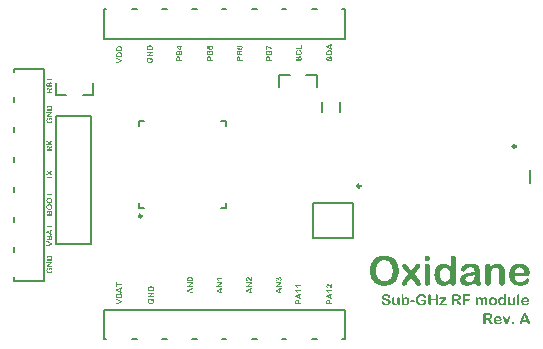
<source format=gto>
G04 Layer_Color=65535*
%FSLAX44Y44*%
%MOMM*%
G71*
G01*
G75*
%ADD31C,0.2500*%
%ADD39C,0.2000*%
G36*
X39691Y101223D02*
X39736Y101208D01*
X39781Y101193D01*
X39836Y101168D01*
X39890Y101134D01*
X39945Y101084D01*
X39950Y101079D01*
X39965Y101059D01*
X39990Y101029D01*
X40015Y100989D01*
X40040Y100934D01*
X40065Y100880D01*
X40080Y100810D01*
X40085Y100740D01*
Y100735D01*
Y100721D01*
X40080Y100701D01*
Y100671D01*
X40065Y100606D01*
X40040Y100536D01*
Y100531D01*
X40030Y100521D01*
X40025Y100506D01*
X40010Y100486D01*
X39975Y100442D01*
X39930Y100392D01*
X39925D01*
X39915Y100382D01*
X39900Y100372D01*
X39876Y100357D01*
X39841Y100337D01*
X39806Y100317D01*
X39761Y100297D01*
X39706Y100272D01*
X39701Y100267D01*
X39681Y100262D01*
X39652Y100247D01*
X39617Y100233D01*
X39577Y100218D01*
X39532Y100198D01*
X39442Y100163D01*
X38820Y99924D01*
Y97923D01*
X39457Y97689D01*
X39462D01*
X39472Y97684D01*
X39492Y97674D01*
X39517Y97664D01*
X39547Y97654D01*
X39582Y97639D01*
X39657Y97609D01*
X39741Y97569D01*
X39821Y97529D01*
X39895Y97490D01*
X39930Y97470D01*
X39955Y97450D01*
X39960Y97445D01*
X39975Y97430D01*
X39995Y97410D01*
X40020Y97375D01*
X40045Y97330D01*
X40065Y97275D01*
X40080Y97211D01*
X40085Y97131D01*
Y97121D01*
Y97101D01*
X40080Y97066D01*
X40070Y97022D01*
X40050Y96972D01*
X40030Y96917D01*
X39995Y96857D01*
X39950Y96803D01*
X39945Y96798D01*
X39925Y96783D01*
X39895Y96758D01*
X39861Y96733D01*
X39811Y96703D01*
X39761Y96683D01*
X39701Y96663D01*
X39637Y96658D01*
X39597D01*
X39572Y96663D01*
X39542D01*
X39507Y96673D01*
X39427Y96688D01*
X39423D01*
X39408Y96693D01*
X39383Y96703D01*
X39348Y96718D01*
X39308Y96733D01*
X39253Y96753D01*
X39193Y96773D01*
X39129Y96803D01*
X35928Y98062D01*
X35923D01*
X35903Y98072D01*
X35873Y98082D01*
X35833Y98097D01*
X35788Y98117D01*
X35728Y98137D01*
X35669Y98162D01*
X35599Y98187D01*
X35589Y98191D01*
X35564Y98201D01*
X35529Y98216D01*
X35485Y98236D01*
X35435Y98261D01*
X35380Y98291D01*
X35325Y98321D01*
X35275Y98351D01*
X35271Y98356D01*
X35256Y98366D01*
X35231Y98386D01*
X35201Y98411D01*
X35166Y98440D01*
X35131Y98480D01*
X35096Y98525D01*
X35066Y98575D01*
X35061Y98580D01*
X35052Y98600D01*
X35041Y98630D01*
X35027Y98669D01*
X35012Y98719D01*
X34997Y98779D01*
X34992Y98844D01*
X34987Y98918D01*
Y98928D01*
Y98953D01*
X34992Y98993D01*
X34997Y99043D01*
X35007Y99097D01*
X35022Y99152D01*
X35041Y99212D01*
X35066Y99267D01*
X35071Y99272D01*
X35081Y99292D01*
X35096Y99317D01*
X35121Y99346D01*
X35151Y99381D01*
X35186Y99421D01*
X35226Y99456D01*
X35271Y99491D01*
X35275Y99496D01*
X35290Y99506D01*
X35315Y99521D01*
X35350Y99541D01*
X35390Y99565D01*
X35435Y99590D01*
X35539Y99635D01*
X35544Y99640D01*
X35564Y99645D01*
X35599Y99660D01*
X35639Y99675D01*
X35699Y99700D01*
X35763Y99725D01*
X35838Y99755D01*
X35923Y99789D01*
X39104Y101074D01*
X39109D01*
X39119Y101079D01*
X39139Y101089D01*
X39164Y101099D01*
X39193Y101109D01*
X39228Y101124D01*
X39308Y101154D01*
X39393Y101179D01*
X39477Y101203D01*
X39562Y101223D01*
X39632Y101228D01*
X39662D01*
X39691Y101223D01*
D02*
G37*
G36*
X38666Y96145D02*
X38701D01*
X38745Y96140D01*
X38790Y96130D01*
X38845Y96125D01*
X38960Y96101D01*
X39084Y96061D01*
X39213Y96006D01*
X39278Y95976D01*
X39343Y95936D01*
X39348D01*
X39358Y95926D01*
X39373Y95916D01*
X39398Y95896D01*
X39457Y95852D01*
X39527Y95787D01*
X39607Y95702D01*
X39686Y95608D01*
X39766Y95493D01*
X39831Y95364D01*
X39836Y95354D01*
X39846Y95324D01*
X39861Y95279D01*
X39880Y95214D01*
X39905Y95140D01*
X39925Y95050D01*
X39950Y94951D01*
X39965Y94846D01*
Y94841D01*
Y94831D01*
X39970Y94816D01*
Y94796D01*
X39975Y94766D01*
Y94736D01*
X39980Y94697D01*
Y94652D01*
X39990Y94552D01*
X39995Y94438D01*
X40000Y94308D01*
Y94164D01*
Y92660D01*
Y92655D01*
Y92646D01*
Y92631D01*
Y92606D01*
X39990Y92551D01*
X39980Y92481D01*
X39965Y92407D01*
X39940Y92327D01*
X39905Y92257D01*
X39856Y92198D01*
X39851Y92192D01*
X39826Y92177D01*
X39791Y92153D01*
X39741Y92128D01*
X39681Y92103D01*
X39597Y92078D01*
X39502Y92063D01*
X39393Y92058D01*
X35629D01*
X35574Y92068D01*
X35505Y92078D01*
X35425Y92093D01*
X35350Y92118D01*
X35275Y92153D01*
X35216Y92198D01*
X35211Y92202D01*
X35191Y92227D01*
X35171Y92262D01*
X35141Y92312D01*
X35116Y92372D01*
X35091Y92456D01*
X35076Y92551D01*
X35071Y92660D01*
Y94258D01*
Y94263D01*
Y94273D01*
Y94293D01*
Y94318D01*
Y94348D01*
Y94383D01*
X35076Y94468D01*
X35081Y94562D01*
X35091Y94662D01*
X35101Y94766D01*
X35116Y94866D01*
Y94871D01*
Y94876D01*
X35121Y94891D01*
X35126Y94911D01*
X35136Y94960D01*
X35156Y95020D01*
X35176Y95095D01*
X35206Y95175D01*
X35241Y95254D01*
X35285Y95334D01*
X35290Y95344D01*
X35305Y95364D01*
X35325Y95399D01*
X35355Y95438D01*
X35395Y95488D01*
X35440Y95538D01*
X35494Y95593D01*
X35549Y95642D01*
X35554Y95647D01*
X35579Y95662D01*
X35609Y95687D01*
X35654Y95717D01*
X35704Y95752D01*
X35763Y95787D01*
X35833Y95817D01*
X35903Y95847D01*
X35913Y95852D01*
X35938Y95857D01*
X35977Y95866D01*
X36027Y95882D01*
X36087Y95896D01*
X36157Y95906D01*
X36231Y95911D01*
X36311Y95916D01*
X36341D01*
X36381Y95911D01*
X36430Y95906D01*
X36490Y95896D01*
X36560Y95877D01*
X36640Y95857D01*
X36724Y95827D01*
X36809Y95787D01*
X36899Y95737D01*
X36988Y95677D01*
X37078Y95608D01*
X37162Y95523D01*
X37247Y95423D01*
X37322Y95309D01*
X37391Y95180D01*
Y95184D01*
X37396Y95190D01*
X37401Y95204D01*
X37406Y95219D01*
X37426Y95269D01*
X37451Y95334D01*
X37491Y95403D01*
X37536Y95488D01*
X37590Y95573D01*
X37655Y95667D01*
X37735Y95757D01*
X37819Y95842D01*
X37919Y95926D01*
X38029Y96001D01*
X38153Y96061D01*
X38287Y96110D01*
X38357Y96125D01*
X38437Y96140D01*
X38512Y96145D01*
X38596Y96150D01*
X38636D01*
X38666Y96145D01*
D02*
G37*
G36*
X35485Y91311D02*
X35534Y91306D01*
X35599Y91291D01*
X35604D01*
X35614Y91286D01*
X35629Y91281D01*
X35654Y91276D01*
X35704Y91262D01*
X35768Y91242D01*
X35773D01*
X35783Y91237D01*
X35798Y91232D01*
X35818Y91222D01*
X35873Y91202D01*
X35933Y91182D01*
X39154Y89992D01*
X39164Y89987D01*
X39183Y89982D01*
X39223Y89967D01*
X39268Y89952D01*
X39323Y89932D01*
X39383Y89912D01*
X39507Y89863D01*
X39512Y89858D01*
X39537Y89853D01*
X39567Y89838D01*
X39607Y89818D01*
X39652Y89798D01*
X39701Y89773D01*
X39801Y89713D01*
X39806Y89708D01*
X39821Y89698D01*
X39846Y89678D01*
X39871Y89654D01*
X39905Y89624D01*
X39940Y89584D01*
X39975Y89539D01*
X40005Y89489D01*
X40010Y89484D01*
X40015Y89464D01*
X40030Y89434D01*
X40045Y89395D01*
X40060Y89345D01*
X40070Y89290D01*
X40080Y89220D01*
X40085Y89151D01*
Y89141D01*
Y89116D01*
X40080Y89081D01*
X40075Y89036D01*
X40065Y88981D01*
X40050Y88922D01*
X40030Y88867D01*
X40005Y88812D01*
X40000Y88807D01*
X39990Y88787D01*
X39975Y88762D01*
X39950Y88733D01*
X39920Y88693D01*
X39885Y88658D01*
X39846Y88618D01*
X39801Y88583D01*
X39796Y88578D01*
X39776Y88568D01*
X39751Y88553D01*
X39716Y88533D01*
X39671Y88509D01*
X39622Y88484D01*
X39567Y88459D01*
X39507Y88434D01*
X39497Y88429D01*
X39477Y88424D01*
X39447Y88409D01*
X39403Y88394D01*
X39348Y88374D01*
X39288Y88354D01*
X39223Y88334D01*
X39154Y88309D01*
X35963Y87134D01*
X35958D01*
X35948Y87129D01*
X35928Y87125D01*
X35908Y87114D01*
X35853Y87095D01*
X35788Y87070D01*
X35783D01*
X35773Y87065D01*
X35758Y87060D01*
X35733Y87055D01*
X35679Y87035D01*
X35609Y87020D01*
X35604D01*
X35594Y87015D01*
X35574D01*
X35549Y87010D01*
X35499Y87005D01*
X35445Y87000D01*
X35415D01*
X35380Y87005D01*
X35340Y87015D01*
X35290Y87035D01*
X35241Y87055D01*
X35186Y87090D01*
X35131Y87134D01*
X35126Y87139D01*
X35106Y87159D01*
X35086Y87189D01*
X35056Y87229D01*
X35032Y87279D01*
X35007Y87338D01*
X34992Y87408D01*
X34987Y87483D01*
Y87488D01*
Y87493D01*
Y87523D01*
X34997Y87568D01*
X35007Y87622D01*
X35027Y87682D01*
X35052Y87742D01*
X35091Y87796D01*
X35146Y87841D01*
X35151Y87846D01*
X35176Y87861D01*
X35211Y87881D01*
X35266Y87906D01*
X35335Y87941D01*
X35420Y87976D01*
X35524Y88021D01*
X35644Y88060D01*
X38950Y89176D01*
X35624Y90291D01*
X35619D01*
X35614Y90296D01*
X35579Y90306D01*
X35534Y90321D01*
X35480Y90340D01*
X35420Y90360D01*
X35360Y90385D01*
X35305Y90405D01*
X35261Y90420D01*
X35256D01*
X35241Y90430D01*
X35221Y90440D01*
X35196Y90455D01*
X35136Y90500D01*
X35101Y90530D01*
X35071Y90564D01*
X35066Y90569D01*
X35056Y90584D01*
X35047Y90609D01*
X35027Y90639D01*
X35012Y90679D01*
X35002Y90729D01*
X34992Y90784D01*
X34987Y90843D01*
Y90848D01*
Y90863D01*
X34992Y90888D01*
X34997Y90923D01*
X35002Y90958D01*
X35012Y90998D01*
X35032Y91042D01*
X35052Y91082D01*
X35056Y91087D01*
X35061Y91102D01*
X35076Y91122D01*
X35096Y91147D01*
X35121Y91172D01*
X35151Y91202D01*
X35226Y91252D01*
X35231Y91257D01*
X35246Y91262D01*
X35266Y91271D01*
X35290Y91286D01*
X35360Y91306D01*
X35395Y91311D01*
X35435Y91316D01*
X35465D01*
X35485Y91311D01*
D02*
G37*
G36*
X35554Y105664D02*
X35594Y105654D01*
X35644Y105639D01*
X35694Y105614D01*
X35744Y105584D01*
X35788Y105540D01*
X35793Y105535D01*
X35803Y105515D01*
X35823Y105485D01*
X35843Y105445D01*
X35863Y105390D01*
X35883Y105325D01*
X35893Y105246D01*
X35898Y105156D01*
Y104071D01*
X39527D01*
X39582Y104066D01*
X39652Y104056D01*
X39726Y104036D01*
X39801Y104011D01*
X39871Y103976D01*
X39935Y103932D01*
X39940Y103927D01*
X39960Y103907D01*
X39980Y103877D01*
X40010Y103837D01*
X40035Y103782D01*
X40060Y103722D01*
X40080Y103653D01*
X40085Y103573D01*
Y103563D01*
X40080Y103538D01*
X40075Y103498D01*
X40065Y103449D01*
X40050Y103389D01*
X40020Y103329D01*
X39985Y103269D01*
X39935Y103215D01*
X39930Y103210D01*
X39905Y103195D01*
X39871Y103170D01*
X39821Y103145D01*
X39756Y103120D01*
X39676Y103095D01*
X39587Y103080D01*
X39477Y103075D01*
X35898D01*
Y101985D01*
Y101980D01*
Y101975D01*
Y101945D01*
X35893Y101895D01*
X35883Y101841D01*
X35873Y101776D01*
X35853Y101716D01*
X35823Y101656D01*
X35788Y101602D01*
X35783Y101597D01*
X35768Y101582D01*
X35744Y101562D01*
X35709Y101542D01*
X35664Y101517D01*
X35614Y101497D01*
X35554Y101482D01*
X35490Y101477D01*
X35460D01*
X35420Y101482D01*
X35380Y101492D01*
X35330Y101507D01*
X35280Y101532D01*
X35231Y101562D01*
X35186Y101607D01*
X35181Y101612D01*
X35166Y101631D01*
X35151Y101661D01*
X35126Y101701D01*
X35106Y101756D01*
X35091Y101821D01*
X35076Y101895D01*
X35071Y101985D01*
Y105156D01*
Y105161D01*
Y105166D01*
Y105201D01*
X35076Y105246D01*
X35086Y105301D01*
X35101Y105365D01*
X35121Y105425D01*
X35151Y105490D01*
X35191Y105540D01*
X35196Y105545D01*
X35211Y105560D01*
X35236Y105579D01*
X35271Y105604D01*
X35315Y105629D01*
X35365Y105649D01*
X35425Y105664D01*
X35490Y105669D01*
X35519D01*
X35554Y105664D01*
D02*
G37*
G36*
X37680Y128000D02*
X37735Y127995D01*
X37805Y127990D01*
X37874Y127985D01*
X37954Y127975D01*
X38038Y127965D01*
X38213Y127940D01*
X38392Y127900D01*
X38571Y127846D01*
X38576D01*
X38591Y127841D01*
X38616Y127831D01*
X38651Y127816D01*
X38691Y127801D01*
X38735Y127781D01*
X38790Y127756D01*
X38850Y127731D01*
X38974Y127666D01*
X39109Y127587D01*
X39248Y127492D01*
X39383Y127383D01*
X39388Y127378D01*
X39398Y127368D01*
X39418Y127353D01*
X39437Y127328D01*
X39467Y127298D01*
X39502Y127263D01*
X39537Y127218D01*
X39577Y127174D01*
X39617Y127119D01*
X39662Y127059D01*
X39746Y126930D01*
X39831Y126785D01*
X39905Y126621D01*
Y126616D01*
X39915Y126601D01*
X39920Y126576D01*
X39935Y126541D01*
X39945Y126501D01*
X39960Y126447D01*
X39980Y126392D01*
X39995Y126322D01*
X40010Y126252D01*
X40030Y126173D01*
X40045Y126088D01*
X40055Y125999D01*
X40070Y125904D01*
X40075Y125804D01*
X40085Y125590D01*
Y125585D01*
Y125566D01*
Y125536D01*
X40080Y125491D01*
Y125441D01*
X40075Y125381D01*
X40070Y125317D01*
X40060Y125247D01*
X40050Y125167D01*
X40040Y125083D01*
X40005Y124908D01*
X39960Y124729D01*
X39900Y124555D01*
Y124550D01*
X39890Y124535D01*
X39880Y124510D01*
X39866Y124480D01*
X39846Y124440D01*
X39826Y124396D01*
X39796Y124341D01*
X39766Y124286D01*
X39691Y124167D01*
X39602Y124037D01*
X39497Y123908D01*
X39378Y123788D01*
X39373Y123783D01*
X39363Y123773D01*
X39343Y123758D01*
X39318Y123738D01*
X39283Y123714D01*
X39243Y123684D01*
X39199Y123654D01*
X39144Y123619D01*
X39089Y123579D01*
X39024Y123544D01*
X38960Y123504D01*
X38885Y123465D01*
X38730Y123395D01*
X38556Y123330D01*
X38551D01*
X38536Y123325D01*
X38507Y123315D01*
X38472Y123305D01*
X38427Y123295D01*
X38377Y123280D01*
X38317Y123265D01*
X38248Y123256D01*
X38173Y123241D01*
X38093Y123226D01*
X38009Y123211D01*
X37919Y123201D01*
X37730Y123181D01*
X37526Y123176D01*
X37471D01*
X37431Y123181D01*
X37381D01*
X37322Y123186D01*
X37257Y123191D01*
X37182Y123196D01*
X37103Y123206D01*
X37023Y123216D01*
X36849Y123245D01*
X36665Y123280D01*
X36485Y123335D01*
X36480D01*
X36465Y123345D01*
X36440Y123350D01*
X36406Y123365D01*
X36366Y123385D01*
X36316Y123405D01*
X36261Y123430D01*
X36207Y123455D01*
X36077Y123524D01*
X35943Y123604D01*
X35803Y123699D01*
X35674Y123808D01*
X35669Y123813D01*
X35659Y123823D01*
X35644Y123838D01*
X35619Y123863D01*
X35589Y123893D01*
X35559Y123928D01*
X35524Y123972D01*
X35485Y124017D01*
X35445Y124072D01*
X35405Y124127D01*
X35320Y124256D01*
X35236Y124401D01*
X35166Y124560D01*
Y124565D01*
X35156Y124580D01*
X35151Y124605D01*
X35136Y124640D01*
X35126Y124679D01*
X35111Y124729D01*
X35091Y124789D01*
X35076Y124854D01*
X35061Y124928D01*
X35041Y125003D01*
X35027Y125088D01*
X35017Y125177D01*
X34997Y125366D01*
X34987Y125570D01*
Y125580D01*
Y125605D01*
Y125645D01*
X34992Y125700D01*
X34997Y125765D01*
X35002Y125844D01*
X35012Y125929D01*
X35027Y126024D01*
X35041Y126123D01*
X35061Y126228D01*
X35086Y126337D01*
X35121Y126447D01*
X35156Y126561D01*
X35196Y126671D01*
X35246Y126780D01*
X35300Y126885D01*
X35305Y126890D01*
X35315Y126910D01*
X35330Y126939D01*
X35355Y126974D01*
X35390Y127024D01*
X35430Y127074D01*
X35475Y127134D01*
X35524Y127198D01*
X35584Y127263D01*
X35654Y127333D01*
X35724Y127402D01*
X35803Y127472D01*
X35888Y127537D01*
X35982Y127602D01*
X36082Y127666D01*
X36186Y127721D01*
X36191Y127726D01*
X36211Y127731D01*
X36246Y127746D01*
X36286Y127766D01*
X36341Y127786D01*
X36411Y127811D01*
X36485Y127836D01*
X36570Y127865D01*
X36665Y127890D01*
X36764Y127915D01*
X36878Y127940D01*
X36993Y127960D01*
X37118Y127980D01*
X37252Y127995D01*
X37386Y128000D01*
X37531Y128005D01*
X37625D01*
X37680Y128000D01*
D02*
G37*
G36*
Y122549D02*
X37735Y122544D01*
X37805Y122539D01*
X37874Y122534D01*
X37954Y122524D01*
X38038Y122514D01*
X38213Y122489D01*
X38392Y122449D01*
X38571Y122394D01*
X38576D01*
X38591Y122389D01*
X38616Y122379D01*
X38651Y122364D01*
X38691Y122349D01*
X38735Y122330D01*
X38790Y122305D01*
X38850Y122280D01*
X38974Y122215D01*
X39109Y122135D01*
X39248Y122041D01*
X39383Y121931D01*
X39388Y121926D01*
X39398Y121916D01*
X39418Y121901D01*
X39437Y121876D01*
X39467Y121847D01*
X39502Y121812D01*
X39537Y121767D01*
X39577Y121722D01*
X39617Y121667D01*
X39662Y121608D01*
X39746Y121478D01*
X39831Y121334D01*
X39905Y121170D01*
Y121165D01*
X39915Y121150D01*
X39920Y121125D01*
X39935Y121090D01*
X39945Y121050D01*
X39960Y120995D01*
X39980Y120941D01*
X39995Y120871D01*
X40010Y120801D01*
X40030Y120722D01*
X40045Y120637D01*
X40055Y120547D01*
X40070Y120453D01*
X40075Y120353D01*
X40085Y120139D01*
Y120134D01*
Y120114D01*
Y120084D01*
X40080Y120040D01*
Y119990D01*
X40075Y119930D01*
X40070Y119865D01*
X40060Y119796D01*
X40050Y119716D01*
X40040Y119631D01*
X40005Y119457D01*
X39960Y119278D01*
X39900Y119103D01*
Y119099D01*
X39890Y119084D01*
X39880Y119059D01*
X39866Y119029D01*
X39846Y118989D01*
X39826Y118944D01*
X39796Y118889D01*
X39766Y118835D01*
X39691Y118715D01*
X39602Y118586D01*
X39497Y118456D01*
X39378Y118337D01*
X39373Y118332D01*
X39363Y118322D01*
X39343Y118307D01*
X39318Y118287D01*
X39283Y118262D01*
X39243Y118232D01*
X39199Y118202D01*
X39144Y118168D01*
X39089Y118128D01*
X39024Y118093D01*
X38960Y118053D01*
X38885Y118013D01*
X38730Y117944D01*
X38556Y117879D01*
X38551D01*
X38536Y117874D01*
X38507Y117864D01*
X38472Y117854D01*
X38427Y117844D01*
X38377Y117829D01*
X38317Y117814D01*
X38248Y117804D01*
X38173Y117789D01*
X38093Y117774D01*
X38009Y117759D01*
X37919Y117749D01*
X37730Y117730D01*
X37526Y117725D01*
X37471D01*
X37431Y117730D01*
X37381D01*
X37322Y117734D01*
X37257Y117739D01*
X37182Y117744D01*
X37103Y117754D01*
X37023Y117764D01*
X36849Y117794D01*
X36665Y117829D01*
X36485Y117884D01*
X36480D01*
X36465Y117894D01*
X36440Y117899D01*
X36406Y117914D01*
X36366Y117934D01*
X36316Y117954D01*
X36261Y117978D01*
X36207Y118003D01*
X36077Y118073D01*
X35943Y118153D01*
X35803Y118247D01*
X35674Y118357D01*
X35669Y118362D01*
X35659Y118372D01*
X35644Y118387D01*
X35619Y118412D01*
X35589Y118441D01*
X35559Y118476D01*
X35524Y118521D01*
X35485Y118566D01*
X35445Y118621D01*
X35405Y118675D01*
X35320Y118805D01*
X35236Y118949D01*
X35166Y119108D01*
Y119114D01*
X35156Y119128D01*
X35151Y119153D01*
X35136Y119188D01*
X35126Y119228D01*
X35111Y119278D01*
X35091Y119338D01*
X35076Y119402D01*
X35061Y119477D01*
X35041Y119552D01*
X35027Y119636D01*
X35017Y119726D01*
X34997Y119915D01*
X34987Y120119D01*
Y120129D01*
Y120154D01*
Y120194D01*
X34992Y120249D01*
X34997Y120313D01*
X35002Y120393D01*
X35012Y120478D01*
X35027Y120572D01*
X35041Y120672D01*
X35061Y120776D01*
X35086Y120886D01*
X35121Y120995D01*
X35156Y121110D01*
X35196Y121219D01*
X35246Y121329D01*
X35300Y121433D01*
X35305Y121438D01*
X35315Y121458D01*
X35330Y121488D01*
X35355Y121523D01*
X35390Y121573D01*
X35430Y121623D01*
X35475Y121682D01*
X35524Y121747D01*
X35584Y121812D01*
X35654Y121882D01*
X35724Y121951D01*
X35803Y122021D01*
X35888Y122086D01*
X35982Y122150D01*
X36082Y122215D01*
X36186Y122270D01*
X36191Y122275D01*
X36211Y122280D01*
X36246Y122295D01*
X36286Y122315D01*
X36341Y122334D01*
X36411Y122359D01*
X36485Y122384D01*
X36570Y122414D01*
X36665Y122439D01*
X36764Y122464D01*
X36878Y122489D01*
X36993Y122509D01*
X37118Y122529D01*
X37252Y122544D01*
X37386Y122549D01*
X37531Y122554D01*
X37625D01*
X37680Y122549D01*
D02*
G37*
G36*
X38666Y117087D02*
X38701D01*
X38745Y117082D01*
X38790Y117072D01*
X38845Y117067D01*
X38960Y117043D01*
X39084Y117003D01*
X39213Y116948D01*
X39278Y116918D01*
X39343Y116878D01*
X39348D01*
X39358Y116868D01*
X39373Y116858D01*
X39398Y116838D01*
X39457Y116793D01*
X39527Y116729D01*
X39607Y116644D01*
X39686Y116550D01*
X39766Y116435D01*
X39831Y116306D01*
X39836Y116296D01*
X39846Y116266D01*
X39861Y116221D01*
X39880Y116156D01*
X39905Y116082D01*
X39925Y115992D01*
X39950Y115892D01*
X39965Y115788D01*
Y115783D01*
Y115773D01*
X39970Y115758D01*
Y115738D01*
X39975Y115708D01*
Y115678D01*
X39980Y115639D01*
Y115594D01*
X39990Y115494D01*
X39995Y115380D01*
X40000Y115250D01*
Y115106D01*
Y113602D01*
Y113597D01*
Y113588D01*
Y113573D01*
Y113548D01*
X39990Y113493D01*
X39980Y113423D01*
X39965Y113349D01*
X39940Y113269D01*
X39905Y113199D01*
X39856Y113139D01*
X39851Y113134D01*
X39826Y113119D01*
X39791Y113095D01*
X39741Y113070D01*
X39681Y113045D01*
X39597Y113020D01*
X39502Y113005D01*
X39393Y113000D01*
X35629D01*
X35574Y113010D01*
X35505Y113020D01*
X35425Y113035D01*
X35350Y113060D01*
X35275Y113095D01*
X35216Y113139D01*
X35211Y113144D01*
X35191Y113169D01*
X35171Y113204D01*
X35141Y113254D01*
X35116Y113314D01*
X35091Y113398D01*
X35076Y113493D01*
X35071Y113602D01*
Y115201D01*
Y115205D01*
Y115215D01*
Y115235D01*
Y115260D01*
Y115290D01*
Y115325D01*
X35076Y115409D01*
X35081Y115504D01*
X35091Y115604D01*
X35101Y115708D01*
X35116Y115808D01*
Y115813D01*
Y115818D01*
X35121Y115833D01*
X35126Y115853D01*
X35136Y115902D01*
X35156Y115962D01*
X35176Y116037D01*
X35206Y116117D01*
X35241Y116196D01*
X35285Y116276D01*
X35290Y116286D01*
X35305Y116306D01*
X35325Y116341D01*
X35355Y116380D01*
X35395Y116430D01*
X35440Y116480D01*
X35494Y116535D01*
X35549Y116585D01*
X35554Y116589D01*
X35579Y116604D01*
X35609Y116629D01*
X35654Y116659D01*
X35704Y116694D01*
X35763Y116729D01*
X35833Y116759D01*
X35903Y116789D01*
X35913Y116793D01*
X35938Y116798D01*
X35977Y116809D01*
X36027Y116823D01*
X36087Y116838D01*
X36157Y116848D01*
X36231Y116853D01*
X36311Y116858D01*
X36341D01*
X36381Y116853D01*
X36430Y116848D01*
X36490Y116838D01*
X36560Y116818D01*
X36640Y116798D01*
X36724Y116769D01*
X36809Y116729D01*
X36899Y116679D01*
X36988Y116619D01*
X37078Y116550D01*
X37162Y116465D01*
X37247Y116365D01*
X37322Y116251D01*
X37391Y116122D01*
Y116126D01*
X37396Y116131D01*
X37401Y116146D01*
X37406Y116161D01*
X37426Y116211D01*
X37451Y116276D01*
X37491Y116346D01*
X37536Y116430D01*
X37590Y116515D01*
X37655Y116609D01*
X37735Y116699D01*
X37819Y116784D01*
X37919Y116868D01*
X38029Y116943D01*
X38153Y117003D01*
X38287Y117052D01*
X38357Y117067D01*
X38437Y117082D01*
X38512Y117087D01*
X38596Y117092D01*
X38636D01*
X38666Y117087D01*
D02*
G37*
G36*
X35554Y147182D02*
X35594Y147172D01*
X35644Y147157D01*
X35694Y147132D01*
X35744Y147102D01*
X35788Y147057D01*
X35793Y147052D01*
X35803Y147032D01*
X35823Y147003D01*
X35843Y146963D01*
X35863Y146908D01*
X35883Y146843D01*
X35893Y146764D01*
X35898Y146674D01*
Y145589D01*
X39527D01*
X39582Y145584D01*
X39652Y145574D01*
X39726Y145554D01*
X39801Y145529D01*
X39871Y145494D01*
X39935Y145449D01*
X39940Y145444D01*
X39960Y145424D01*
X39980Y145395D01*
X40010Y145355D01*
X40035Y145300D01*
X40060Y145240D01*
X40080Y145171D01*
X40085Y145091D01*
Y145081D01*
X40080Y145056D01*
X40075Y145016D01*
X40065Y144966D01*
X40050Y144907D01*
X40020Y144847D01*
X39985Y144787D01*
X39935Y144733D01*
X39930Y144727D01*
X39905Y144713D01*
X39871Y144688D01*
X39821Y144663D01*
X39756Y144638D01*
X39676Y144613D01*
X39587Y144598D01*
X39477Y144593D01*
X35898D01*
Y143503D01*
Y143498D01*
Y143493D01*
Y143463D01*
X35893Y143413D01*
X35883Y143358D01*
X35873Y143294D01*
X35853Y143234D01*
X35823Y143174D01*
X35788Y143119D01*
X35783Y143115D01*
X35768Y143100D01*
X35744Y143080D01*
X35709Y143060D01*
X35664Y143035D01*
X35614Y143015D01*
X35554Y143000D01*
X35490Y142995D01*
X35460D01*
X35420Y143000D01*
X35380Y143010D01*
X35330Y143025D01*
X35280Y143050D01*
X35231Y143080D01*
X35186Y143125D01*
X35181Y143129D01*
X35166Y143149D01*
X35151Y143179D01*
X35126Y143219D01*
X35106Y143274D01*
X35091Y143338D01*
X35076Y143413D01*
X35071Y143503D01*
Y146674D01*
Y146679D01*
Y146684D01*
Y146719D01*
X35076Y146764D01*
X35086Y146818D01*
X35101Y146883D01*
X35121Y146943D01*
X35151Y147008D01*
X35191Y147057D01*
X35196Y147062D01*
X35211Y147077D01*
X35236Y147097D01*
X35271Y147122D01*
X35315Y147147D01*
X35365Y147167D01*
X35425Y147182D01*
X35490Y147187D01*
X35519D01*
X35554Y147182D01*
D02*
G37*
G36*
X39701Y176423D02*
X39731D01*
X39801Y176404D01*
X39836Y176389D01*
X39876Y176369D01*
X39880D01*
X39890Y176359D01*
X39910Y176344D01*
X39930Y176329D01*
X39980Y176279D01*
X40030Y176209D01*
Y176204D01*
X40040Y176189D01*
X40045Y176169D01*
X40055Y176140D01*
X40065Y176105D01*
X40075Y176065D01*
X40080Y176020D01*
X40085Y175970D01*
Y175965D01*
Y175945D01*
X40080Y175921D01*
X40075Y175891D01*
X40060Y175811D01*
X40045Y175771D01*
X40025Y175731D01*
X40020Y175727D01*
X40015Y175716D01*
X40005Y175697D01*
X39985Y175677D01*
X39945Y175627D01*
X39885Y175577D01*
X39880Y175572D01*
X39866Y175567D01*
X39846Y175547D01*
X39811Y175527D01*
X39761Y175497D01*
X39701Y175458D01*
X39632Y175408D01*
X39542Y175348D01*
X38173Y174482D01*
X39582Y173561D01*
X39587Y173556D01*
X39607Y173546D01*
X39637Y173526D01*
X39676Y173501D01*
X39756Y173451D01*
X39791Y173426D01*
X39821Y173407D01*
X39826D01*
X39831Y173397D01*
X39861Y173377D01*
X39900Y173342D01*
X39950Y173297D01*
Y173292D01*
X39960Y173287D01*
X39985Y173257D01*
X40015Y173207D01*
X40045Y173148D01*
Y173143D01*
X40050Y173133D01*
X40055Y173113D01*
X40065Y173093D01*
X40070Y173063D01*
X40080Y173028D01*
X40085Y172943D01*
Y172934D01*
Y172914D01*
X40080Y172879D01*
X40070Y172839D01*
X40060Y172789D01*
X40040Y172739D01*
X40010Y172690D01*
X39975Y172640D01*
X39970Y172635D01*
X39955Y172620D01*
X39930Y172605D01*
X39895Y172585D01*
X39846Y172560D01*
X39791Y172545D01*
X39726Y172530D01*
X39652Y172525D01*
X39627D01*
X39607Y172530D01*
X39582Y172535D01*
X39552Y172540D01*
X39482Y172555D01*
X39393Y172585D01*
X39288Y172630D01*
X39233Y172655D01*
X39174Y172690D01*
X39109Y172724D01*
X39044Y172769D01*
X37436Y173869D01*
X36002Y172943D01*
X35992Y172939D01*
X35968Y172924D01*
X35928Y172899D01*
X35878Y172869D01*
X35823Y172839D01*
X35763Y172804D01*
X35704Y172774D01*
X35644Y172744D01*
X35639Y172739D01*
X35619Y172735D01*
X35589Y172724D01*
X35549Y172715D01*
X35510Y172700D01*
X35460Y172690D01*
X35405Y172685D01*
X35355Y172680D01*
X35330D01*
X35305Y172685D01*
X35271Y172695D01*
X35231Y172710D01*
X35191Y172735D01*
X35146Y172764D01*
X35101Y172804D01*
X35096Y172809D01*
X35081Y172829D01*
X35066Y172854D01*
X35041Y172894D01*
X35022Y172939D01*
X35007Y172988D01*
X34992Y173048D01*
X34987Y173113D01*
Y173123D01*
Y173148D01*
X34992Y173188D01*
X35002Y173232D01*
X35017Y173282D01*
X35041Y173337D01*
X35071Y173392D01*
X35111Y173436D01*
X35116Y173441D01*
X35136Y173456D01*
X35166Y173486D01*
X35216Y173521D01*
X35275Y173566D01*
X35355Y173626D01*
X35455Y173685D01*
X35569Y173760D01*
X36764Y174502D01*
X35569Y175288D01*
X35564Y175293D01*
X35544Y175303D01*
X35515Y175323D01*
X35480Y175348D01*
X35395Y175403D01*
X35310Y175458D01*
X35305Y175463D01*
X35290Y175468D01*
X35271Y175483D01*
X35246Y175502D01*
X35186Y175542D01*
X35131Y175587D01*
X35126Y175592D01*
X35121Y175597D01*
X35091Y175632D01*
X35056Y175677D01*
X35027Y175731D01*
Y175736D01*
X35022Y175746D01*
X35012Y175761D01*
X35007Y175786D01*
X34992Y175841D01*
X34987Y175916D01*
Y175926D01*
Y175945D01*
X34992Y175980D01*
X35002Y176025D01*
X35017Y176075D01*
X35036Y176125D01*
X35061Y176175D01*
X35101Y176224D01*
X35106Y176229D01*
X35121Y176244D01*
X35146Y176264D01*
X35176Y176284D01*
X35216Y176304D01*
X35261Y176324D01*
X35315Y176339D01*
X35370Y176344D01*
X35395D01*
X35410Y176339D01*
X35460Y176329D01*
X35529Y176314D01*
X35619Y176279D01*
X35724Y176234D01*
X35783Y176204D01*
X35843Y176169D01*
X35913Y176130D01*
X35982Y176085D01*
X37436Y175109D01*
X39044Y176155D01*
X39054Y176160D01*
X39079Y176180D01*
X39119Y176204D01*
X39169Y176234D01*
X39223Y176269D01*
X39283Y176304D01*
X39343Y176334D01*
X39398Y176364D01*
X39403Y176369D01*
X39423Y176374D01*
X39447Y176384D01*
X39482Y176399D01*
X39522Y176409D01*
X39567Y176418D01*
X39617Y176423D01*
X39662Y176428D01*
X39681D01*
X39701Y176423D01*
D02*
G37*
G36*
X39721Y172092D02*
X39746Y172087D01*
X39811Y172072D01*
X39846Y172052D01*
X39880Y172033D01*
X39885Y172027D01*
X39895Y172022D01*
X39915Y172008D01*
X39935Y171988D01*
X39960Y171963D01*
X39985Y171938D01*
X40030Y171863D01*
Y171858D01*
X40040Y171843D01*
X40045Y171823D01*
X40055Y171793D01*
X40065Y171759D01*
X40075Y171719D01*
X40080Y171669D01*
X40085Y171619D01*
Y171614D01*
Y171589D01*
X40080Y171560D01*
X40075Y171520D01*
X40065Y171475D01*
X40050Y171430D01*
X40030Y171380D01*
X40005Y171336D01*
X40000Y171331D01*
X39990Y171316D01*
X39975Y171296D01*
X39950Y171266D01*
X39925Y171236D01*
X39890Y171201D01*
X39811Y171136D01*
X39806Y171131D01*
X39786Y171122D01*
X39761Y171101D01*
X39721Y171077D01*
X39666Y171047D01*
X39607Y171007D01*
X39537Y170962D01*
X39452Y170912D01*
X38785Y170514D01*
X38780D01*
X38770Y170504D01*
X38750Y170494D01*
X38726Y170479D01*
X38696Y170459D01*
X38661Y170439D01*
X38581Y170385D01*
X38491Y170325D01*
X38397Y170260D01*
X38312Y170196D01*
X38233Y170131D01*
X38223Y170126D01*
X38203Y170101D01*
X38168Y170066D01*
X38128Y170026D01*
X38083Y169971D01*
X38038Y169912D01*
X37999Y169847D01*
X37969Y169782D01*
X37964Y169772D01*
X37959Y169752D01*
X37944Y169713D01*
X37929Y169663D01*
X37919Y169598D01*
X37904Y169523D01*
X37899Y169439D01*
X37894Y169344D01*
Y168996D01*
X39527D01*
X39582Y168991D01*
X39652Y168981D01*
X39726Y168961D01*
X39806Y168936D01*
X39876Y168901D01*
X39940Y168856D01*
X39945Y168851D01*
X39960Y168831D01*
X39985Y168801D01*
X40010Y168762D01*
X40040Y168707D01*
X40060Y168647D01*
X40080Y168577D01*
X40085Y168498D01*
Y168493D01*
Y168488D01*
X40080Y168458D01*
X40075Y168413D01*
X40065Y168363D01*
X40045Y168304D01*
X40020Y168244D01*
X39980Y168184D01*
X39930Y168129D01*
X39925Y168125D01*
X39900Y168109D01*
X39866Y168090D01*
X39816Y168065D01*
X39751Y168040D01*
X39671Y168020D01*
X39582Y168005D01*
X39477Y168000D01*
X35634D01*
X35574Y168010D01*
X35505Y168020D01*
X35430Y168035D01*
X35355Y168060D01*
X35280Y168095D01*
X35221Y168144D01*
X35216Y168149D01*
X35196Y168174D01*
X35171Y168209D01*
X35146Y168259D01*
X35116Y168319D01*
X35096Y168403D01*
X35076Y168498D01*
X35071Y168607D01*
Y170235D01*
Y170240D01*
Y170250D01*
Y170270D01*
Y170290D01*
Y170320D01*
Y170355D01*
X35076Y170434D01*
Y170524D01*
X35081Y170619D01*
X35091Y170713D01*
X35101Y170808D01*
Y170813D01*
Y170818D01*
X35106Y170848D01*
X35116Y170892D01*
X35126Y170952D01*
X35141Y171017D01*
X35161Y171092D01*
X35186Y171161D01*
X35216Y171236D01*
Y171241D01*
X35221Y171246D01*
X35236Y171276D01*
X35256Y171321D01*
X35290Y171375D01*
X35330Y171440D01*
X35375Y171505D01*
X35435Y171574D01*
X35499Y171644D01*
X35510Y171654D01*
X35529Y171674D01*
X35569Y171704D01*
X35619Y171744D01*
X35684Y171789D01*
X35753Y171833D01*
X35833Y171878D01*
X35923Y171918D01*
X35928D01*
X35933Y171923D01*
X35948Y171928D01*
X35963Y171933D01*
X36012Y171948D01*
X36077Y171968D01*
X36152Y171983D01*
X36236Y171998D01*
X36331Y172008D01*
X36430Y172013D01*
X36485D01*
X36520Y172008D01*
X36570Y172003D01*
X36625Y171998D01*
X36684Y171988D01*
X36749Y171973D01*
X36888Y171938D01*
X36963Y171913D01*
X37033Y171878D01*
X37108Y171843D01*
X37177Y171803D01*
X37247Y171754D01*
X37312Y171699D01*
X37317Y171694D01*
X37327Y171684D01*
X37341Y171664D01*
X37366Y171639D01*
X37391Y171609D01*
X37421Y171569D01*
X37456Y171520D01*
X37491Y171465D01*
X37531Y171405D01*
X37571Y171336D01*
X37610Y171256D01*
X37645Y171171D01*
X37685Y171082D01*
X37720Y170982D01*
X37750Y170872D01*
X37780Y170758D01*
Y170763D01*
X37785Y170768D01*
X37795Y170783D01*
X37805Y170803D01*
X37839Y170853D01*
X37884Y170922D01*
X37944Y170997D01*
X38014Y171082D01*
X38098Y171171D01*
X38198Y171261D01*
X38203Y171266D01*
X38208Y171271D01*
X38223Y171286D01*
X38248Y171301D01*
X38273Y171326D01*
X38302Y171350D01*
X38372Y171405D01*
X38462Y171475D01*
X38561Y171545D01*
X38671Y171619D01*
X38785Y171694D01*
X38790D01*
X38800Y171704D01*
X38815Y171714D01*
X38835Y171724D01*
X38865Y171744D01*
X38895Y171759D01*
X38970Y171803D01*
X39059Y171853D01*
X39149Y171903D01*
X39248Y171948D01*
X39343Y171993D01*
X39348D01*
X39353Y171998D01*
X39383Y172008D01*
X39427Y172027D01*
X39477Y172047D01*
X39537Y172062D01*
X39592Y172082D01*
X39646Y172092D01*
X39686Y172097D01*
X39701D01*
X39721Y172092D01*
D02*
G37*
G36*
X39701Y151249D02*
X39731D01*
X39801Y151229D01*
X39836Y151214D01*
X39876Y151194D01*
X39880D01*
X39890Y151185D01*
X39910Y151170D01*
X39930Y151155D01*
X39980Y151105D01*
X40030Y151035D01*
Y151030D01*
X40040Y151015D01*
X40045Y150995D01*
X40055Y150965D01*
X40065Y150931D01*
X40075Y150891D01*
X40080Y150846D01*
X40085Y150796D01*
Y150791D01*
Y150771D01*
X40080Y150746D01*
X40075Y150716D01*
X40060Y150637D01*
X40045Y150597D01*
X40025Y150557D01*
X40020Y150552D01*
X40015Y150542D01*
X40005Y150522D01*
X39985Y150502D01*
X39945Y150453D01*
X39885Y150403D01*
X39880Y150398D01*
X39866Y150393D01*
X39846Y150373D01*
X39811Y150353D01*
X39761Y150323D01*
X39701Y150283D01*
X39632Y150234D01*
X39542Y150174D01*
X38173Y149308D01*
X39582Y148387D01*
X39587Y148382D01*
X39607Y148372D01*
X39637Y148352D01*
X39676Y148327D01*
X39756Y148277D01*
X39791Y148252D01*
X39821Y148232D01*
X39826D01*
X39831Y148222D01*
X39861Y148202D01*
X39900Y148168D01*
X39950Y148123D01*
Y148118D01*
X39960Y148113D01*
X39985Y148083D01*
X40015Y148033D01*
X40045Y147973D01*
Y147968D01*
X40050Y147958D01*
X40055Y147939D01*
X40065Y147919D01*
X40070Y147889D01*
X40080Y147854D01*
X40085Y147769D01*
Y147759D01*
Y147739D01*
X40080Y147705D01*
X40070Y147665D01*
X40060Y147615D01*
X40040Y147565D01*
X40010Y147515D01*
X39975Y147466D01*
X39970Y147461D01*
X39955Y147446D01*
X39930Y147431D01*
X39895Y147411D01*
X39846Y147386D01*
X39791Y147371D01*
X39726Y147356D01*
X39652Y147351D01*
X39627D01*
X39607Y147356D01*
X39582Y147361D01*
X39552Y147366D01*
X39482Y147381D01*
X39393Y147411D01*
X39288Y147456D01*
X39233Y147481D01*
X39174Y147515D01*
X39109Y147550D01*
X39044Y147595D01*
X37436Y148695D01*
X36002Y147769D01*
X35992Y147764D01*
X35968Y147749D01*
X35928Y147725D01*
X35878Y147695D01*
X35823Y147665D01*
X35763Y147630D01*
X35704Y147600D01*
X35644Y147570D01*
X35639Y147565D01*
X35619Y147560D01*
X35589Y147550D01*
X35549Y147540D01*
X35510Y147525D01*
X35460Y147515D01*
X35405Y147510D01*
X35355Y147505D01*
X35330D01*
X35305Y147510D01*
X35271Y147520D01*
X35231Y147535D01*
X35191Y147560D01*
X35146Y147590D01*
X35101Y147630D01*
X35096Y147635D01*
X35081Y147655D01*
X35066Y147680D01*
X35041Y147719D01*
X35022Y147764D01*
X35007Y147814D01*
X34992Y147874D01*
X34987Y147939D01*
Y147949D01*
Y147973D01*
X34992Y148013D01*
X35002Y148058D01*
X35017Y148108D01*
X35041Y148163D01*
X35071Y148217D01*
X35111Y148262D01*
X35116Y148267D01*
X35136Y148282D01*
X35166Y148312D01*
X35216Y148347D01*
X35275Y148392D01*
X35355Y148451D01*
X35455Y148511D01*
X35569Y148586D01*
X36764Y149327D01*
X35569Y150114D01*
X35564Y150119D01*
X35544Y150129D01*
X35515Y150149D01*
X35480Y150174D01*
X35395Y150229D01*
X35310Y150283D01*
X35305Y150288D01*
X35290Y150293D01*
X35271Y150308D01*
X35246Y150328D01*
X35186Y150368D01*
X35131Y150413D01*
X35126Y150418D01*
X35121Y150423D01*
X35091Y150458D01*
X35056Y150502D01*
X35027Y150557D01*
Y150562D01*
X35022Y150572D01*
X35012Y150587D01*
X35007Y150612D01*
X34992Y150667D01*
X34987Y150741D01*
Y150751D01*
Y150771D01*
X34992Y150806D01*
X35002Y150851D01*
X35017Y150901D01*
X35036Y150950D01*
X35061Y151000D01*
X35101Y151050D01*
X35106Y151055D01*
X35121Y151070D01*
X35146Y151090D01*
X35176Y151110D01*
X35216Y151130D01*
X35261Y151150D01*
X35315Y151165D01*
X35370Y151170D01*
X35395D01*
X35410Y151165D01*
X35460Y151155D01*
X35529Y151140D01*
X35619Y151105D01*
X35724Y151060D01*
X35783Y151030D01*
X35843Y150995D01*
X35913Y150955D01*
X35982Y150911D01*
X37436Y149935D01*
X39044Y150980D01*
X39054Y150985D01*
X39079Y151005D01*
X39119Y151030D01*
X39169Y151060D01*
X39223Y151095D01*
X39283Y151130D01*
X39343Y151160D01*
X39398Y151189D01*
X39403Y151194D01*
X39423Y151199D01*
X39447Y151209D01*
X39482Y151224D01*
X39522Y151234D01*
X39567Y151244D01*
X39617Y151249D01*
X39662Y151254D01*
X39681D01*
X39701Y151249D01*
D02*
G37*
G36*
X37685Y79089D02*
X37735D01*
X37795Y79085D01*
X37919Y79075D01*
X38053Y79060D01*
X38198Y79040D01*
X38337Y79015D01*
X38342D01*
X38352Y79010D01*
X38372Y79005D01*
X38397Y79000D01*
X38432Y78990D01*
X38467Y78980D01*
X38556Y78955D01*
X38661Y78920D01*
X38770Y78880D01*
X38885Y78831D01*
X38999Y78776D01*
X39004D01*
X39014Y78771D01*
X39029Y78761D01*
X39049Y78746D01*
X39104Y78711D01*
X39174Y78666D01*
X39258Y78607D01*
X39343Y78537D01*
X39432Y78452D01*
X39522Y78363D01*
X39532Y78353D01*
X39552Y78328D01*
X39587Y78288D01*
X39627Y78233D01*
X39671Y78169D01*
X39721Y78094D01*
X39766Y78014D01*
X39811Y77930D01*
Y77925D01*
X39816Y77920D01*
X39826Y77890D01*
X39846Y77840D01*
X39871Y77780D01*
X39895Y77701D01*
X39915Y77616D01*
X39940Y77521D01*
X39960Y77422D01*
Y77417D01*
Y77412D01*
X39965Y77397D01*
Y77377D01*
X39970Y77347D01*
Y77317D01*
X39980Y77248D01*
X39985Y77158D01*
X39995Y77053D01*
X40000Y76939D01*
Y76814D01*
Y75515D01*
Y75510D01*
Y75505D01*
Y75490D01*
Y75470D01*
X39995Y75420D01*
X39990Y75366D01*
X39980Y75296D01*
X39965Y75231D01*
X39945Y75167D01*
X39920Y75107D01*
X39915Y75102D01*
X39905Y75087D01*
X39885Y75062D01*
X39861Y75032D01*
X39826Y75002D01*
X39786Y74972D01*
X39741Y74948D01*
X39686Y74928D01*
X39681D01*
X39662Y74923D01*
X39627Y74918D01*
X39582Y74908D01*
X39527Y74903D01*
X39457Y74893D01*
X39383Y74888D01*
X35634D01*
X35574Y74898D01*
X35505Y74908D01*
X35430Y74923D01*
X35355Y74948D01*
X35280Y74982D01*
X35221Y75027D01*
X35216Y75032D01*
X35196Y75057D01*
X35171Y75092D01*
X35146Y75142D01*
X35116Y75206D01*
X35096Y75286D01*
X35076Y75381D01*
X35071Y75495D01*
Y76795D01*
Y76800D01*
Y76819D01*
Y76844D01*
Y76879D01*
X35076Y76924D01*
Y76974D01*
X35081Y77034D01*
Y77093D01*
X35096Y77233D01*
X35111Y77377D01*
X35136Y77526D01*
X35166Y77666D01*
Y77671D01*
X35171Y77681D01*
X35176Y77701D01*
X35186Y77725D01*
X35196Y77760D01*
X35211Y77795D01*
X35246Y77885D01*
X35295Y77984D01*
X35355Y78099D01*
X35430Y78208D01*
X35519Y78323D01*
X35529Y78333D01*
X35549Y78358D01*
X35589Y78393D01*
X35644Y78442D01*
X35714Y78502D01*
X35798Y78567D01*
X35903Y78636D01*
X36017Y78711D01*
X36152Y78781D01*
X36301Y78851D01*
X36465Y78915D01*
X36645Y78975D01*
X36844Y79025D01*
X37053Y79060D01*
X37282Y79085D01*
X37526Y79095D01*
X37640D01*
X37685Y79089D01*
D02*
G37*
G36*
X39497Y73783D02*
X39537Y73778D01*
X39587Y73773D01*
X39642Y73758D01*
X39701Y73743D01*
X39761Y73723D01*
X39821Y73693D01*
X39880Y73658D01*
X39935Y73613D01*
X39985Y73559D01*
X40025Y73499D01*
X40055Y73429D01*
X40080Y73344D01*
X40085Y73250D01*
Y73245D01*
Y73225D01*
Y73200D01*
X40080Y73170D01*
X40075Y73130D01*
X40070Y73091D01*
X40045Y73006D01*
Y73001D01*
X40035Y72986D01*
X40030Y72966D01*
X40015Y72941D01*
X39975Y72877D01*
X39925Y72807D01*
X39920Y72802D01*
X39910Y72792D01*
X39890Y72772D01*
X39871Y72747D01*
X39841Y72722D01*
X39806Y72692D01*
X39731Y72628D01*
X39726Y72623D01*
X39711Y72613D01*
X39686Y72598D01*
X39657Y72578D01*
X39622Y72553D01*
X39582Y72528D01*
X39497Y72468D01*
X36625Y70601D01*
X39562D01*
X39612Y70596D01*
X39676Y70586D01*
X39741Y70567D01*
X39811Y70547D01*
X39880Y70512D01*
X39940Y70467D01*
X39945Y70462D01*
X39960Y70442D01*
X39985Y70417D01*
X40010Y70377D01*
X40040Y70328D01*
X40060Y70273D01*
X40080Y70208D01*
X40085Y70133D01*
Y70123D01*
Y70099D01*
X40075Y70059D01*
X40065Y70009D01*
X40050Y69954D01*
X40025Y69899D01*
X39990Y69840D01*
X39940Y69790D01*
X39935Y69785D01*
X39915Y69770D01*
X39880Y69750D01*
X39831Y69730D01*
X39771Y69705D01*
X39701Y69685D01*
X39617Y69670D01*
X39517Y69665D01*
X35674D01*
X35629Y69670D01*
X35574D01*
X35515Y69675D01*
X35450Y69685D01*
X35385Y69700D01*
X35330Y69715D01*
X35325Y69720D01*
X35305Y69730D01*
X35275Y69745D01*
X35246Y69765D01*
X35206Y69795D01*
X35166Y69835D01*
X35126Y69879D01*
X35086Y69929D01*
X35081Y69934D01*
X35071Y69954D01*
X35056Y69984D01*
X35036Y70024D01*
X35017Y70074D01*
X35002Y70128D01*
X34992Y70188D01*
X34987Y70248D01*
Y70253D01*
Y70273D01*
Y70298D01*
X34992Y70328D01*
X35007Y70402D01*
X35032Y70477D01*
Y70482D01*
X35041Y70492D01*
X35052Y70512D01*
X35061Y70537D01*
X35101Y70591D01*
X35151Y70646D01*
X35156Y70651D01*
X35166Y70661D01*
X35181Y70676D01*
X35201Y70691D01*
X35231Y70716D01*
X35266Y70741D01*
X35345Y70795D01*
X35350Y70800D01*
X35365Y70810D01*
X35390Y70825D01*
X35420Y70845D01*
X35455Y70865D01*
X35494Y70890D01*
X35589Y70950D01*
X38491Y72871D01*
X35515D01*
X35460Y72877D01*
X35400Y72886D01*
X35330Y72901D01*
X35261Y72921D01*
X35191Y72951D01*
X35131Y72991D01*
X35126Y72996D01*
X35106Y73016D01*
X35086Y73041D01*
X35056Y73081D01*
X35032Y73125D01*
X35007Y73180D01*
X34992Y73245D01*
X34987Y73320D01*
Y73324D01*
Y73330D01*
Y73354D01*
X34992Y73394D01*
X35007Y73444D01*
X35022Y73499D01*
X35047Y73559D01*
X35081Y73613D01*
X35131Y73663D01*
X35136Y73668D01*
X35156Y73683D01*
X35191Y73703D01*
X35241Y73728D01*
X35300Y73748D01*
X35370Y73768D01*
X35460Y73783D01*
X35559Y73787D01*
X39467D01*
X39497Y73783D01*
D02*
G37*
G36*
X39054Y68695D02*
X39104Y68690D01*
X39154Y68685D01*
X39204Y68675D01*
X39248Y68660D01*
X39253D01*
X39268Y68655D01*
X39288Y68645D01*
X39313Y68630D01*
X39348Y68610D01*
X39383Y68590D01*
X39418Y68560D01*
X39452Y68525D01*
X39457Y68520D01*
X39467Y68506D01*
X39487Y68485D01*
X39507Y68456D01*
X39532Y68421D01*
X39562Y68376D01*
X39592Y68326D01*
X39622Y68271D01*
X39627Y68267D01*
X39632Y68252D01*
X39646Y68227D01*
X39662Y68197D01*
X39681Y68157D01*
X39706Y68107D01*
X39731Y68052D01*
X39756Y67998D01*
X39816Y67863D01*
X39876Y67719D01*
X39930Y67565D01*
X39975Y67410D01*
Y67405D01*
X39980Y67390D01*
X39985Y67370D01*
X39990Y67340D01*
X40000Y67301D01*
X40010Y67256D01*
X40020Y67201D01*
X40030Y67141D01*
X40040Y67077D01*
X40050Y67007D01*
X40070Y66858D01*
X40080Y66688D01*
X40085Y66509D01*
Y66504D01*
Y66484D01*
Y66454D01*
X40080Y66414D01*
Y66365D01*
X40075Y66305D01*
X40070Y66240D01*
X40065Y66166D01*
X40055Y66091D01*
X40040Y66006D01*
X40010Y65832D01*
X39970Y65653D01*
X39910Y65474D01*
Y65469D01*
X39900Y65454D01*
X39890Y65429D01*
X39876Y65394D01*
X39861Y65354D01*
X39836Y65309D01*
X39811Y65259D01*
X39781Y65200D01*
X39711Y65075D01*
X39627Y64941D01*
X39522Y64806D01*
X39408Y64677D01*
X39403Y64672D01*
X39393Y64662D01*
X39373Y64647D01*
X39348Y64622D01*
X39318Y64597D01*
X39278Y64563D01*
X39233Y64528D01*
X39183Y64493D01*
X39124Y64453D01*
X39064Y64408D01*
X38925Y64329D01*
X38770Y64244D01*
X38601Y64174D01*
X38596D01*
X38581Y64169D01*
X38551Y64159D01*
X38516Y64149D01*
X38472Y64134D01*
X38417Y64120D01*
X38357Y64104D01*
X38287Y64090D01*
X38213Y64070D01*
X38133Y64055D01*
X38043Y64040D01*
X37949Y64030D01*
X37750Y64010D01*
X37536Y64000D01*
X37481D01*
X37436Y64005D01*
X37386D01*
X37332Y64010D01*
X37262Y64015D01*
X37187Y64020D01*
X37113Y64030D01*
X37028Y64040D01*
X36849Y64070D01*
X36669Y64114D01*
X36485Y64169D01*
X36480D01*
X36465Y64179D01*
X36440Y64189D01*
X36406Y64199D01*
X36366Y64219D01*
X36316Y64239D01*
X36261Y64264D01*
X36207Y64294D01*
X36077Y64368D01*
X35943Y64453D01*
X35803Y64553D01*
X35674Y64672D01*
X35669Y64677D01*
X35659Y64687D01*
X35644Y64707D01*
X35619Y64732D01*
X35589Y64767D01*
X35559Y64802D01*
X35524Y64846D01*
X35485Y64901D01*
X35445Y64956D01*
X35405Y65016D01*
X35360Y65085D01*
X35320Y65155D01*
X35236Y65309D01*
X35166Y65484D01*
Y65489D01*
X35156Y65504D01*
X35151Y65533D01*
X35136Y65568D01*
X35126Y65613D01*
X35111Y65668D01*
X35091Y65728D01*
X35076Y65797D01*
X35061Y65877D01*
X35041Y65957D01*
X35027Y66046D01*
X35017Y66141D01*
X35002Y66240D01*
X34997Y66345D01*
X34987Y66564D01*
Y66569D01*
Y66584D01*
Y66614D01*
Y66649D01*
X34992Y66693D01*
Y66743D01*
X34997Y66798D01*
X35002Y66863D01*
X35022Y66997D01*
X35041Y67146D01*
X35076Y67296D01*
X35121Y67445D01*
Y67450D01*
X35126Y67460D01*
X35136Y67480D01*
X35146Y67510D01*
X35156Y67540D01*
X35176Y67579D01*
X35216Y67664D01*
X35261Y67764D01*
X35320Y67868D01*
X35385Y67968D01*
X35460Y68062D01*
Y68067D01*
X35470Y68072D01*
X35494Y68102D01*
X35534Y68142D01*
X35589Y68197D01*
X35649Y68257D01*
X35724Y68316D01*
X35798Y68371D01*
X35883Y68421D01*
X35893Y68426D01*
X35923Y68441D01*
X35963Y68461D01*
X36017Y68485D01*
X36082Y68506D01*
X36147Y68525D01*
X36216Y68540D01*
X36286Y68545D01*
X36316D01*
X36351Y68540D01*
X36396Y68530D01*
X36445Y68510D01*
X36500Y68485D01*
X36550Y68451D01*
X36605Y68406D01*
X36610Y68401D01*
X36625Y68381D01*
X36649Y68351D01*
X36669Y68311D01*
X36694Y68261D01*
X36719Y68207D01*
X36734Y68142D01*
X36739Y68072D01*
Y68067D01*
Y68052D01*
X36734Y68032D01*
Y68008D01*
X36719Y67938D01*
X36689Y67863D01*
X36684Y67858D01*
X36679Y67848D01*
X36669Y67828D01*
X36649Y67804D01*
X36605Y67754D01*
X36545Y67699D01*
X36540D01*
X36530Y67689D01*
X36515Y67679D01*
X36495Y67669D01*
X36445Y67634D01*
X36381Y67589D01*
X36311Y67540D01*
X36236Y67490D01*
X36167Y67435D01*
X36107Y67385D01*
X36102Y67380D01*
X36082Y67360D01*
X36052Y67330D01*
X36017Y67296D01*
X35982Y67246D01*
X35938Y67186D01*
X35898Y67116D01*
X35858Y67037D01*
X35853Y67027D01*
X35843Y66997D01*
X35823Y66952D01*
X35803Y66887D01*
X35788Y66808D01*
X35768Y66713D01*
X35758Y66609D01*
X35753Y66489D01*
Y66484D01*
Y66474D01*
Y66454D01*
Y66430D01*
X35758Y66400D01*
Y66365D01*
X35768Y66280D01*
X35783Y66185D01*
X35808Y66081D01*
X35838Y65971D01*
X35878Y65867D01*
Y65862D01*
X35883Y65857D01*
X35888Y65842D01*
X35898Y65822D01*
X35928Y65772D01*
X35968Y65708D01*
X36017Y65638D01*
X36077Y65558D01*
X36147Y65479D01*
X36226Y65404D01*
X36236Y65394D01*
X36266Y65374D01*
X36316Y65339D01*
X36381Y65294D01*
X36460Y65250D01*
X36555Y65200D01*
X36660Y65155D01*
X36779Y65110D01*
X36784D01*
X36794Y65105D01*
X36814Y65100D01*
X36839Y65095D01*
X36869Y65085D01*
X36903Y65080D01*
X36948Y65070D01*
X36993Y65060D01*
X37103Y65040D01*
X37227Y65026D01*
X37361Y65016D01*
X37511Y65011D01*
X37551D01*
X37595Y65016D01*
X37655D01*
X37725Y65021D01*
X37810Y65030D01*
X37904Y65045D01*
X38004Y65060D01*
X38108Y65080D01*
X38218Y65105D01*
X38327Y65140D01*
X38437Y65175D01*
X38546Y65220D01*
X38651Y65275D01*
X38750Y65334D01*
X38845Y65404D01*
X38850Y65409D01*
X38865Y65424D01*
X38890Y65444D01*
X38920Y65479D01*
X38955Y65518D01*
X38994Y65568D01*
X39034Y65628D01*
X39079Y65693D01*
X39124Y65767D01*
X39164Y65852D01*
X39204Y65942D01*
X39238Y66041D01*
X39268Y66146D01*
X39293Y66260D01*
X39308Y66385D01*
X39313Y66514D01*
Y66519D01*
Y66529D01*
Y66549D01*
Y66574D01*
X39308Y66604D01*
Y66639D01*
X39303Y66728D01*
X39293Y66828D01*
X39273Y66937D01*
X39253Y67052D01*
X39223Y67166D01*
Y67171D01*
X39218Y67181D01*
X39213Y67196D01*
X39208Y67221D01*
X39199Y67246D01*
X39183Y67281D01*
X39159Y67355D01*
X39119Y67450D01*
X39074Y67555D01*
X39024Y67669D01*
X38965Y67784D01*
X38158D01*
Y67007D01*
Y67002D01*
Y66997D01*
Y66982D01*
Y66962D01*
X38153Y66912D01*
X38148Y66848D01*
X38138Y66783D01*
X38123Y66713D01*
X38103Y66644D01*
X38078Y66584D01*
X38073Y66579D01*
X38063Y66564D01*
X38038Y66539D01*
X38009Y66514D01*
X37974Y66489D01*
X37924Y66464D01*
X37864Y66449D01*
X37795Y66444D01*
X37765D01*
X37735Y66449D01*
X37700Y66459D01*
X37655Y66474D01*
X37610Y66494D01*
X37566Y66524D01*
X37521Y66564D01*
X37516Y66569D01*
X37506Y66584D01*
X37486Y66614D01*
X37466Y66649D01*
X37446Y66693D01*
X37426Y66753D01*
X37416Y66813D01*
X37411Y66887D01*
Y68022D01*
Y68032D01*
Y68057D01*
Y68097D01*
X37416Y68147D01*
X37421Y68202D01*
X37426Y68261D01*
X37436Y68321D01*
X37451Y68376D01*
Y68381D01*
X37456Y68401D01*
X37471Y68426D01*
X37486Y68461D01*
X37506Y68495D01*
X37536Y68535D01*
X37571Y68575D01*
X37615Y68610D01*
X37620Y68615D01*
X37640Y68625D01*
X37670Y68640D01*
X37710Y68655D01*
X37765Y68670D01*
X37829Y68685D01*
X37909Y68695D01*
X37999Y68700D01*
X39009D01*
X39054Y68695D01*
D02*
G37*
G36*
X35554Y132560D02*
X35594Y132550D01*
X35644Y132535D01*
X35694Y132510D01*
X35744Y132480D01*
X35788Y132436D01*
X35793Y132431D01*
X35803Y132411D01*
X35823Y132381D01*
X35843Y132341D01*
X35863Y132286D01*
X35883Y132222D01*
X35893Y132142D01*
X35898Y132052D01*
Y130967D01*
X39527D01*
X39582Y130962D01*
X39652Y130952D01*
X39726Y130932D01*
X39801Y130907D01*
X39871Y130872D01*
X39935Y130828D01*
X39940Y130823D01*
X39960Y130803D01*
X39980Y130773D01*
X40010Y130733D01*
X40035Y130678D01*
X40060Y130619D01*
X40080Y130549D01*
X40085Y130469D01*
Y130459D01*
X40080Y130434D01*
X40075Y130394D01*
X40065Y130345D01*
X40050Y130285D01*
X40020Y130225D01*
X39985Y130166D01*
X39935Y130111D01*
X39930Y130106D01*
X39905Y130091D01*
X39871Y130066D01*
X39821Y130041D01*
X39756Y130016D01*
X39676Y129991D01*
X39587Y129976D01*
X39477Y129971D01*
X35898D01*
Y128881D01*
Y128876D01*
Y128871D01*
Y128841D01*
X35893Y128792D01*
X35883Y128737D01*
X35873Y128672D01*
X35853Y128612D01*
X35823Y128553D01*
X35788Y128498D01*
X35783Y128493D01*
X35768Y128478D01*
X35744Y128458D01*
X35709Y128438D01*
X35664Y128413D01*
X35614Y128393D01*
X35554Y128378D01*
X35490Y128373D01*
X35460D01*
X35420Y128378D01*
X35380Y128388D01*
X35330Y128403D01*
X35280Y128428D01*
X35231Y128458D01*
X35186Y128503D01*
X35181Y128508D01*
X35166Y128528D01*
X35151Y128558D01*
X35126Y128597D01*
X35106Y128652D01*
X35091Y128717D01*
X35076Y128792D01*
X35071Y128881D01*
Y132052D01*
Y132057D01*
Y132062D01*
Y132097D01*
X35076Y132142D01*
X35086Y132197D01*
X35101Y132261D01*
X35121Y132321D01*
X35151Y132386D01*
X35191Y132436D01*
X35196Y132441D01*
X35211Y132456D01*
X35236Y132476D01*
X35271Y132500D01*
X35315Y132525D01*
X35365Y132545D01*
X35425Y132560D01*
X35490Y132565D01*
X35519D01*
X35554Y132560D01*
D02*
G37*
G36*
X158691Y51565D02*
X158736Y51550D01*
X158781Y51535D01*
X158836Y51510D01*
X158890Y51476D01*
X158945Y51426D01*
X158950Y51421D01*
X158965Y51401D01*
X158990Y51371D01*
X159015Y51331D01*
X159040Y51276D01*
X159065Y51222D01*
X159080Y51152D01*
X159085Y51082D01*
Y51077D01*
Y51062D01*
X159080Y51042D01*
Y51013D01*
X159065Y50948D01*
X159040Y50878D01*
Y50873D01*
X159030Y50863D01*
X159025Y50848D01*
X159010Y50828D01*
X158975Y50784D01*
X158930Y50734D01*
X158925D01*
X158915Y50724D01*
X158900Y50714D01*
X158876Y50699D01*
X158841Y50679D01*
X158806Y50659D01*
X158761Y50639D01*
X158706Y50614D01*
X158701Y50609D01*
X158681Y50604D01*
X158652Y50589D01*
X158617Y50574D01*
X158577Y50560D01*
X158532Y50540D01*
X158442Y50505D01*
X157820Y50266D01*
Y48264D01*
X158457Y48031D01*
X158462D01*
X158472Y48026D01*
X158492Y48016D01*
X158517Y48006D01*
X158547Y47996D01*
X158582Y47981D01*
X158657Y47951D01*
X158741Y47911D01*
X158821Y47871D01*
X158896Y47831D01*
X158930Y47811D01*
X158955Y47792D01*
X158960Y47787D01*
X158975Y47772D01*
X158995Y47752D01*
X159020Y47717D01*
X159045Y47672D01*
X159065Y47617D01*
X159080Y47553D01*
X159085Y47473D01*
Y47463D01*
Y47443D01*
X159080Y47408D01*
X159070Y47363D01*
X159050Y47314D01*
X159030Y47259D01*
X158995Y47199D01*
X158950Y47144D01*
X158945Y47139D01*
X158925Y47125D01*
X158896Y47100D01*
X158861Y47075D01*
X158811Y47045D01*
X158761Y47025D01*
X158701Y47005D01*
X158637Y47000D01*
X158597D01*
X158572Y47005D01*
X158542D01*
X158507Y47015D01*
X158427Y47030D01*
X158422D01*
X158408Y47035D01*
X158383Y47045D01*
X158348Y47060D01*
X158308Y47075D01*
X158253Y47095D01*
X158194Y47115D01*
X158129Y47144D01*
X154928Y48404D01*
X154923D01*
X154903Y48414D01*
X154873Y48424D01*
X154833Y48439D01*
X154788Y48459D01*
X154728Y48479D01*
X154669Y48503D01*
X154599Y48528D01*
X154589Y48533D01*
X154564Y48543D01*
X154529Y48558D01*
X154485Y48578D01*
X154435Y48603D01*
X154380Y48633D01*
X154325Y48663D01*
X154276Y48693D01*
X154270Y48698D01*
X154256Y48708D01*
X154231Y48727D01*
X154201Y48752D01*
X154166Y48782D01*
X154131Y48822D01*
X154096Y48867D01*
X154066Y48917D01*
X154061Y48922D01*
X154052Y48942D01*
X154042Y48972D01*
X154027Y49011D01*
X154012Y49061D01*
X153997Y49121D01*
X153992Y49186D01*
X153987Y49260D01*
Y49270D01*
Y49295D01*
X153992Y49335D01*
X153997Y49385D01*
X154007Y49439D01*
X154022Y49494D01*
X154042Y49554D01*
X154066Y49609D01*
X154071Y49614D01*
X154081Y49634D01*
X154096Y49658D01*
X154121Y49688D01*
X154151Y49723D01*
X154186Y49763D01*
X154226Y49798D01*
X154270Y49833D01*
X154276Y49838D01*
X154290Y49848D01*
X154315Y49863D01*
X154350Y49882D01*
X154390Y49907D01*
X154435Y49932D01*
X154539Y49977D01*
X154544Y49982D01*
X154564Y49987D01*
X154599Y50002D01*
X154639Y50017D01*
X154699Y50042D01*
X154763Y50067D01*
X154838Y50097D01*
X154923Y50131D01*
X158104Y51416D01*
X158109D01*
X158119Y51421D01*
X158139Y51431D01*
X158164Y51441D01*
X158194Y51451D01*
X158228Y51466D01*
X158308Y51495D01*
X158393Y51520D01*
X158477Y51545D01*
X158562Y51565D01*
X158632Y51570D01*
X158661D01*
X158691Y51565D01*
D02*
G37*
G36*
X183472Y59844D02*
X183517D01*
X183567Y59834D01*
X183627Y59824D01*
X183686Y59809D01*
X183746Y59790D01*
X183811Y59765D01*
X183871Y59735D01*
X183930Y59700D01*
X183980Y59655D01*
X184025Y59600D01*
X184055Y59541D01*
X184075Y59466D01*
X184085Y59386D01*
Y59376D01*
Y59351D01*
X184080Y59317D01*
X184070Y59267D01*
X184050Y59217D01*
X184030Y59162D01*
X183995Y59107D01*
X183950Y59058D01*
X183945Y59053D01*
X183925Y59038D01*
X183890Y59018D01*
X183846Y58998D01*
X183791Y58973D01*
X183721Y58953D01*
X183637Y58938D01*
X183542Y58933D01*
X180480D01*
X180485Y58923D01*
X180510Y58898D01*
X180540Y58854D01*
X180585Y58794D01*
X180635Y58724D01*
X180689Y58644D01*
X180749Y58560D01*
X180809Y58470D01*
X180928Y58276D01*
X180983Y58182D01*
X181033Y58087D01*
X181078Y57997D01*
X181108Y57918D01*
X181127Y57843D01*
X181137Y57783D01*
Y57778D01*
Y57758D01*
X181132Y57733D01*
X181122Y57699D01*
X181112Y57659D01*
X181093Y57614D01*
X181063Y57574D01*
X181028Y57529D01*
X181023Y57524D01*
X181008Y57514D01*
X180983Y57495D01*
X180953Y57475D01*
X180913Y57455D01*
X180869Y57435D01*
X180819Y57425D01*
X180764Y57420D01*
X180734D01*
X180704Y57425D01*
X180669Y57435D01*
X180630Y57445D01*
X180590Y57465D01*
X180550Y57495D01*
X180515Y57529D01*
X180510Y57534D01*
X180500Y57549D01*
X180485Y57579D01*
X180460Y57619D01*
X180431Y57669D01*
X180391Y57733D01*
X180351Y57813D01*
X180306Y57908D01*
Y57913D01*
X180296Y57928D01*
X180286Y57948D01*
X180271Y57977D01*
X180256Y58012D01*
X180231Y58052D01*
X180182Y58142D01*
X180122Y58246D01*
X180052Y58356D01*
X179982Y58460D01*
X179903Y58560D01*
X179898Y58565D01*
X179893Y58570D01*
X179863Y58600D01*
X179823Y58650D01*
X179763Y58704D01*
X179694Y58774D01*
X179614Y58844D01*
X179524Y58918D01*
X179430Y58993D01*
X179425D01*
X179420Y59003D01*
X179385Y59023D01*
X179345Y59058D01*
X179290Y59092D01*
X179236Y59137D01*
X179181Y59177D01*
X179136Y59212D01*
X179106Y59237D01*
X179101Y59242D01*
X179096Y59247D01*
X179086Y59262D01*
X179071Y59287D01*
X179061Y59317D01*
X179051Y59351D01*
X179046Y59396D01*
X179042Y59451D01*
Y59461D01*
Y59481D01*
X179046Y59516D01*
X179056Y59556D01*
X179076Y59600D01*
X179101Y59650D01*
X179136Y59695D01*
X179181Y59740D01*
X179186Y59745D01*
X179206Y59755D01*
X179236Y59775D01*
X179280Y59795D01*
X179335Y59814D01*
X179400Y59834D01*
X179475Y59844D01*
X179559Y59849D01*
X183442D01*
X183472Y59844D01*
D02*
G37*
G36*
X183497Y56434D02*
X183537Y56429D01*
X183587Y56424D01*
X183641Y56409D01*
X183701Y56394D01*
X183761Y56374D01*
X183821Y56344D01*
X183881Y56310D01*
X183935Y56265D01*
X183985Y56210D01*
X184025Y56150D01*
X184055Y56081D01*
X184080Y55996D01*
X184085Y55901D01*
Y55896D01*
Y55876D01*
Y55852D01*
X184080Y55822D01*
X184075Y55782D01*
X184070Y55742D01*
X184045Y55657D01*
Y55652D01*
X184035Y55637D01*
X184030Y55618D01*
X184015Y55593D01*
X183975Y55528D01*
X183925Y55458D01*
X183920Y55453D01*
X183910Y55443D01*
X183890Y55423D01*
X183871Y55399D01*
X183841Y55374D01*
X183806Y55344D01*
X183731Y55279D01*
X183726Y55274D01*
X183711Y55264D01*
X183686Y55249D01*
X183657Y55229D01*
X183622Y55204D01*
X183582Y55180D01*
X183497Y55120D01*
X180625Y53253D01*
X183562D01*
X183612Y53248D01*
X183676Y53238D01*
X183741Y53218D01*
X183811Y53198D01*
X183881Y53163D01*
X183940Y53119D01*
X183945Y53113D01*
X183960Y53094D01*
X183985Y53069D01*
X184010Y53029D01*
X184040Y52979D01*
X184060Y52924D01*
X184080Y52860D01*
X184085Y52785D01*
Y52775D01*
Y52750D01*
X184075Y52710D01*
X184065Y52660D01*
X184050Y52606D01*
X184025Y52551D01*
X183990Y52491D01*
X183940Y52441D01*
X183935Y52436D01*
X183915Y52421D01*
X183881Y52402D01*
X183831Y52382D01*
X183771Y52357D01*
X183701Y52337D01*
X183617Y52322D01*
X183517Y52317D01*
X179674D01*
X179629Y52322D01*
X179574D01*
X179514Y52327D01*
X179450Y52337D01*
X179385Y52352D01*
X179330Y52367D01*
X179325Y52372D01*
X179305Y52382D01*
X179275Y52397D01*
X179246Y52417D01*
X179206Y52446D01*
X179166Y52486D01*
X179126Y52531D01*
X179086Y52581D01*
X179081Y52586D01*
X179071Y52606D01*
X179056Y52636D01*
X179037Y52675D01*
X179017Y52725D01*
X179002Y52780D01*
X178992Y52840D01*
X178987Y52899D01*
Y52904D01*
Y52924D01*
Y52949D01*
X178992Y52979D01*
X179007Y53054D01*
X179032Y53128D01*
Y53133D01*
X179042Y53143D01*
X179051Y53163D01*
X179061Y53188D01*
X179101Y53243D01*
X179151Y53298D01*
X179156Y53303D01*
X179166Y53313D01*
X179181Y53328D01*
X179201Y53342D01*
X179231Y53367D01*
X179265Y53392D01*
X179345Y53447D01*
X179350Y53452D01*
X179365Y53462D01*
X179390Y53477D01*
X179420Y53497D01*
X179455Y53517D01*
X179494Y53542D01*
X179589Y53601D01*
X182491Y55523D01*
X179514D01*
X179460Y55528D01*
X179400Y55538D01*
X179330Y55553D01*
X179261Y55573D01*
X179191Y55603D01*
X179131Y55642D01*
X179126Y55648D01*
X179106Y55667D01*
X179086Y55692D01*
X179056Y55732D01*
X179032Y55777D01*
X179007Y55832D01*
X178992Y55896D01*
X178987Y55971D01*
Y55976D01*
Y55981D01*
Y56006D01*
X178992Y56046D01*
X179007Y56095D01*
X179022Y56150D01*
X179046Y56210D01*
X179081Y56265D01*
X179131Y56315D01*
X179136Y56320D01*
X179156Y56335D01*
X179191Y56354D01*
X179241Y56379D01*
X179300Y56399D01*
X179370Y56419D01*
X179460Y56434D01*
X179559Y56439D01*
X183467D01*
X183497Y56434D01*
D02*
G37*
G36*
X158497D02*
X158537Y56429D01*
X158587Y56424D01*
X158642Y56409D01*
X158701Y56394D01*
X158761Y56374D01*
X158821Y56344D01*
X158881Y56310D01*
X158935Y56265D01*
X158985Y56210D01*
X159025Y56150D01*
X159055Y56081D01*
X159080Y55996D01*
X159085Y55901D01*
Y55896D01*
Y55876D01*
Y55852D01*
X159080Y55822D01*
X159075Y55782D01*
X159070Y55742D01*
X159045Y55657D01*
Y55652D01*
X159035Y55637D01*
X159030Y55618D01*
X159015Y55593D01*
X158975Y55528D01*
X158925Y55458D01*
X158920Y55453D01*
X158910Y55443D01*
X158890Y55423D01*
X158871Y55399D01*
X158841Y55374D01*
X158806Y55344D01*
X158731Y55279D01*
X158726Y55274D01*
X158711Y55264D01*
X158686Y55249D01*
X158657Y55229D01*
X158622Y55204D01*
X158582Y55180D01*
X158497Y55120D01*
X155625Y53253D01*
X158562D01*
X158612Y53248D01*
X158676Y53238D01*
X158741Y53218D01*
X158811Y53198D01*
X158881Y53163D01*
X158940Y53119D01*
X158945Y53113D01*
X158960Y53094D01*
X158985Y53069D01*
X159010Y53029D01*
X159040Y52979D01*
X159060Y52924D01*
X159080Y52860D01*
X159085Y52785D01*
Y52775D01*
Y52750D01*
X159075Y52710D01*
X159065Y52660D01*
X159050Y52606D01*
X159025Y52551D01*
X158990Y52491D01*
X158940Y52441D01*
X158935Y52436D01*
X158915Y52421D01*
X158881Y52402D01*
X158831Y52382D01*
X158771Y52357D01*
X158701Y52337D01*
X158617Y52322D01*
X158517Y52317D01*
X154674D01*
X154629Y52322D01*
X154574D01*
X154515Y52327D01*
X154450Y52337D01*
X154385Y52352D01*
X154330Y52367D01*
X154325Y52372D01*
X154305Y52382D01*
X154276Y52397D01*
X154246Y52417D01*
X154206Y52446D01*
X154166Y52486D01*
X154126Y52531D01*
X154086Y52581D01*
X154081Y52586D01*
X154071Y52606D01*
X154057Y52636D01*
X154037Y52675D01*
X154017Y52725D01*
X154002Y52780D01*
X153992Y52840D01*
X153987Y52899D01*
Y52904D01*
Y52924D01*
Y52949D01*
X153992Y52979D01*
X154007Y53054D01*
X154032Y53128D01*
Y53133D01*
X154042Y53143D01*
X154052Y53163D01*
X154061Y53188D01*
X154101Y53243D01*
X154151Y53298D01*
X154156Y53303D01*
X154166Y53313D01*
X154181Y53328D01*
X154201Y53342D01*
X154231Y53367D01*
X154266Y53392D01*
X154345Y53447D01*
X154350Y53452D01*
X154365Y53462D01*
X154390Y53477D01*
X154420Y53497D01*
X154455Y53517D01*
X154495Y53542D01*
X154589Y53601D01*
X157492Y55523D01*
X154515D01*
X154460Y55528D01*
X154400Y55538D01*
X154330Y55553D01*
X154261Y55573D01*
X154191Y55603D01*
X154131Y55642D01*
X154126Y55648D01*
X154106Y55667D01*
X154086Y55692D01*
X154057Y55732D01*
X154032Y55777D01*
X154007Y55832D01*
X153992Y55896D01*
X153987Y55971D01*
Y55976D01*
Y55981D01*
Y56006D01*
X153992Y56046D01*
X154007Y56095D01*
X154022Y56150D01*
X154046Y56210D01*
X154081Y56265D01*
X154131Y56315D01*
X154136Y56320D01*
X154156Y56335D01*
X154191Y56354D01*
X154241Y56379D01*
X154300Y56399D01*
X154370Y56419D01*
X154460Y56434D01*
X154559Y56439D01*
X158467D01*
X158497Y56434D01*
D02*
G37*
G36*
X276691Y46802D02*
X276736Y46787D01*
X276781Y46772D01*
X276836Y46747D01*
X276891Y46712D01*
X276945Y46662D01*
X276950Y46657D01*
X276965Y46638D01*
X276990Y46608D01*
X277015Y46568D01*
X277040Y46513D01*
X277065Y46458D01*
X277080Y46389D01*
X277085Y46319D01*
Y46314D01*
Y46299D01*
X277080Y46279D01*
Y46249D01*
X277065Y46185D01*
X277040Y46115D01*
Y46110D01*
X277030Y46100D01*
X277025Y46085D01*
X277010Y46065D01*
X276975Y46020D01*
X276930Y45970D01*
X276925D01*
X276915Y45960D01*
X276900Y45950D01*
X276875Y45936D01*
X276841Y45916D01*
X276806Y45896D01*
X276761Y45876D01*
X276706Y45851D01*
X276701Y45846D01*
X276681Y45841D01*
X276651Y45826D01*
X276617Y45811D01*
X276577Y45796D01*
X276532Y45776D01*
X276442Y45741D01*
X275820Y45502D01*
Y43501D01*
X276457Y43267D01*
X276462D01*
X276472Y43262D01*
X276492Y43252D01*
X276517Y43242D01*
X276547Y43232D01*
X276582Y43217D01*
X276656Y43187D01*
X276741Y43148D01*
X276821Y43108D01*
X276896Y43068D01*
X276930Y43048D01*
X276955Y43028D01*
X276960Y43023D01*
X276975Y43008D01*
X276995Y42988D01*
X277020Y42954D01*
X277045Y42909D01*
X277065Y42854D01*
X277080Y42789D01*
X277085Y42710D01*
Y42700D01*
Y42680D01*
X277080Y42645D01*
X277070Y42600D01*
X277050Y42550D01*
X277030Y42495D01*
X276995Y42436D01*
X276950Y42381D01*
X276945Y42376D01*
X276925Y42361D01*
X276896Y42336D01*
X276861Y42311D01*
X276811Y42281D01*
X276761Y42262D01*
X276701Y42242D01*
X276637Y42237D01*
X276597D01*
X276572Y42242D01*
X276542D01*
X276507Y42252D01*
X276427Y42267D01*
X276423D01*
X276408Y42271D01*
X276383Y42281D01*
X276348Y42296D01*
X276308Y42311D01*
X276253Y42331D01*
X276194Y42351D01*
X276129Y42381D01*
X272928Y43640D01*
X272923D01*
X272903Y43650D01*
X272873Y43660D01*
X272833Y43675D01*
X272788Y43695D01*
X272729Y43715D01*
X272669Y43740D01*
X272599Y43765D01*
X272589Y43770D01*
X272564Y43780D01*
X272529Y43795D01*
X272485Y43815D01*
X272435Y43840D01*
X272380Y43870D01*
X272325Y43899D01*
X272276Y43929D01*
X272271Y43934D01*
X272256Y43944D01*
X272231Y43964D01*
X272201Y43989D01*
X272166Y44019D01*
X272131Y44059D01*
X272096Y44103D01*
X272066Y44153D01*
X272061Y44158D01*
X272052Y44178D01*
X272041Y44208D01*
X272027Y44248D01*
X272012Y44298D01*
X271997Y44357D01*
X271992Y44422D01*
X271987Y44497D01*
Y44507D01*
Y44532D01*
X271992Y44571D01*
X271997Y44621D01*
X272007Y44676D01*
X272022Y44731D01*
X272041Y44791D01*
X272066Y44845D01*
X272071Y44850D01*
X272081Y44870D01*
X272096Y44895D01*
X272121Y44925D01*
X272151Y44960D01*
X272186Y45000D01*
X272226Y45034D01*
X272271Y45069D01*
X272276Y45074D01*
X272290Y45084D01*
X272315Y45099D01*
X272350Y45119D01*
X272390Y45144D01*
X272435Y45169D01*
X272539Y45214D01*
X272544Y45219D01*
X272564Y45224D01*
X272599Y45239D01*
X272639Y45254D01*
X272699Y45278D01*
X272763Y45303D01*
X272838Y45333D01*
X272923Y45368D01*
X276104Y46652D01*
X276109D01*
X276119Y46657D01*
X276139Y46667D01*
X276164Y46677D01*
X276194Y46687D01*
X276228Y46702D01*
X276308Y46732D01*
X276393Y46757D01*
X276477Y46782D01*
X276562Y46802D01*
X276632Y46807D01*
X276661D01*
X276691Y46802D01*
D02*
G37*
G36*
X273625Y41754D02*
X273674D01*
X273739Y41744D01*
X273809Y41734D01*
X273888Y41719D01*
X273978Y41699D01*
X274068Y41674D01*
X274162Y41644D01*
X274257Y41604D01*
X274352Y41560D01*
X274446Y41510D01*
X274536Y41445D01*
X274620Y41375D01*
X274695Y41291D01*
X274700Y41286D01*
X274710Y41271D01*
X274730Y41241D01*
X274755Y41206D01*
X274785Y41156D01*
X274814Y41097D01*
X274849Y41027D01*
X274884Y40947D01*
X274924Y40853D01*
X274959Y40753D01*
X274989Y40639D01*
X275019Y40514D01*
X275044Y40380D01*
X275063Y40235D01*
X275073Y40076D01*
X275078Y39912D01*
Y38996D01*
X276527D01*
X276582Y38991D01*
X276646Y38976D01*
X276721Y38961D01*
X276796Y38936D01*
X276866Y38901D01*
X276930Y38851D01*
X276935Y38846D01*
X276955Y38826D01*
X276980Y38797D01*
X277005Y38757D01*
X277035Y38702D01*
X277060Y38642D01*
X277080Y38572D01*
X277085Y38498D01*
Y38488D01*
X277080Y38463D01*
X277075Y38418D01*
X277065Y38368D01*
X277050Y38309D01*
X277020Y38249D01*
X276985Y38189D01*
X276935Y38134D01*
X276930Y38129D01*
X276905Y38115D01*
X276871Y38090D01*
X276821Y38070D01*
X276756Y38045D01*
X276681Y38020D01*
X276592Y38005D01*
X276487Y38000D01*
X272654D01*
X272629Y38005D01*
X272574Y38010D01*
X272500Y38020D01*
X272425Y38035D01*
X272345Y38065D01*
X272276Y38100D01*
X272216Y38149D01*
X272211Y38154D01*
X272191Y38179D01*
X272171Y38214D01*
X272141Y38264D01*
X272116Y38334D01*
X272091Y38418D01*
X272076Y38518D01*
X272071Y38632D01*
Y39912D01*
Y39917D01*
Y39937D01*
Y39966D01*
Y40006D01*
X272076Y40051D01*
Y40106D01*
Y40171D01*
X272081Y40235D01*
X272091Y40375D01*
X272111Y40519D01*
X272131Y40663D01*
X272146Y40728D01*
X272161Y40788D01*
Y40793D01*
X272166Y40803D01*
X272171Y40818D01*
X272176Y40838D01*
X272196Y40893D01*
X272226Y40967D01*
X272265Y41047D01*
X272315Y41131D01*
X272370Y41221D01*
X272440Y41306D01*
Y41311D01*
X272450Y41316D01*
X272475Y41340D01*
X272514Y41380D01*
X272574Y41430D01*
X272644Y41485D01*
X272724Y41545D01*
X272813Y41599D01*
X272918Y41644D01*
X272923D01*
X272933Y41649D01*
X272948Y41654D01*
X272967Y41664D01*
X272992Y41669D01*
X273027Y41679D01*
X273102Y41704D01*
X273197Y41724D01*
X273306Y41739D01*
X273421Y41754D01*
X273550Y41759D01*
X273585D01*
X273625Y41754D01*
D02*
G37*
G36*
X156780Y60750D02*
X156844D01*
X156909Y60745D01*
X157058Y60740D01*
X157218Y60725D01*
X157382Y60711D01*
X157536Y60686D01*
X157541D01*
X157556Y60681D01*
X157576D01*
X157601Y60671D01*
X157636Y60666D01*
X157681Y60656D01*
X157725Y60641D01*
X157775Y60631D01*
X157885Y60596D01*
X158004Y60551D01*
X158129Y60501D01*
X158253Y60437D01*
X158258Y60432D01*
X158268Y60427D01*
X158293Y60412D01*
X158318Y60397D01*
X158353Y60372D01*
X158393Y60347D01*
X158477Y60277D01*
X158577Y60193D01*
X158681Y60088D01*
X158776Y59974D01*
X158866Y59844D01*
Y59839D01*
X158876Y59829D01*
X158885Y59809D01*
X158900Y59780D01*
X158915Y59745D01*
X158935Y59705D01*
X158950Y59660D01*
X158970Y59605D01*
X158990Y59551D01*
X159010Y59486D01*
X159045Y59351D01*
X159070Y59202D01*
X159075Y59122D01*
X159080Y59038D01*
Y59033D01*
Y59013D01*
Y58988D01*
X159075Y58953D01*
X159070Y58908D01*
X159065Y58854D01*
X159055Y58799D01*
X159045Y58734D01*
X159010Y58590D01*
X158985Y58515D01*
X158955Y58435D01*
X158925Y58356D01*
X158885Y58276D01*
X158841Y58201D01*
X158791Y58122D01*
X158786Y58117D01*
X158776Y58102D01*
X158761Y58082D01*
X158736Y58057D01*
X158706Y58022D01*
X158671Y57982D01*
X158632Y57943D01*
X158582Y57893D01*
X158527Y57848D01*
X158467Y57798D01*
X158403Y57743D01*
X158333Y57694D01*
X158258Y57649D01*
X158174Y57599D01*
X158089Y57554D01*
X157994Y57514D01*
X157989D01*
X157979Y57509D01*
X157964Y57504D01*
X157945Y57499D01*
X157920Y57490D01*
X157890Y57480D01*
X157810Y57455D01*
X157721Y57430D01*
X157616Y57405D01*
X157501Y57380D01*
X157377Y57360D01*
X157362D01*
X157342Y57355D01*
X157317D01*
X157287Y57350D01*
X157248Y57345D01*
X157208Y57340D01*
X157158D01*
X157049Y57330D01*
X156924Y57320D01*
X156790Y57315D01*
X156516D01*
X156461Y57320D01*
X156341D01*
X156197Y57325D01*
X156043Y57335D01*
X155884Y57350D01*
X155729Y57365D01*
X155724D01*
X155709Y57370D01*
X155689D01*
X155660Y57375D01*
X155625Y57380D01*
X155585Y57390D01*
X155490Y57405D01*
X155381Y57430D01*
X155261Y57460D01*
X155147Y57495D01*
X155032Y57534D01*
X155027D01*
X155012Y57544D01*
X154987Y57554D01*
X154953Y57569D01*
X154913Y57594D01*
X154863Y57619D01*
X154813Y57649D01*
X154758Y57684D01*
X154639Y57763D01*
X154515Y57863D01*
X154395Y57977D01*
X154340Y58042D01*
X154290Y58112D01*
X154285Y58117D01*
X154281Y58132D01*
X154266Y58152D01*
X154251Y58182D01*
X154231Y58216D01*
X154211Y58261D01*
X154186Y58311D01*
X154161Y58366D01*
X154141Y58430D01*
X154116Y58500D01*
X154096Y58575D01*
X154076Y58650D01*
X154046Y58824D01*
X154042Y58918D01*
X154037Y59013D01*
Y59018D01*
Y59028D01*
Y59048D01*
Y59073D01*
X154042Y59103D01*
Y59137D01*
X154052Y59222D01*
X154066Y59317D01*
X154086Y59421D01*
X154111Y59531D01*
X154151Y59640D01*
Y59645D01*
X154156Y59655D01*
X154161Y59670D01*
X154171Y59690D01*
X154201Y59740D01*
X154236Y59809D01*
X154281Y59884D01*
X154340Y59969D01*
X154405Y60053D01*
X154485Y60138D01*
Y60143D01*
X154495Y60148D01*
X154524Y60173D01*
X154569Y60213D01*
X154629Y60262D01*
X154709Y60322D01*
X154798Y60382D01*
X154903Y60442D01*
X155017Y60496D01*
X155022Y60501D01*
X155042Y60506D01*
X155077Y60521D01*
X155117Y60536D01*
X155177Y60556D01*
X155246Y60576D01*
X155326Y60601D01*
X155421Y60626D01*
X155525Y60651D01*
X155645Y60676D01*
X155774Y60696D01*
X155913Y60715D01*
X156063Y60730D01*
X156227Y60745D01*
X156401Y60750D01*
X156586Y60755D01*
X156725D01*
X156780Y60750D01*
D02*
G37*
G36*
X232586Y60765D02*
X232621D01*
X232696Y60755D01*
X232790Y60740D01*
X232890Y60715D01*
X232994Y60686D01*
X233104Y60646D01*
X233109D01*
X233119Y60641D01*
X233134Y60631D01*
X233154Y60621D01*
X233203Y60596D01*
X233273Y60556D01*
X233353Y60501D01*
X233437Y60442D01*
X233527Y60367D01*
X233612Y60282D01*
Y60277D01*
X233622Y60272D01*
X233632Y60258D01*
X233647Y60243D01*
X233691Y60188D01*
X233741Y60123D01*
X233796Y60038D01*
X233851Y59944D01*
X233910Y59834D01*
X233960Y59715D01*
Y59710D01*
X233965Y59700D01*
X233970Y59685D01*
X233980Y59660D01*
X233990Y59630D01*
X234000Y59590D01*
X234010Y59551D01*
X234020Y59506D01*
X234045Y59396D01*
X234065Y59272D01*
X234080Y59137D01*
X234085Y58993D01*
Y58988D01*
Y58973D01*
Y58953D01*
Y58923D01*
X234080Y58888D01*
X234075Y58849D01*
Y58804D01*
X234065Y58754D01*
X234050Y58639D01*
X234025Y58520D01*
X233990Y58396D01*
X233940Y58271D01*
Y58266D01*
X233935Y58256D01*
X233925Y58241D01*
X233915Y58216D01*
X233885Y58162D01*
X233841Y58087D01*
X233791Y58002D01*
X233726Y57913D01*
X233657Y57828D01*
X233582Y57743D01*
X233577D01*
X233572Y57733D01*
X233542Y57709D01*
X233502Y57674D01*
X233442Y57629D01*
X233378Y57579D01*
X233298Y57524D01*
X233218Y57475D01*
X233134Y57430D01*
X233129D01*
X233124Y57425D01*
X233094Y57415D01*
X233049Y57395D01*
X232999Y57380D01*
X232935Y57360D01*
X232870Y57340D01*
X232805Y57330D01*
X232745Y57325D01*
X232711D01*
X232676Y57330D01*
X232631Y57340D01*
X232581Y57355D01*
X232531Y57380D01*
X232482Y57410D01*
X232432Y57450D01*
X232427Y57455D01*
X232412Y57475D01*
X232392Y57499D01*
X232372Y57539D01*
X232352Y57584D01*
X232332Y57639D01*
X232317Y57699D01*
X232312Y57768D01*
Y57773D01*
Y57783D01*
X232317Y57803D01*
Y57823D01*
X232337Y57883D01*
X232347Y57913D01*
X232367Y57948D01*
Y57952D01*
X232377Y57962D01*
X232402Y57997D01*
X232447Y58032D01*
X232472Y58052D01*
X232502Y58062D01*
X232507D01*
X232521Y58072D01*
X232546Y58082D01*
X232576Y58092D01*
X232616Y58107D01*
X232661Y58127D01*
X232765Y58176D01*
X232875Y58231D01*
X232994Y58291D01*
X233104Y58361D01*
X233154Y58401D01*
X233199Y58435D01*
X233208Y58445D01*
X233233Y58470D01*
X233268Y58520D01*
X233308Y58580D01*
X233353Y58659D01*
X233388Y58759D01*
X233412Y58868D01*
X233417Y58933D01*
X233423Y58998D01*
Y59008D01*
Y59033D01*
X233417Y59073D01*
X233408Y59127D01*
X233398Y59187D01*
X233383Y59257D01*
X233358Y59327D01*
X233323Y59401D01*
X233318Y59411D01*
X233303Y59436D01*
X233278Y59471D01*
X233243Y59516D01*
X233203Y59566D01*
X233149Y59615D01*
X233089Y59670D01*
X233019Y59720D01*
X233009Y59725D01*
X232984Y59740D01*
X232940Y59760D01*
X232885Y59784D01*
X232815Y59809D01*
X232736Y59829D01*
X232646Y59844D01*
X232551Y59849D01*
X232511D01*
X232487Y59844D01*
X232452D01*
X232412Y59839D01*
X232322Y59824D01*
X232223Y59795D01*
X232118Y59755D01*
X232019Y59705D01*
X231974Y59670D01*
X231929Y59630D01*
X231924D01*
X231919Y59620D01*
X231894Y59590D01*
X231859Y59541D01*
X231814Y59476D01*
X231775Y59391D01*
X231740Y59287D01*
X231715Y59167D01*
X231705Y59103D01*
Y59033D01*
Y59028D01*
Y59023D01*
Y59003D01*
Y58983D01*
X231710Y58953D01*
Y58918D01*
X231715Y58874D01*
X231720Y58824D01*
Y58819D01*
Y58804D01*
X231725Y58779D01*
Y58749D01*
X231730Y58689D01*
X231735Y58664D01*
Y58644D01*
Y58635D01*
Y58615D01*
X231730Y58580D01*
X231725Y58540D01*
X231715Y58495D01*
X231695Y58445D01*
X231675Y58401D01*
X231645Y58356D01*
X231640Y58351D01*
X231625Y58341D01*
X231605Y58326D01*
X231576Y58306D01*
X231541Y58286D01*
X231496Y58271D01*
X231446Y58261D01*
X231386Y58256D01*
X231357D01*
X231327Y58261D01*
X231292Y58271D01*
X231252Y58286D01*
X231207Y58306D01*
X231162Y58336D01*
X231122Y58376D01*
X231117Y58381D01*
X231108Y58401D01*
X231093Y58425D01*
X231073Y58470D01*
X231053Y58520D01*
X231038Y58580D01*
X231028Y58654D01*
X231023Y58739D01*
Y58874D01*
Y58878D01*
Y58888D01*
Y58903D01*
X231018Y58923D01*
X231013Y58983D01*
X230998Y59058D01*
X230978Y59137D01*
X230948Y59227D01*
X230903Y59321D01*
X230844Y59406D01*
Y59411D01*
X230834Y59416D01*
X230809Y59441D01*
X230769Y59476D01*
X230709Y59521D01*
X230640Y59560D01*
X230545Y59595D01*
X230440Y59620D01*
X230386Y59630D01*
X230296D01*
X230276Y59625D01*
X230231Y59620D01*
X230167Y59610D01*
X230097Y59585D01*
X230022Y59556D01*
X229948Y59511D01*
X229878Y59451D01*
X229868Y59441D01*
X229848Y59421D01*
X229818Y59381D01*
X229783Y59327D01*
X229748Y59257D01*
X229719Y59177D01*
X229699Y59083D01*
X229689Y58973D01*
Y58963D01*
Y58938D01*
X229694Y58903D01*
Y58854D01*
X229704Y58799D01*
X229714Y58744D01*
X229729Y58689D01*
X229748Y58635D01*
X229753Y58629D01*
X229758Y58615D01*
X229773Y58590D01*
X229788Y58560D01*
X229838Y58490D01*
X229868Y58450D01*
X229903Y58421D01*
X229908Y58415D01*
X229918Y58405D01*
X229938Y58396D01*
X229967Y58376D01*
X230002Y58351D01*
X230042Y58326D01*
X230087Y58301D01*
X230142Y58276D01*
X230147Y58271D01*
X230167Y58266D01*
X230196Y58251D01*
X230231Y58236D01*
X230276Y58216D01*
X230321Y58196D01*
X230420Y58152D01*
X230425D01*
X230431Y58147D01*
X230460Y58122D01*
X230495Y58087D01*
X230515Y58057D01*
X230530Y58027D01*
Y58022D01*
X230535Y58012D01*
X230540Y57992D01*
X230550Y57972D01*
X230555Y57943D01*
X230565Y57908D01*
X230570Y57828D01*
Y57823D01*
Y57803D01*
X230565Y57778D01*
X230555Y57748D01*
X230545Y57709D01*
X230525Y57669D01*
X230495Y57624D01*
X230460Y57579D01*
X230455Y57574D01*
X230440Y57564D01*
X230415Y57544D01*
X230381Y57524D01*
X230341Y57504D01*
X230291Y57484D01*
X230236Y57475D01*
X230172Y57470D01*
X230142D01*
X230107Y57475D01*
X230062Y57484D01*
X230007Y57495D01*
X229943Y57514D01*
X229873Y57539D01*
X229803Y57574D01*
X229793Y57579D01*
X229768Y57594D01*
X229734Y57619D01*
X229684Y57654D01*
X229629Y57699D01*
X229564Y57748D01*
X229499Y57813D01*
X229435Y57883D01*
X229425Y57893D01*
X229405Y57918D01*
X229375Y57962D01*
X229335Y58022D01*
X229290Y58097D01*
X229246Y58182D01*
X229196Y58281D01*
X229156Y58391D01*
Y58396D01*
X229151Y58405D01*
X229146Y58421D01*
X229141Y58445D01*
X229131Y58470D01*
X229121Y58505D01*
X229111Y58545D01*
X229101Y58590D01*
X229081Y58689D01*
X229061Y58804D01*
X229051Y58933D01*
X229046Y59068D01*
Y59073D01*
Y59083D01*
Y59097D01*
Y59122D01*
X229051Y59152D01*
Y59182D01*
X229056Y59262D01*
X229066Y59356D01*
X229086Y59456D01*
X229106Y59556D01*
X229136Y59660D01*
Y59665D01*
X229141Y59670D01*
X229146Y59685D01*
X229151Y59705D01*
X229171Y59755D01*
X229201Y59819D01*
X229241Y59894D01*
X229280Y59969D01*
X229335Y60053D01*
X229395Y60128D01*
X229405Y60138D01*
X229425Y60163D01*
X229460Y60198D01*
X229510Y60243D01*
X229564Y60287D01*
X229634Y60337D01*
X229709Y60387D01*
X229788Y60427D01*
X229798Y60432D01*
X229828Y60442D01*
X229873Y60462D01*
X229928Y60482D01*
X229997Y60496D01*
X230082Y60516D01*
X230167Y60526D01*
X230261Y60531D01*
X230316D01*
X230346Y60526D01*
X230381Y60521D01*
X230460Y60511D01*
X230550Y60496D01*
X230650Y60467D01*
X230744Y60432D01*
X230839Y60382D01*
X230844D01*
X230849Y60377D01*
X230879Y60357D01*
X230928Y60322D01*
X230988Y60277D01*
X231058Y60218D01*
X231137Y60143D01*
X231222Y60058D01*
X231307Y59964D01*
Y59969D01*
X231312Y59974D01*
X231322Y59989D01*
X231332Y60009D01*
X231361Y60058D01*
X231401Y60118D01*
X231451Y60188D01*
X231506Y60262D01*
X231570Y60337D01*
X231635Y60407D01*
X231645Y60417D01*
X231665Y60437D01*
X231705Y60467D01*
X231750Y60506D01*
X231810Y60551D01*
X231879Y60596D01*
X231954Y60641D01*
X232034Y60676D01*
X232043Y60681D01*
X232073Y60691D01*
X232118Y60705D01*
X232173Y60725D01*
X232243Y60740D01*
X232327Y60755D01*
X232412Y60765D01*
X232507Y60770D01*
X232561D01*
X232586Y60765D01*
D02*
G37*
G36*
X233497Y56434D02*
X233537Y56429D01*
X233587Y56424D01*
X233641Y56409D01*
X233701Y56394D01*
X233761Y56374D01*
X233821Y56344D01*
X233881Y56310D01*
X233935Y56265D01*
X233985Y56210D01*
X234025Y56150D01*
X234055Y56081D01*
X234080Y55996D01*
X234085Y55901D01*
Y55896D01*
Y55876D01*
Y55852D01*
X234080Y55822D01*
X234075Y55782D01*
X234070Y55742D01*
X234045Y55657D01*
Y55652D01*
X234035Y55637D01*
X234030Y55618D01*
X234015Y55593D01*
X233975Y55528D01*
X233925Y55458D01*
X233920Y55453D01*
X233910Y55443D01*
X233890Y55423D01*
X233871Y55399D01*
X233841Y55374D01*
X233806Y55344D01*
X233731Y55279D01*
X233726Y55274D01*
X233711Y55264D01*
X233686Y55249D01*
X233657Y55229D01*
X233622Y55204D01*
X233582Y55180D01*
X233497Y55120D01*
X230625Y53253D01*
X233562D01*
X233612Y53248D01*
X233676Y53238D01*
X233741Y53218D01*
X233811Y53198D01*
X233881Y53163D01*
X233940Y53119D01*
X233945Y53113D01*
X233960Y53094D01*
X233985Y53069D01*
X234010Y53029D01*
X234040Y52979D01*
X234060Y52924D01*
X234080Y52860D01*
X234085Y52785D01*
Y52775D01*
Y52750D01*
X234075Y52710D01*
X234065Y52660D01*
X234050Y52606D01*
X234025Y52551D01*
X233990Y52491D01*
X233940Y52441D01*
X233935Y52436D01*
X233915Y52421D01*
X233881Y52402D01*
X233831Y52382D01*
X233771Y52357D01*
X233701Y52337D01*
X233617Y52322D01*
X233517Y52317D01*
X229674D01*
X229629Y52322D01*
X229574D01*
X229515Y52327D01*
X229450Y52337D01*
X229385Y52352D01*
X229330Y52367D01*
X229325Y52372D01*
X229305Y52382D01*
X229275Y52397D01*
X229246Y52417D01*
X229206Y52446D01*
X229166Y52486D01*
X229126Y52531D01*
X229086Y52581D01*
X229081Y52586D01*
X229071Y52606D01*
X229056Y52636D01*
X229037Y52675D01*
X229017Y52725D01*
X229002Y52780D01*
X228992Y52840D01*
X228987Y52899D01*
Y52904D01*
Y52924D01*
Y52949D01*
X228992Y52979D01*
X229007Y53054D01*
X229032Y53128D01*
Y53133D01*
X229042Y53143D01*
X229051Y53163D01*
X229061Y53188D01*
X229101Y53243D01*
X229151Y53298D01*
X229156Y53303D01*
X229166Y53313D01*
X229181Y53328D01*
X229201Y53342D01*
X229231Y53367D01*
X229265Y53392D01*
X229345Y53447D01*
X229350Y53452D01*
X229365Y53462D01*
X229390Y53477D01*
X229420Y53497D01*
X229455Y53517D01*
X229494Y53542D01*
X229589Y53601D01*
X232491Y55523D01*
X229515D01*
X229460Y55528D01*
X229400Y55538D01*
X229330Y55553D01*
X229261Y55573D01*
X229191Y55603D01*
X229131Y55642D01*
X229126Y55648D01*
X229106Y55667D01*
X229086Y55692D01*
X229056Y55732D01*
X229032Y55777D01*
X229007Y55832D01*
X228992Y55896D01*
X228987Y55971D01*
Y55976D01*
Y55981D01*
Y56006D01*
X228992Y56046D01*
X229007Y56095D01*
X229022Y56150D01*
X229046Y56210D01*
X229081Y56265D01*
X229131Y56315D01*
X229136Y56320D01*
X229156Y56335D01*
X229191Y56354D01*
X229241Y56379D01*
X229300Y56399D01*
X229370Y56419D01*
X229460Y56434D01*
X229559Y56439D01*
X233467D01*
X233497Y56434D01*
D02*
G37*
G36*
X233691Y51565D02*
X233736Y51550D01*
X233781Y51535D01*
X233836Y51510D01*
X233890Y51476D01*
X233945Y51426D01*
X233950Y51421D01*
X233965Y51401D01*
X233990Y51371D01*
X234015Y51331D01*
X234040Y51276D01*
X234065Y51222D01*
X234080Y51152D01*
X234085Y51082D01*
Y51077D01*
Y51062D01*
X234080Y51042D01*
Y51013D01*
X234065Y50948D01*
X234040Y50878D01*
Y50873D01*
X234030Y50863D01*
X234025Y50848D01*
X234010Y50828D01*
X233975Y50784D01*
X233930Y50734D01*
X233925D01*
X233915Y50724D01*
X233900Y50714D01*
X233876Y50699D01*
X233841Y50679D01*
X233806Y50659D01*
X233761Y50639D01*
X233706Y50614D01*
X233701Y50609D01*
X233681Y50604D01*
X233652Y50589D01*
X233617Y50574D01*
X233577Y50560D01*
X233532Y50540D01*
X233442Y50505D01*
X232820Y50266D01*
Y48264D01*
X233457Y48031D01*
X233462D01*
X233472Y48026D01*
X233492Y48016D01*
X233517Y48006D01*
X233547Y47996D01*
X233582Y47981D01*
X233657Y47951D01*
X233741Y47911D01*
X233821Y47871D01*
X233895Y47831D01*
X233930Y47811D01*
X233955Y47792D01*
X233960Y47787D01*
X233975Y47772D01*
X233995Y47752D01*
X234020Y47717D01*
X234045Y47672D01*
X234065Y47617D01*
X234080Y47553D01*
X234085Y47473D01*
Y47463D01*
Y47443D01*
X234080Y47408D01*
X234070Y47363D01*
X234050Y47314D01*
X234030Y47259D01*
X233995Y47199D01*
X233950Y47144D01*
X233945Y47139D01*
X233925Y47125D01*
X233895Y47100D01*
X233861Y47075D01*
X233811Y47045D01*
X233761Y47025D01*
X233701Y47005D01*
X233637Y47000D01*
X233597D01*
X233572Y47005D01*
X233542D01*
X233507Y47015D01*
X233428Y47030D01*
X233423D01*
X233408Y47035D01*
X233383Y47045D01*
X233348Y47060D01*
X233308Y47075D01*
X233253Y47095D01*
X233193Y47115D01*
X233129Y47144D01*
X229928Y48404D01*
X229923D01*
X229903Y48414D01*
X229873Y48424D01*
X229833Y48439D01*
X229788Y48459D01*
X229729Y48479D01*
X229669Y48503D01*
X229599Y48528D01*
X229589Y48533D01*
X229564Y48543D01*
X229529Y48558D01*
X229485Y48578D01*
X229435Y48603D01*
X229380Y48633D01*
X229325Y48663D01*
X229275Y48693D01*
X229270Y48698D01*
X229256Y48708D01*
X229231Y48727D01*
X229201Y48752D01*
X229166Y48782D01*
X229131Y48822D01*
X229096Y48867D01*
X229066Y48917D01*
X229061Y48922D01*
X229051Y48942D01*
X229042Y48972D01*
X229027Y49011D01*
X229012Y49061D01*
X228997Y49121D01*
X228992Y49186D01*
X228987Y49260D01*
Y49270D01*
Y49295D01*
X228992Y49335D01*
X228997Y49385D01*
X229007Y49439D01*
X229022Y49494D01*
X229042Y49554D01*
X229066Y49609D01*
X229071Y49614D01*
X229081Y49634D01*
X229096Y49658D01*
X229121Y49688D01*
X229151Y49723D01*
X229186Y49763D01*
X229226Y49798D01*
X229270Y49833D01*
X229275Y49838D01*
X229290Y49848D01*
X229315Y49863D01*
X229350Y49882D01*
X229390Y49907D01*
X229435Y49932D01*
X229539Y49977D01*
X229544Y49982D01*
X229564Y49987D01*
X229599Y50002D01*
X229639Y50017D01*
X229699Y50042D01*
X229763Y50067D01*
X229838Y50097D01*
X229923Y50131D01*
X233104Y51416D01*
X233109D01*
X233119Y51421D01*
X233139Y51431D01*
X233164Y51441D01*
X233193Y51451D01*
X233228Y51466D01*
X233308Y51495D01*
X233393Y51520D01*
X233477Y51545D01*
X233562Y51565D01*
X233632Y51570D01*
X233661D01*
X233691Y51565D01*
D02*
G37*
G36*
X208691D02*
X208736Y51550D01*
X208781Y51535D01*
X208836Y51510D01*
X208890Y51476D01*
X208945Y51426D01*
X208950Y51421D01*
X208965Y51401D01*
X208990Y51371D01*
X209015Y51331D01*
X209040Y51276D01*
X209065Y51222D01*
X209080Y51152D01*
X209085Y51082D01*
Y51077D01*
Y51062D01*
X209080Y51042D01*
Y51013D01*
X209065Y50948D01*
X209040Y50878D01*
Y50873D01*
X209030Y50863D01*
X209025Y50848D01*
X209010Y50828D01*
X208975Y50784D01*
X208930Y50734D01*
X208925D01*
X208915Y50724D01*
X208900Y50714D01*
X208876Y50699D01*
X208841Y50679D01*
X208806Y50659D01*
X208761Y50639D01*
X208706Y50614D01*
X208701Y50609D01*
X208681Y50604D01*
X208652Y50589D01*
X208617Y50574D01*
X208577Y50560D01*
X208532Y50540D01*
X208442Y50505D01*
X207820Y50266D01*
Y48264D01*
X208457Y48031D01*
X208462D01*
X208472Y48026D01*
X208492Y48016D01*
X208517Y48006D01*
X208547Y47996D01*
X208582Y47981D01*
X208657Y47951D01*
X208741Y47911D01*
X208821Y47871D01*
X208895Y47831D01*
X208930Y47811D01*
X208955Y47792D01*
X208960Y47787D01*
X208975Y47772D01*
X208995Y47752D01*
X209020Y47717D01*
X209045Y47672D01*
X209065Y47617D01*
X209080Y47553D01*
X209085Y47473D01*
Y47463D01*
Y47443D01*
X209080Y47408D01*
X209070Y47363D01*
X209050Y47314D01*
X209030Y47259D01*
X208995Y47199D01*
X208950Y47144D01*
X208945Y47139D01*
X208925Y47125D01*
X208895Y47100D01*
X208861Y47075D01*
X208811Y47045D01*
X208761Y47025D01*
X208701Y47005D01*
X208637Y47000D01*
X208597D01*
X208572Y47005D01*
X208542D01*
X208507Y47015D01*
X208428Y47030D01*
X208423D01*
X208408Y47035D01*
X208383Y47045D01*
X208348Y47060D01*
X208308Y47075D01*
X208253Y47095D01*
X208193Y47115D01*
X208129Y47144D01*
X204928Y48404D01*
X204923D01*
X204903Y48414D01*
X204873Y48424D01*
X204833Y48439D01*
X204788Y48459D01*
X204729Y48479D01*
X204669Y48503D01*
X204599Y48528D01*
X204589Y48533D01*
X204564Y48543D01*
X204529Y48558D01*
X204485Y48578D01*
X204435Y48603D01*
X204380Y48633D01*
X204325Y48663D01*
X204275Y48693D01*
X204270Y48698D01*
X204256Y48708D01*
X204231Y48727D01*
X204201Y48752D01*
X204166Y48782D01*
X204131Y48822D01*
X204096Y48867D01*
X204066Y48917D01*
X204061Y48922D01*
X204051Y48942D01*
X204042Y48972D01*
X204027Y49011D01*
X204012Y49061D01*
X203997Y49121D01*
X203992Y49186D01*
X203987Y49260D01*
Y49270D01*
Y49295D01*
X203992Y49335D01*
X203997Y49385D01*
X204007Y49439D01*
X204022Y49494D01*
X204042Y49554D01*
X204066Y49609D01*
X204071Y49614D01*
X204081Y49634D01*
X204096Y49658D01*
X204121Y49688D01*
X204151Y49723D01*
X204186Y49763D01*
X204226Y49798D01*
X204270Y49833D01*
X204275Y49838D01*
X204290Y49848D01*
X204315Y49863D01*
X204350Y49882D01*
X204390Y49907D01*
X204435Y49932D01*
X204539Y49977D01*
X204544Y49982D01*
X204564Y49987D01*
X204599Y50002D01*
X204639Y50017D01*
X204699Y50042D01*
X204763Y50067D01*
X204838Y50097D01*
X204923Y50131D01*
X208104Y51416D01*
X208109D01*
X208119Y51421D01*
X208139Y51431D01*
X208164Y51441D01*
X208193Y51451D01*
X208228Y51466D01*
X208308Y51495D01*
X208393Y51520D01*
X208477Y51545D01*
X208562Y51565D01*
X208632Y51570D01*
X208661D01*
X208691Y51565D01*
D02*
G37*
G36*
X183691D02*
X183736Y51550D01*
X183781Y51535D01*
X183836Y51510D01*
X183890Y51476D01*
X183945Y51426D01*
X183950Y51421D01*
X183965Y51401D01*
X183990Y51371D01*
X184015Y51331D01*
X184040Y51276D01*
X184065Y51222D01*
X184080Y51152D01*
X184085Y51082D01*
Y51077D01*
Y51062D01*
X184080Y51042D01*
Y51013D01*
X184065Y50948D01*
X184040Y50878D01*
Y50873D01*
X184030Y50863D01*
X184025Y50848D01*
X184010Y50828D01*
X183975Y50784D01*
X183930Y50734D01*
X183925D01*
X183915Y50724D01*
X183900Y50714D01*
X183876Y50699D01*
X183841Y50679D01*
X183806Y50659D01*
X183761Y50639D01*
X183706Y50614D01*
X183701Y50609D01*
X183681Y50604D01*
X183652Y50589D01*
X183617Y50574D01*
X183577Y50560D01*
X183532Y50540D01*
X183442Y50505D01*
X182820Y50266D01*
Y48264D01*
X183457Y48031D01*
X183462D01*
X183472Y48026D01*
X183492Y48016D01*
X183517Y48006D01*
X183547Y47996D01*
X183582Y47981D01*
X183657Y47951D01*
X183741Y47911D01*
X183821Y47871D01*
X183895Y47831D01*
X183930Y47811D01*
X183955Y47792D01*
X183960Y47787D01*
X183975Y47772D01*
X183995Y47752D01*
X184020Y47717D01*
X184045Y47672D01*
X184065Y47617D01*
X184080Y47553D01*
X184085Y47473D01*
Y47463D01*
Y47443D01*
X184080Y47408D01*
X184070Y47363D01*
X184050Y47314D01*
X184030Y47259D01*
X183995Y47199D01*
X183950Y47144D01*
X183945Y47139D01*
X183925Y47125D01*
X183895Y47100D01*
X183861Y47075D01*
X183811Y47045D01*
X183761Y47025D01*
X183701Y47005D01*
X183637Y47000D01*
X183597D01*
X183572Y47005D01*
X183542D01*
X183507Y47015D01*
X183428Y47030D01*
X183423D01*
X183408Y47035D01*
X183383Y47045D01*
X183348Y47060D01*
X183308Y47075D01*
X183253Y47095D01*
X183193Y47115D01*
X183129Y47144D01*
X179928Y48404D01*
X179923D01*
X179903Y48414D01*
X179873Y48424D01*
X179833Y48439D01*
X179788Y48459D01*
X179729Y48479D01*
X179669Y48503D01*
X179599Y48528D01*
X179589Y48533D01*
X179564Y48543D01*
X179529Y48558D01*
X179485Y48578D01*
X179435Y48603D01*
X179380Y48633D01*
X179325Y48663D01*
X179275Y48693D01*
X179270Y48698D01*
X179256Y48708D01*
X179231Y48727D01*
X179201Y48752D01*
X179166Y48782D01*
X179131Y48822D01*
X179096Y48867D01*
X179066Y48917D01*
X179061Y48922D01*
X179051Y48942D01*
X179042Y48972D01*
X179027Y49011D01*
X179012Y49061D01*
X178997Y49121D01*
X178992Y49186D01*
X178987Y49260D01*
Y49270D01*
Y49295D01*
X178992Y49335D01*
X178997Y49385D01*
X179007Y49439D01*
X179022Y49494D01*
X179042Y49554D01*
X179066Y49609D01*
X179071Y49614D01*
X179081Y49634D01*
X179096Y49658D01*
X179121Y49688D01*
X179151Y49723D01*
X179186Y49763D01*
X179226Y49798D01*
X179270Y49833D01*
X179275Y49838D01*
X179290Y49848D01*
X179315Y49863D01*
X179350Y49882D01*
X179390Y49907D01*
X179435Y49932D01*
X179539Y49977D01*
X179544Y49982D01*
X179564Y49987D01*
X179599Y50002D01*
X179639Y50017D01*
X179699Y50042D01*
X179763Y50067D01*
X179838Y50097D01*
X179923Y50131D01*
X183104Y51416D01*
X183109D01*
X183119Y51421D01*
X183139Y51431D01*
X183164Y51441D01*
X183193Y51451D01*
X183228Y51466D01*
X183308Y51495D01*
X183393Y51520D01*
X183477Y51545D01*
X183562Y51565D01*
X183632Y51570D01*
X183661D01*
X183691Y51565D01*
D02*
G37*
G36*
X208671Y60810D02*
X208706Y60800D01*
X208751Y60790D01*
X208801Y60770D01*
X208846Y60740D01*
X208890Y60705D01*
X208895Y60701D01*
X208905Y60686D01*
X208925Y60661D01*
X208945Y60626D01*
X208965Y60576D01*
X208985Y60521D01*
X208995Y60457D01*
X209000Y60377D01*
Y57903D01*
Y57898D01*
Y57893D01*
Y57863D01*
X208995Y57813D01*
X208985Y57758D01*
X208965Y57694D01*
X208945Y57629D01*
X208910Y57564D01*
X208866Y57509D01*
X208861Y57504D01*
X208841Y57490D01*
X208811Y57465D01*
X208771Y57440D01*
X208726Y57415D01*
X208666Y57390D01*
X208607Y57375D01*
X208537Y57370D01*
X208512D01*
X208487Y57375D01*
X208447Y57380D01*
X208403Y57390D01*
X208348Y57410D01*
X208283Y57430D01*
X208213Y57460D01*
X208203Y57465D01*
X208179Y57475D01*
X208144Y57495D01*
X208099Y57519D01*
X208049Y57549D01*
X207999Y57584D01*
X207945Y57619D01*
X207900Y57659D01*
X207895Y57664D01*
X207880Y57679D01*
X207855Y57704D01*
X207820Y57733D01*
X207780Y57773D01*
X207736Y57818D01*
X207686Y57868D01*
X207626Y57928D01*
X207502Y58047D01*
X207372Y58186D01*
X207238Y58321D01*
X207108Y58460D01*
X207103Y58465D01*
X207093Y58475D01*
X207078Y58495D01*
X207053Y58520D01*
X207029Y58550D01*
X206999Y58585D01*
X206929Y58659D01*
X206854Y58749D01*
X206785Y58834D01*
X206720Y58913D01*
X206690Y58948D01*
X206670Y58978D01*
Y58983D01*
X206660Y58988D01*
X206650Y59003D01*
X206635Y59023D01*
X206600Y59073D01*
X206551Y59137D01*
X206491Y59212D01*
X206426Y59287D01*
X206357Y59361D01*
X206282Y59436D01*
X206272Y59446D01*
X206247Y59466D01*
X206207Y59501D01*
X206157Y59541D01*
X206098Y59585D01*
X206028Y59630D01*
X205953Y59675D01*
X205879Y59715D01*
X205869Y59720D01*
X205844Y59730D01*
X205804Y59745D01*
X205749Y59765D01*
X205684Y59784D01*
X205620Y59799D01*
X205545Y59809D01*
X205470Y59814D01*
X205436D01*
X205396Y59809D01*
X205341Y59799D01*
X205281Y59790D01*
X205216Y59770D01*
X205152Y59745D01*
X205087Y59710D01*
X205077Y59705D01*
X205057Y59690D01*
X205027Y59665D01*
X204987Y59635D01*
X204943Y59595D01*
X204898Y59546D01*
X204858Y59491D01*
X204818Y59426D01*
X204813Y59416D01*
X204803Y59396D01*
X204788Y59361D01*
X204768Y59312D01*
X204753Y59257D01*
X204739Y59192D01*
X204729Y59122D01*
X204723Y59048D01*
Y59043D01*
Y59028D01*
Y59003D01*
X204729Y58973D01*
X204734Y58938D01*
X204743Y58893D01*
X204773Y58794D01*
X204793Y58739D01*
X204818Y58684D01*
X204848Y58625D01*
X204888Y58565D01*
X204933Y58510D01*
X204982Y58455D01*
X205042Y58401D01*
X205112Y58351D01*
X205122Y58346D01*
X205142Y58336D01*
X205167Y58326D01*
X205201Y58311D01*
X205251Y58291D01*
X205311Y58271D01*
X205391Y58241D01*
X205401Y58236D01*
X205425Y58226D01*
X205470Y58211D01*
X205520Y58191D01*
X205575Y58162D01*
X205630Y58132D01*
X205689Y58097D01*
X205739Y58062D01*
X205744Y58057D01*
X205759Y58042D01*
X205779Y58022D01*
X205799Y57987D01*
X205819Y57948D01*
X205839Y57898D01*
X205854Y57838D01*
X205859Y57773D01*
Y57768D01*
Y57743D01*
X205854Y57713D01*
X205844Y57674D01*
X205834Y57629D01*
X205814Y57584D01*
X205784Y57534D01*
X205749Y57490D01*
X205744Y57484D01*
X205729Y57475D01*
X205704Y57455D01*
X205669Y57435D01*
X205625Y57415D01*
X205570Y57395D01*
X205510Y57385D01*
X205440Y57380D01*
X205401D01*
X205356Y57385D01*
X205296Y57395D01*
X205221Y57405D01*
X205142Y57425D01*
X205052Y57450D01*
X204963Y57484D01*
X204958D01*
X204953Y57490D01*
X204938Y57495D01*
X204918Y57504D01*
X204873Y57529D01*
X204808Y57564D01*
X204739Y57604D01*
X204664Y57659D01*
X204584Y57723D01*
X204505Y57793D01*
X204494Y57803D01*
X204470Y57833D01*
X204430Y57878D01*
X204385Y57938D01*
X204330Y58012D01*
X204275Y58102D01*
X204221Y58206D01*
X204171Y58321D01*
Y58326D01*
X204166Y58336D01*
X204161Y58356D01*
X204151Y58376D01*
X204141Y58405D01*
X204131Y58445D01*
X204116Y58485D01*
X204106Y58535D01*
X204096Y58585D01*
X204081Y58644D01*
X204061Y58769D01*
X204046Y58913D01*
X204042Y59068D01*
Y59073D01*
Y59092D01*
Y59117D01*
Y59152D01*
X204046Y59197D01*
X204051Y59247D01*
X204056Y59307D01*
X204061Y59371D01*
X204081Y59506D01*
X204111Y59655D01*
X204151Y59805D01*
X204206Y59944D01*
Y59949D01*
X204211Y59954D01*
X204226Y59984D01*
X204251Y60029D01*
X204285Y60083D01*
X204325Y60148D01*
X204380Y60218D01*
X204435Y60287D01*
X204505Y60357D01*
X204514Y60367D01*
X204539Y60387D01*
X204574Y60417D01*
X204629Y60462D01*
X204689Y60506D01*
X204763Y60551D01*
X204848Y60596D01*
X204938Y60636D01*
X204943D01*
X204948Y60641D01*
X204963Y60646D01*
X204977Y60651D01*
X205027Y60666D01*
X205092Y60686D01*
X205172Y60705D01*
X205256Y60721D01*
X205351Y60730D01*
X205450Y60735D01*
X205490D01*
X205520Y60730D01*
X205560D01*
X205600Y60725D01*
X205650Y60721D01*
X205704Y60711D01*
X205819Y60686D01*
X205948Y60646D01*
X206083Y60596D01*
X206212Y60526D01*
X206217D01*
X206227Y60516D01*
X206247Y60506D01*
X206267Y60491D01*
X206297Y60472D01*
X206332Y60447D01*
X206406Y60397D01*
X206491Y60332D01*
X206581Y60258D01*
X206665Y60183D01*
X206745Y60103D01*
X206755Y60093D01*
X206765Y60078D01*
X206780Y60063D01*
X206800Y60038D01*
X206824Y60009D01*
X206854Y59974D01*
X206889Y59934D01*
X206929Y59884D01*
X206974Y59834D01*
X207024Y59775D01*
X207078Y59710D01*
X207143Y59635D01*
X207208Y59560D01*
X207278Y59471D01*
X207352Y59381D01*
X207357Y59376D01*
X207372Y59361D01*
X207392Y59331D01*
X207422Y59302D01*
X207457Y59257D01*
X207496Y59212D01*
X207586Y59107D01*
X207691Y58993D01*
X207795Y58878D01*
X207900Y58774D01*
X207950Y58729D01*
X207994Y58689D01*
X207999Y58684D01*
X208009Y58674D01*
X208029Y58659D01*
X208054Y58639D01*
X208084Y58615D01*
X208124Y58585D01*
X208208Y58525D01*
Y60277D01*
Y60282D01*
Y60287D01*
Y60302D01*
Y60322D01*
X208213Y60367D01*
X208223Y60427D01*
X208233Y60491D01*
X208253Y60556D01*
X208283Y60621D01*
X208318Y60676D01*
X208323Y60681D01*
X208338Y60696D01*
X208363Y60721D01*
X208398Y60745D01*
X208437Y60770D01*
X208487Y60795D01*
X208547Y60810D01*
X208612Y60815D01*
X208637D01*
X208671Y60810D01*
D02*
G37*
G36*
X208497Y56434D02*
X208537Y56429D01*
X208587Y56424D01*
X208641Y56409D01*
X208701Y56394D01*
X208761Y56374D01*
X208821Y56344D01*
X208881Y56310D01*
X208935Y56265D01*
X208985Y56210D01*
X209025Y56150D01*
X209055Y56081D01*
X209080Y55996D01*
X209085Y55901D01*
Y55896D01*
Y55876D01*
Y55852D01*
X209080Y55822D01*
X209075Y55782D01*
X209070Y55742D01*
X209045Y55657D01*
Y55652D01*
X209035Y55637D01*
X209030Y55618D01*
X209015Y55593D01*
X208975Y55528D01*
X208925Y55458D01*
X208920Y55453D01*
X208910Y55443D01*
X208890Y55423D01*
X208871Y55399D01*
X208841Y55374D01*
X208806Y55344D01*
X208731Y55279D01*
X208726Y55274D01*
X208711Y55264D01*
X208686Y55249D01*
X208657Y55229D01*
X208622Y55204D01*
X208582Y55180D01*
X208497Y55120D01*
X205625Y53253D01*
X208562D01*
X208612Y53248D01*
X208676Y53238D01*
X208741Y53218D01*
X208811Y53198D01*
X208881Y53163D01*
X208940Y53119D01*
X208945Y53113D01*
X208960Y53094D01*
X208985Y53069D01*
X209010Y53029D01*
X209040Y52979D01*
X209060Y52924D01*
X209080Y52860D01*
X209085Y52785D01*
Y52775D01*
Y52750D01*
X209075Y52710D01*
X209065Y52660D01*
X209050Y52606D01*
X209025Y52551D01*
X208990Y52491D01*
X208940Y52441D01*
X208935Y52436D01*
X208915Y52421D01*
X208881Y52402D01*
X208831Y52382D01*
X208771Y52357D01*
X208701Y52337D01*
X208617Y52322D01*
X208517Y52317D01*
X204674D01*
X204629Y52322D01*
X204574D01*
X204514Y52327D01*
X204450Y52337D01*
X204385Y52352D01*
X204330Y52367D01*
X204325Y52372D01*
X204305Y52382D01*
X204275Y52397D01*
X204246Y52417D01*
X204206Y52446D01*
X204166Y52486D01*
X204126Y52531D01*
X204086Y52581D01*
X204081Y52586D01*
X204071Y52606D01*
X204056Y52636D01*
X204037Y52675D01*
X204017Y52725D01*
X204002Y52780D01*
X203992Y52840D01*
X203987Y52899D01*
Y52904D01*
Y52924D01*
Y52949D01*
X203992Y52979D01*
X204007Y53054D01*
X204032Y53128D01*
Y53133D01*
X204042Y53143D01*
X204051Y53163D01*
X204061Y53188D01*
X204101Y53243D01*
X204151Y53298D01*
X204156Y53303D01*
X204166Y53313D01*
X204181Y53328D01*
X204201Y53342D01*
X204231Y53367D01*
X204265Y53392D01*
X204345Y53447D01*
X204350Y53452D01*
X204365Y53462D01*
X204390Y53477D01*
X204420Y53497D01*
X204455Y53517D01*
X204494Y53542D01*
X204589Y53601D01*
X207491Y55523D01*
X204514D01*
X204460Y55528D01*
X204400Y55538D01*
X204330Y55553D01*
X204261Y55573D01*
X204191Y55603D01*
X204131Y55642D01*
X204126Y55648D01*
X204106Y55667D01*
X204086Y55692D01*
X204056Y55732D01*
X204032Y55777D01*
X204007Y55832D01*
X203992Y55896D01*
X203987Y55971D01*
Y55976D01*
Y55981D01*
Y56006D01*
X203992Y56046D01*
X204007Y56095D01*
X204022Y56150D01*
X204046Y56210D01*
X204081Y56265D01*
X204131Y56315D01*
X204136Y56320D01*
X204156Y56335D01*
X204191Y56354D01*
X204241Y56379D01*
X204300Y56399D01*
X204370Y56419D01*
X204460Y56434D01*
X204559Y56439D01*
X208467D01*
X208497Y56434D01*
D02*
G37*
G36*
X37685Y206089D02*
X37735D01*
X37795Y206085D01*
X37919Y206075D01*
X38053Y206060D01*
X38198Y206040D01*
X38337Y206015D01*
X38342D01*
X38352Y206010D01*
X38372Y206005D01*
X38397Y206000D01*
X38432Y205990D01*
X38467Y205980D01*
X38556Y205955D01*
X38661Y205920D01*
X38770Y205880D01*
X38885Y205831D01*
X38999Y205776D01*
X39004D01*
X39014Y205771D01*
X39029Y205761D01*
X39049Y205746D01*
X39104Y205711D01*
X39174Y205666D01*
X39258Y205607D01*
X39343Y205537D01*
X39432Y205452D01*
X39522Y205363D01*
X39532Y205353D01*
X39552Y205328D01*
X39587Y205288D01*
X39627Y205233D01*
X39671Y205168D01*
X39721Y205094D01*
X39766Y205014D01*
X39811Y204930D01*
Y204925D01*
X39816Y204920D01*
X39826Y204890D01*
X39846Y204840D01*
X39871Y204780D01*
X39895Y204701D01*
X39915Y204616D01*
X39940Y204521D01*
X39960Y204422D01*
Y204417D01*
Y204412D01*
X39965Y204397D01*
Y204377D01*
X39970Y204347D01*
Y204317D01*
X39980Y204247D01*
X39985Y204158D01*
X39995Y204053D01*
X40000Y203939D01*
Y203814D01*
Y202515D01*
Y202510D01*
Y202505D01*
Y202490D01*
Y202470D01*
X39995Y202420D01*
X39990Y202366D01*
X39980Y202296D01*
X39965Y202231D01*
X39945Y202167D01*
X39920Y202107D01*
X39915Y202102D01*
X39905Y202087D01*
X39885Y202062D01*
X39861Y202032D01*
X39826Y202002D01*
X39786Y201972D01*
X39741Y201947D01*
X39686Y201928D01*
X39681D01*
X39662Y201923D01*
X39627Y201918D01*
X39582Y201908D01*
X39527Y201903D01*
X39457Y201893D01*
X39383Y201888D01*
X35634D01*
X35574Y201898D01*
X35505Y201908D01*
X35430Y201923D01*
X35355Y201947D01*
X35280Y201982D01*
X35221Y202027D01*
X35216Y202032D01*
X35196Y202057D01*
X35171Y202092D01*
X35146Y202142D01*
X35116Y202206D01*
X35096Y202286D01*
X35076Y202381D01*
X35071Y202495D01*
Y203794D01*
Y203799D01*
Y203819D01*
Y203844D01*
Y203879D01*
X35076Y203924D01*
Y203974D01*
X35081Y204034D01*
Y204093D01*
X35096Y204233D01*
X35111Y204377D01*
X35136Y204526D01*
X35166Y204666D01*
Y204671D01*
X35171Y204681D01*
X35176Y204701D01*
X35186Y204725D01*
X35196Y204760D01*
X35211Y204795D01*
X35246Y204885D01*
X35295Y204984D01*
X35355Y205099D01*
X35430Y205208D01*
X35519Y205323D01*
X35529Y205333D01*
X35549Y205358D01*
X35589Y205393D01*
X35644Y205442D01*
X35714Y205502D01*
X35798Y205567D01*
X35903Y205637D01*
X36017Y205711D01*
X36152Y205781D01*
X36301Y205851D01*
X36465Y205915D01*
X36645Y205975D01*
X36844Y206025D01*
X37053Y206060D01*
X37282Y206085D01*
X37526Y206094D01*
X37640D01*
X37685Y206089D01*
D02*
G37*
G36*
X197625Y247754D02*
X197674D01*
X197739Y247744D01*
X197809Y247734D01*
X197889Y247719D01*
X197978Y247699D01*
X198068Y247674D01*
X198162Y247644D01*
X198257Y247604D01*
X198351Y247560D01*
X198446Y247510D01*
X198536Y247445D01*
X198620Y247375D01*
X198695Y247291D01*
X198700Y247286D01*
X198710Y247271D01*
X198730Y247241D01*
X198755Y247206D01*
X198785Y247156D01*
X198815Y247097D01*
X198849Y247027D01*
X198884Y246947D01*
X198924Y246853D01*
X198959Y246753D01*
X198989Y246639D01*
X199019Y246514D01*
X199044Y246380D01*
X199063Y246235D01*
X199073Y246076D01*
X199078Y245912D01*
Y244996D01*
X200527D01*
X200582Y244991D01*
X200646Y244976D01*
X200721Y244961D01*
X200796Y244936D01*
X200866Y244901D01*
X200930Y244851D01*
X200935Y244846D01*
X200955Y244826D01*
X200980Y244797D01*
X201005Y244757D01*
X201035Y244702D01*
X201060Y244642D01*
X201080Y244573D01*
X201085Y244498D01*
Y244488D01*
X201080Y244463D01*
X201075Y244418D01*
X201065Y244368D01*
X201050Y244309D01*
X201020Y244249D01*
X200985Y244189D01*
X200935Y244134D01*
X200930Y244129D01*
X200905Y244114D01*
X200871Y244090D01*
X200821Y244070D01*
X200756Y244045D01*
X200681Y244020D01*
X200592Y244005D01*
X200487Y244000D01*
X196654D01*
X196629Y244005D01*
X196574Y244010D01*
X196500Y244020D01*
X196425Y244035D01*
X196345Y244065D01*
X196276Y244100D01*
X196216Y244149D01*
X196211Y244154D01*
X196191Y244179D01*
X196171Y244214D01*
X196141Y244264D01*
X196116Y244333D01*
X196091Y244418D01*
X196076Y244518D01*
X196071Y244632D01*
Y245912D01*
Y245917D01*
Y245937D01*
Y245966D01*
Y246006D01*
X196076Y246051D01*
Y246106D01*
Y246171D01*
X196081Y246235D01*
X196091Y246375D01*
X196111Y246519D01*
X196131Y246663D01*
X196146Y246728D01*
X196161Y246788D01*
Y246793D01*
X196166Y246803D01*
X196171Y246818D01*
X196176Y246838D01*
X196196Y246892D01*
X196226Y246967D01*
X196266Y247047D01*
X196315Y247131D01*
X196370Y247221D01*
X196440Y247306D01*
Y247311D01*
X196450Y247316D01*
X196475Y247341D01*
X196514Y247380D01*
X196574Y247430D01*
X196644Y247485D01*
X196724Y247545D01*
X196813Y247599D01*
X196918Y247644D01*
X196923D01*
X196933Y247649D01*
X196948Y247654D01*
X196968Y247664D01*
X196992Y247669D01*
X197027Y247679D01*
X197102Y247704D01*
X197197Y247724D01*
X197306Y247739D01*
X197421Y247754D01*
X197550Y247759D01*
X197585D01*
X197625Y247754D01*
D02*
G37*
G36*
X221579Y256919D02*
X221609Y256914D01*
X221654Y256904D01*
X221709Y256879D01*
X221768Y256849D01*
X221843Y256809D01*
X221928Y256750D01*
X221938Y256740D01*
X221968Y256720D01*
X222017Y256685D01*
X222077Y256640D01*
X222152Y256580D01*
X222241Y256516D01*
X222336Y256441D01*
X222440Y256361D01*
X222445D01*
X222455Y256351D01*
X222470Y256341D01*
X222490Y256327D01*
X222520Y256307D01*
X222550Y256282D01*
X222590Y256257D01*
X222630Y256227D01*
X222734Y256157D01*
X222854Y256083D01*
X222988Y255998D01*
X223137Y255913D01*
X223142D01*
X223157Y255903D01*
X223182Y255893D01*
X223212Y255874D01*
X223252Y255854D01*
X223302Y255829D01*
X223356Y255804D01*
X223421Y255774D01*
X223491Y255744D01*
X223570Y255709D01*
X223655Y255674D01*
X223745Y255639D01*
X223839Y255605D01*
X223939Y255570D01*
X224049Y255530D01*
X224158Y255495D01*
X224163D01*
X224168Y255490D01*
X224183D01*
X224203Y255480D01*
X224253Y255470D01*
X224312Y255450D01*
X224382Y255430D01*
X224452Y255415D01*
X224526Y255396D01*
X224596Y255381D01*
X224606D01*
X224626Y255376D01*
X224666Y255366D01*
X224716Y255361D01*
X224785Y255346D01*
X224860Y255336D01*
X224950Y255321D01*
X225049Y255306D01*
X225059D01*
X225074Y255301D01*
X225094D01*
X225144Y255291D01*
X225208Y255281D01*
X225278Y255271D01*
X225348Y255261D01*
X225417Y255246D01*
X225477Y255236D01*
X225482D01*
X225492Y255231D01*
X225512D01*
X225532Y255221D01*
X225592Y255206D01*
X225667Y255187D01*
X225746Y255157D01*
X225826Y255122D01*
X225896Y255082D01*
X225955Y255037D01*
X225960Y255032D01*
X225975Y255012D01*
X225995Y254982D01*
X226020Y254947D01*
X226045Y254898D01*
X226065Y254838D01*
X226080Y254768D01*
X226085Y254689D01*
Y254679D01*
Y254654D01*
X226075Y254619D01*
X226065Y254569D01*
X226050Y254519D01*
X226025Y254465D01*
X225990Y254410D01*
X225945Y254360D01*
X225940Y254355D01*
X225920Y254340D01*
X225886Y254320D01*
X225836Y254300D01*
X225776Y254275D01*
X225706Y254256D01*
X225622Y254241D01*
X225522Y254236D01*
X225482D01*
X225432Y254241D01*
X225368Y254245D01*
X225288Y254256D01*
X225184Y254275D01*
X225069Y254295D01*
X224940Y254325D01*
X224935D01*
X224925Y254330D01*
X224900Y254335D01*
X224875Y254345D01*
X224835Y254355D01*
X224795Y254365D01*
X224745Y254380D01*
X224691Y254400D01*
X224626Y254420D01*
X224561Y254440D01*
X224487Y254465D01*
X224407Y254489D01*
X224238Y254554D01*
X224053Y254624D01*
X224049Y254629D01*
X224029Y254634D01*
X224004Y254644D01*
X223964Y254659D01*
X223919Y254679D01*
X223859Y254704D01*
X223800Y254733D01*
X223725Y254763D01*
X223650Y254798D01*
X223566Y254838D01*
X223386Y254928D01*
X223192Y255027D01*
X222993Y255137D01*
X222988Y255142D01*
X222968Y255152D01*
X222938Y255166D01*
X222899Y255191D01*
X222849Y255221D01*
X222794Y255256D01*
X222729Y255296D01*
X222654Y255346D01*
X222575Y255396D01*
X222490Y255450D01*
X222306Y255575D01*
X222112Y255714D01*
X221908Y255868D01*
Y254066D01*
Y254061D01*
Y254056D01*
Y254041D01*
Y254021D01*
X221903Y253972D01*
X221893Y253912D01*
X221883Y253842D01*
X221868Y253773D01*
X221843Y253708D01*
X221808Y253648D01*
X221803Y253643D01*
X221788Y253628D01*
X221763Y253603D01*
X221728Y253578D01*
X221684Y253554D01*
X221629Y253529D01*
X221559Y253514D01*
X221485Y253509D01*
X221450D01*
X221410Y253519D01*
X221360Y253529D01*
X221310Y253544D01*
X221261Y253568D01*
X221221Y253603D01*
X221186Y253653D01*
X221181Y253658D01*
X221176Y253683D01*
X221166Y253713D01*
X221151Y253763D01*
X221136Y253817D01*
X221126Y253892D01*
X221121Y253972D01*
X221116Y254066D01*
Y256312D01*
Y256317D01*
Y256327D01*
Y256341D01*
Y256361D01*
X221121Y256421D01*
X221131Y256491D01*
X221141Y256565D01*
X221161Y256640D01*
X221186Y256715D01*
X221221Y256775D01*
X221226Y256779D01*
X221241Y256800D01*
X221266Y256824D01*
X221300Y256849D01*
X221345Y256879D01*
X221405Y256899D01*
X221475Y256919D01*
X221554Y256924D01*
X221559D01*
X221579Y256919D01*
D02*
G37*
G36*
X224666Y252672D02*
X224701D01*
X224745Y252667D01*
X224790Y252657D01*
X224845Y252652D01*
X224960Y252628D01*
X225084Y252588D01*
X225213Y252533D01*
X225278Y252503D01*
X225343Y252463D01*
X225348D01*
X225358Y252453D01*
X225373Y252443D01*
X225398Y252423D01*
X225457Y252379D01*
X225527Y252314D01*
X225607Y252229D01*
X225686Y252135D01*
X225766Y252020D01*
X225831Y251891D01*
X225836Y251881D01*
X225846Y251851D01*
X225861Y251806D01*
X225881Y251741D01*
X225905Y251667D01*
X225925Y251577D01*
X225950Y251478D01*
X225965Y251373D01*
Y251368D01*
Y251358D01*
X225970Y251343D01*
Y251323D01*
X225975Y251293D01*
Y251264D01*
X225980Y251224D01*
Y251179D01*
X225990Y251079D01*
X225995Y250965D01*
X226000Y250835D01*
Y250691D01*
Y249188D01*
Y249182D01*
Y249173D01*
Y249158D01*
Y249133D01*
X225990Y249078D01*
X225980Y249008D01*
X225965Y248934D01*
X225940Y248854D01*
X225905Y248784D01*
X225856Y248724D01*
X225851Y248720D01*
X225826Y248705D01*
X225791Y248680D01*
X225741Y248655D01*
X225681Y248630D01*
X225597Y248605D01*
X225502Y248590D01*
X225393Y248585D01*
X221629D01*
X221574Y248595D01*
X221504Y248605D01*
X221425Y248620D01*
X221350Y248645D01*
X221276Y248680D01*
X221216Y248724D01*
X221211Y248729D01*
X221191Y248754D01*
X221171Y248789D01*
X221141Y248839D01*
X221116Y248899D01*
X221091Y248983D01*
X221076Y249078D01*
X221071Y249188D01*
Y250786D01*
Y250791D01*
Y250800D01*
Y250820D01*
Y250845D01*
Y250875D01*
Y250910D01*
X221076Y250995D01*
X221081Y251089D01*
X221091Y251189D01*
X221101Y251293D01*
X221116Y251393D01*
Y251398D01*
Y251403D01*
X221121Y251418D01*
X221126Y251438D01*
X221136Y251488D01*
X221156Y251547D01*
X221176Y251622D01*
X221206Y251702D01*
X221241Y251781D01*
X221285Y251861D01*
X221290Y251871D01*
X221305Y251891D01*
X221325Y251926D01*
X221355Y251965D01*
X221395Y252015D01*
X221440Y252065D01*
X221495Y252120D01*
X221549Y252169D01*
X221554Y252174D01*
X221579Y252190D01*
X221609Y252214D01*
X221654Y252244D01*
X221704Y252279D01*
X221763Y252314D01*
X221833Y252344D01*
X221903Y252374D01*
X221913Y252379D01*
X221938Y252384D01*
X221978Y252394D01*
X222027Y252409D01*
X222087Y252423D01*
X222157Y252433D01*
X222231Y252438D01*
X222311Y252443D01*
X222341D01*
X222381Y252438D01*
X222430Y252433D01*
X222490Y252423D01*
X222560Y252404D01*
X222640Y252384D01*
X222724Y252354D01*
X222809Y252314D01*
X222899Y252264D01*
X222988Y252204D01*
X223078Y252135D01*
X223162Y252050D01*
X223247Y251950D01*
X223322Y251836D01*
X223391Y251707D01*
Y251712D01*
X223396Y251716D01*
X223401Y251731D01*
X223406Y251746D01*
X223426Y251796D01*
X223451Y251861D01*
X223491Y251931D01*
X223536Y252015D01*
X223591Y252100D01*
X223655Y252194D01*
X223735Y252284D01*
X223820Y252369D01*
X223919Y252453D01*
X224029Y252528D01*
X224153Y252588D01*
X224287Y252638D01*
X224357Y252652D01*
X224437Y252667D01*
X224512Y252672D01*
X224596Y252677D01*
X224636D01*
X224666Y252672D01*
D02*
G37*
G36*
X199666D02*
X199701D01*
X199745Y252667D01*
X199790Y252657D01*
X199845Y252652D01*
X199960Y252628D01*
X200084Y252588D01*
X200213Y252533D01*
X200278Y252503D01*
X200343Y252463D01*
X200348D01*
X200358Y252453D01*
X200373Y252443D01*
X200398Y252423D01*
X200457Y252379D01*
X200527Y252314D01*
X200607Y252229D01*
X200686Y252135D01*
X200766Y252020D01*
X200831Y251891D01*
X200836Y251881D01*
X200846Y251851D01*
X200861Y251806D01*
X200881Y251741D01*
X200905Y251667D01*
X200925Y251577D01*
X200950Y251478D01*
X200965Y251373D01*
Y251368D01*
Y251358D01*
X200970Y251343D01*
Y251323D01*
X200975Y251293D01*
Y251264D01*
X200980Y251224D01*
Y251179D01*
X200990Y251079D01*
X200995Y250965D01*
X201000Y250835D01*
Y250691D01*
Y249188D01*
Y249182D01*
Y249173D01*
Y249158D01*
Y249133D01*
X200990Y249078D01*
X200980Y249008D01*
X200965Y248934D01*
X200940Y248854D01*
X200905Y248784D01*
X200856Y248724D01*
X200851Y248720D01*
X200826Y248705D01*
X200791Y248680D01*
X200741Y248655D01*
X200681Y248630D01*
X200597Y248605D01*
X200502Y248590D01*
X200393Y248585D01*
X196629D01*
X196574Y248595D01*
X196504Y248605D01*
X196425Y248620D01*
X196350Y248645D01*
X196276Y248680D01*
X196216Y248724D01*
X196211Y248729D01*
X196191Y248754D01*
X196171Y248789D01*
X196141Y248839D01*
X196116Y248899D01*
X196091Y248983D01*
X196076Y249078D01*
X196071Y249188D01*
Y250786D01*
Y250791D01*
Y250800D01*
Y250820D01*
Y250845D01*
Y250875D01*
Y250910D01*
X196076Y250995D01*
X196081Y251089D01*
X196091Y251189D01*
X196101Y251293D01*
X196116Y251393D01*
Y251398D01*
Y251403D01*
X196121Y251418D01*
X196126Y251438D01*
X196136Y251488D01*
X196156Y251547D01*
X196176Y251622D01*
X196206Y251702D01*
X196241Y251781D01*
X196285Y251861D01*
X196290Y251871D01*
X196305Y251891D01*
X196325Y251926D01*
X196355Y251965D01*
X196395Y252015D01*
X196440Y252065D01*
X196495Y252120D01*
X196549Y252169D01*
X196554Y252174D01*
X196579Y252190D01*
X196609Y252214D01*
X196654Y252244D01*
X196704Y252279D01*
X196763Y252314D01*
X196833Y252344D01*
X196903Y252374D01*
X196913Y252379D01*
X196938Y252384D01*
X196978Y252394D01*
X197027Y252409D01*
X197087Y252423D01*
X197157Y252433D01*
X197231Y252438D01*
X197311Y252443D01*
X197341D01*
X197381Y252438D01*
X197430Y252433D01*
X197490Y252423D01*
X197560Y252404D01*
X197640Y252384D01*
X197724Y252354D01*
X197809Y252314D01*
X197899Y252264D01*
X197988Y252204D01*
X198078Y252135D01*
X198162Y252050D01*
X198247Y251950D01*
X198322Y251836D01*
X198391Y251707D01*
Y251712D01*
X198396Y251716D01*
X198401Y251731D01*
X198406Y251746D01*
X198426Y251796D01*
X198451Y251861D01*
X198491Y251931D01*
X198536Y252015D01*
X198591Y252100D01*
X198655Y252194D01*
X198735Y252284D01*
X198820Y252369D01*
X198919Y252453D01*
X199029Y252528D01*
X199153Y252588D01*
X199287Y252638D01*
X199357Y252652D01*
X199437Y252667D01*
X199512Y252672D01*
X199596Y252677D01*
X199636D01*
X199666Y252672D01*
D02*
G37*
G36*
X174666D02*
X174701D01*
X174745Y252667D01*
X174790Y252657D01*
X174845Y252652D01*
X174960Y252628D01*
X175084Y252588D01*
X175213Y252533D01*
X175278Y252503D01*
X175343Y252463D01*
X175348D01*
X175358Y252453D01*
X175373Y252443D01*
X175398Y252423D01*
X175457Y252379D01*
X175527Y252314D01*
X175607Y252229D01*
X175686Y252135D01*
X175766Y252020D01*
X175831Y251891D01*
X175836Y251881D01*
X175846Y251851D01*
X175861Y251806D01*
X175881Y251741D01*
X175905Y251667D01*
X175925Y251577D01*
X175950Y251478D01*
X175965Y251373D01*
Y251368D01*
Y251358D01*
X175970Y251343D01*
Y251323D01*
X175975Y251293D01*
Y251264D01*
X175980Y251224D01*
Y251179D01*
X175990Y251079D01*
X175995Y250965D01*
X176000Y250835D01*
Y250691D01*
Y249188D01*
Y249182D01*
Y249173D01*
Y249158D01*
Y249133D01*
X175990Y249078D01*
X175980Y249008D01*
X175965Y248934D01*
X175940Y248854D01*
X175905Y248784D01*
X175856Y248724D01*
X175851Y248720D01*
X175826Y248705D01*
X175791Y248680D01*
X175741Y248655D01*
X175681Y248630D01*
X175597Y248605D01*
X175502Y248590D01*
X175393Y248585D01*
X171629D01*
X171574Y248595D01*
X171504Y248605D01*
X171425Y248620D01*
X171350Y248645D01*
X171276Y248680D01*
X171216Y248724D01*
X171211Y248729D01*
X171191Y248754D01*
X171171Y248789D01*
X171141Y248839D01*
X171116Y248899D01*
X171091Y248983D01*
X171076Y249078D01*
X171071Y249188D01*
Y250786D01*
Y250791D01*
Y250800D01*
Y250820D01*
Y250845D01*
Y250875D01*
Y250910D01*
X171076Y250995D01*
X171081Y251089D01*
X171091Y251189D01*
X171101Y251293D01*
X171116Y251393D01*
Y251398D01*
Y251403D01*
X171121Y251418D01*
X171126Y251438D01*
X171136Y251488D01*
X171156Y251547D01*
X171176Y251622D01*
X171206Y251702D01*
X171241Y251781D01*
X171285Y251861D01*
X171290Y251871D01*
X171305Y251891D01*
X171325Y251926D01*
X171355Y251965D01*
X171395Y252015D01*
X171440Y252065D01*
X171495Y252120D01*
X171549Y252169D01*
X171554Y252174D01*
X171579Y252190D01*
X171609Y252214D01*
X171654Y252244D01*
X171704Y252279D01*
X171763Y252314D01*
X171833Y252344D01*
X171903Y252374D01*
X171913Y252379D01*
X171938Y252384D01*
X171978Y252394D01*
X172027Y252409D01*
X172087Y252423D01*
X172157Y252433D01*
X172231Y252438D01*
X172311Y252443D01*
X172341D01*
X172381Y252438D01*
X172430Y252433D01*
X172490Y252423D01*
X172560Y252404D01*
X172640Y252384D01*
X172724Y252354D01*
X172809Y252314D01*
X172899Y252264D01*
X172988Y252204D01*
X173078Y252135D01*
X173162Y252050D01*
X173247Y251950D01*
X173322Y251836D01*
X173391Y251707D01*
Y251712D01*
X173396Y251716D01*
X173401Y251731D01*
X173406Y251746D01*
X173426Y251796D01*
X173451Y251861D01*
X173491Y251931D01*
X173536Y252015D01*
X173591Y252100D01*
X173655Y252194D01*
X173735Y252284D01*
X173820Y252369D01*
X173919Y252453D01*
X174029Y252528D01*
X174153Y252588D01*
X174287Y252638D01*
X174357Y252652D01*
X174437Y252667D01*
X174512Y252672D01*
X174596Y252677D01*
X174636D01*
X174666Y252672D01*
D02*
G37*
G36*
X172625Y247754D02*
X172674D01*
X172739Y247744D01*
X172809Y247734D01*
X172889Y247719D01*
X172978Y247699D01*
X173068Y247674D01*
X173162Y247644D01*
X173257Y247604D01*
X173351Y247560D01*
X173446Y247510D01*
X173536Y247445D01*
X173620Y247375D01*
X173695Y247291D01*
X173700Y247286D01*
X173710Y247271D01*
X173730Y247241D01*
X173755Y247206D01*
X173785Y247156D01*
X173815Y247097D01*
X173849Y247027D01*
X173884Y246947D01*
X173924Y246853D01*
X173959Y246753D01*
X173989Y246639D01*
X174019Y246514D01*
X174044Y246380D01*
X174063Y246235D01*
X174073Y246076D01*
X174078Y245912D01*
Y244996D01*
X175527D01*
X175582Y244991D01*
X175646Y244976D01*
X175721Y244961D01*
X175796Y244936D01*
X175866Y244901D01*
X175930Y244851D01*
X175935Y244846D01*
X175955Y244826D01*
X175980Y244797D01*
X176005Y244757D01*
X176035Y244702D01*
X176060Y244642D01*
X176080Y244573D01*
X176085Y244498D01*
Y244488D01*
X176080Y244463D01*
X176075Y244418D01*
X176065Y244368D01*
X176050Y244309D01*
X176020Y244249D01*
X175985Y244189D01*
X175935Y244134D01*
X175930Y244129D01*
X175905Y244114D01*
X175871Y244090D01*
X175821Y244070D01*
X175756Y244045D01*
X175681Y244020D01*
X175592Y244005D01*
X175487Y244000D01*
X171654D01*
X171629Y244005D01*
X171574Y244010D01*
X171500Y244020D01*
X171425Y244035D01*
X171345Y244065D01*
X171276Y244100D01*
X171216Y244149D01*
X171211Y244154D01*
X171191Y244179D01*
X171171Y244214D01*
X171141Y244264D01*
X171116Y244333D01*
X171091Y244418D01*
X171076Y244518D01*
X171071Y244632D01*
Y245912D01*
Y245917D01*
Y245937D01*
Y245966D01*
Y246006D01*
X171076Y246051D01*
Y246106D01*
Y246171D01*
X171081Y246235D01*
X171091Y246375D01*
X171111Y246519D01*
X171131Y246663D01*
X171146Y246728D01*
X171161Y246788D01*
Y246793D01*
X171166Y246803D01*
X171171Y246818D01*
X171176Y246838D01*
X171196Y246892D01*
X171226Y246967D01*
X171266Y247047D01*
X171315Y247131D01*
X171370Y247221D01*
X171440Y247306D01*
Y247311D01*
X171450Y247316D01*
X171475Y247341D01*
X171514Y247380D01*
X171574Y247430D01*
X171644Y247485D01*
X171724Y247545D01*
X171813Y247599D01*
X171918Y247644D01*
X171923D01*
X171933Y247649D01*
X171948Y247654D01*
X171968Y247664D01*
X171992Y247669D01*
X172027Y247679D01*
X172102Y247704D01*
X172197Y247724D01*
X172306Y247739D01*
X172421Y247754D01*
X172550Y247759D01*
X172585D01*
X172625Y247754D01*
D02*
G37*
G36*
X199487Y256829D02*
X199526D01*
X199576Y256824D01*
X199631Y256814D01*
X199691Y256809D01*
X199825Y256779D01*
X199970Y256740D01*
X200119Y256690D01*
X200194Y256655D01*
X200268Y256615D01*
X200273D01*
X200283Y256605D01*
X200303Y256595D01*
X200333Y256575D01*
X200363Y256556D01*
X200403Y256526D01*
X200487Y256461D01*
X200582Y256376D01*
X200681Y256272D01*
X200781Y256152D01*
X200871Y256013D01*
Y256008D01*
X200881Y255993D01*
X200891Y255973D01*
X200905Y255943D01*
X200920Y255908D01*
X200940Y255863D01*
X200955Y255814D01*
X200975Y255759D01*
X200995Y255694D01*
X201015Y255630D01*
X201050Y255475D01*
X201075Y255311D01*
X201080Y255221D01*
X201085Y255132D01*
Y255127D01*
Y255107D01*
Y255077D01*
X201080Y255037D01*
X201075Y254987D01*
X201070Y254933D01*
X201060Y254868D01*
X201050Y254798D01*
X201020Y254649D01*
X200970Y254485D01*
X200935Y254400D01*
X200900Y254315D01*
X200861Y254236D01*
X200811Y254156D01*
X200806Y254151D01*
X200796Y254136D01*
X200781Y254116D01*
X200761Y254091D01*
X200731Y254056D01*
X200696Y254016D01*
X200657Y253972D01*
X200607Y253927D01*
X200552Y253877D01*
X200492Y253822D01*
X200427Y253773D01*
X200353Y253723D01*
X200273Y253673D01*
X200189Y253623D01*
X200099Y253578D01*
X199999Y253534D01*
X199994D01*
X199974Y253524D01*
X199945Y253514D01*
X199900Y253499D01*
X199850Y253484D01*
X199785Y253464D01*
X199711Y253449D01*
X199631Y253429D01*
X199536Y253409D01*
X199437Y253389D01*
X199327Y253369D01*
X199213Y253354D01*
X199088Y253340D01*
X198954Y253330D01*
X198820Y253325D01*
X198675Y253320D01*
X198570D01*
X198511Y253325D01*
X198446D01*
X198376Y253330D01*
X198297Y253335D01*
X198212Y253344D01*
X198118Y253349D01*
X197928Y253374D01*
X197734Y253404D01*
X197540Y253449D01*
X197535D01*
X197515Y253454D01*
X197490Y253464D01*
X197455Y253474D01*
X197416Y253489D01*
X197366Y253504D01*
X197306Y253524D01*
X197246Y253544D01*
X197117Y253598D01*
X196978Y253663D01*
X196838Y253738D01*
X196709Y253822D01*
X196704Y253827D01*
X196694Y253832D01*
X196679Y253847D01*
X196654Y253867D01*
X196594Y253922D01*
X196524Y253992D01*
X196445Y254076D01*
X196360Y254181D01*
X196280Y254295D01*
X196211Y254420D01*
Y254425D01*
X196206Y254435D01*
X196196Y254455D01*
X196186Y254480D01*
X196171Y254514D01*
X196156Y254554D01*
X196141Y254599D01*
X196126Y254649D01*
X196111Y254704D01*
X196096Y254768D01*
X196066Y254903D01*
X196047Y255052D01*
X196042Y255211D01*
Y255216D01*
Y255231D01*
Y255251D01*
Y255286D01*
X196047Y255321D01*
X196052Y255366D01*
X196056Y255415D01*
X196061Y255470D01*
X196081Y255585D01*
X196111Y255714D01*
X196156Y255844D01*
X196211Y255968D01*
Y255973D01*
X196221Y255983D01*
X196226Y255998D01*
X196241Y256023D01*
X196276Y256083D01*
X196325Y256152D01*
X196385Y256232D01*
X196460Y256317D01*
X196539Y256391D01*
X196629Y256461D01*
X196634D01*
X196639Y256466D01*
X196654Y256476D01*
X196669Y256486D01*
X196719Y256516D01*
X196783Y256546D01*
X196853Y256575D01*
X196938Y256605D01*
X197022Y256625D01*
X197107Y256630D01*
X197132D01*
X197157Y256625D01*
X197187Y256615D01*
X197226Y256605D01*
X197266Y256585D01*
X197311Y256560D01*
X197356Y256526D01*
X197361Y256521D01*
X197376Y256506D01*
X197391Y256486D01*
X197411Y256456D01*
X197435Y256416D01*
X197450Y256371D01*
X197465Y256317D01*
X197470Y256262D01*
Y256257D01*
Y256237D01*
X197465Y256212D01*
X197460Y256177D01*
X197450Y256137D01*
X197430Y256092D01*
X197411Y256043D01*
X197381Y255998D01*
X197376Y255993D01*
X197366Y255978D01*
X197346Y255958D01*
X197316Y255933D01*
X197281Y255903D01*
X197236Y255874D01*
X197187Y255849D01*
X197132Y255824D01*
X197122Y255819D01*
X197097Y255809D01*
X197062Y255789D01*
X197017Y255764D01*
X196968Y255729D01*
X196913Y255684D01*
X196858Y255634D01*
X196808Y255575D01*
X196803Y255570D01*
X196788Y255545D01*
X196768Y255510D01*
X196744Y255465D01*
X196724Y255406D01*
X196704Y255341D01*
X196689Y255266D01*
X196684Y255187D01*
Y255177D01*
Y255157D01*
X196689Y255122D01*
X196699Y255077D01*
X196709Y255022D01*
X196728Y254962D01*
X196753Y254898D01*
X196788Y254833D01*
X196793Y254823D01*
X196808Y254803D01*
X196828Y254773D01*
X196863Y254728D01*
X196903Y254684D01*
X196948Y254634D01*
X197007Y254584D01*
X197067Y254534D01*
X197072Y254529D01*
X197082Y254524D01*
X197107Y254509D01*
X197137Y254494D01*
X197177Y254475D01*
X197226Y254455D01*
X197291Y254430D01*
X197361Y254405D01*
X197440Y254380D01*
X197535Y254355D01*
X197640Y254330D01*
X197754Y254310D01*
X197878Y254290D01*
X198018Y254270D01*
X198172Y254256D01*
X198337Y254245D01*
X198332Y254251D01*
X198327Y254256D01*
X198312Y254270D01*
X198292Y254285D01*
X198242Y254330D01*
X198182Y254395D01*
X198118Y254470D01*
X198053Y254554D01*
X197988Y254644D01*
X197933Y254743D01*
Y254748D01*
X197928Y254753D01*
X197918Y254768D01*
X197913Y254793D01*
X197903Y254818D01*
X197889Y254848D01*
X197864Y254918D01*
X197844Y255007D01*
X197819Y255112D01*
X197804Y255226D01*
X197799Y255346D01*
Y255351D01*
Y255361D01*
Y255376D01*
Y255401D01*
X197804Y255430D01*
Y255460D01*
X197814Y255540D01*
X197829Y255630D01*
X197849Y255729D01*
X197878Y255829D01*
X197918Y255933D01*
Y255938D01*
X197923Y255943D01*
X197928Y255958D01*
X197938Y255978D01*
X197968Y256028D01*
X198008Y256092D01*
X198053Y256167D01*
X198113Y256247D01*
X198182Y256327D01*
X198262Y256406D01*
X198272Y256416D01*
X198302Y256441D01*
X198347Y256476D01*
X198406Y256521D01*
X198486Y256570D01*
X198570Y256625D01*
X198670Y256675D01*
X198780Y256720D01*
X198785D01*
X198795Y256725D01*
X198810Y256730D01*
X198829Y256740D01*
X198859Y256745D01*
X198889Y256755D01*
X198969Y256779D01*
X199063Y256800D01*
X199168Y256814D01*
X199287Y256829D01*
X199407Y256834D01*
X199452D01*
X199487Y256829D01*
D02*
G37*
G36*
X276691Y258064D02*
X276736Y258049D01*
X276781Y258034D01*
X276836Y258009D01*
X276891Y257974D01*
X276945Y257925D01*
X276950Y257920D01*
X276965Y257900D01*
X276990Y257870D01*
X277015Y257830D01*
X277040Y257775D01*
X277065Y257721D01*
X277080Y257651D01*
X277085Y257581D01*
Y257576D01*
Y257561D01*
X277080Y257541D01*
Y257511D01*
X277065Y257447D01*
X277040Y257377D01*
Y257372D01*
X277030Y257362D01*
X277025Y257347D01*
X277010Y257327D01*
X276975Y257282D01*
X276930Y257233D01*
X276925D01*
X276915Y257223D01*
X276900Y257213D01*
X276875Y257198D01*
X276841Y257178D01*
X276806Y257158D01*
X276761Y257138D01*
X276706Y257113D01*
X276701Y257108D01*
X276681Y257103D01*
X276651Y257088D01*
X276617Y257073D01*
X276577Y257058D01*
X276532Y257038D01*
X276442Y257004D01*
X275820Y256765D01*
Y254763D01*
X276457Y254529D01*
X276462D01*
X276472Y254524D01*
X276492Y254514D01*
X276517Y254504D01*
X276547Y254494D01*
X276582Y254480D01*
X276656Y254450D01*
X276741Y254410D01*
X276821Y254370D01*
X276896Y254330D01*
X276930Y254310D01*
X276955Y254290D01*
X276960Y254285D01*
X276975Y254270D01*
X276995Y254251D01*
X277020Y254216D01*
X277045Y254171D01*
X277065Y254116D01*
X277080Y254051D01*
X277085Y253972D01*
Y253962D01*
Y253942D01*
X277080Y253907D01*
X277070Y253862D01*
X277050Y253812D01*
X277030Y253758D01*
X276995Y253698D01*
X276950Y253643D01*
X276945Y253638D01*
X276925Y253623D01*
X276896Y253598D01*
X276861Y253573D01*
X276811Y253544D01*
X276761Y253524D01*
X276701Y253504D01*
X276637Y253499D01*
X276597D01*
X276572Y253504D01*
X276542D01*
X276507Y253514D01*
X276427Y253529D01*
X276423D01*
X276408Y253534D01*
X276383Y253544D01*
X276348Y253559D01*
X276308Y253573D01*
X276253Y253593D01*
X276194Y253613D01*
X276129Y253643D01*
X272928Y254903D01*
X272923D01*
X272903Y254913D01*
X272873Y254923D01*
X272833Y254937D01*
X272788Y254958D01*
X272729Y254977D01*
X272669Y255002D01*
X272599Y255027D01*
X272589Y255032D01*
X272564Y255042D01*
X272529Y255057D01*
X272485Y255077D01*
X272435Y255102D01*
X272380Y255132D01*
X272325Y255162D01*
X272276Y255191D01*
X272271Y255196D01*
X272256Y255206D01*
X272231Y255226D01*
X272201Y255251D01*
X272166Y255281D01*
X272131Y255321D01*
X272096Y255366D01*
X272066Y255415D01*
X272061Y255420D01*
X272052Y255440D01*
X272041Y255470D01*
X272027Y255510D01*
X272012Y255560D01*
X271997Y255620D01*
X271992Y255684D01*
X271987Y255759D01*
Y255769D01*
Y255794D01*
X271992Y255834D01*
X271997Y255883D01*
X272007Y255938D01*
X272022Y255993D01*
X272041Y256053D01*
X272066Y256108D01*
X272071Y256112D01*
X272081Y256132D01*
X272096Y256157D01*
X272121Y256187D01*
X272151Y256222D01*
X272186Y256262D01*
X272226Y256297D01*
X272271Y256332D01*
X272276Y256336D01*
X272290Y256346D01*
X272315Y256361D01*
X272350Y256381D01*
X272390Y256406D01*
X272435Y256431D01*
X272539Y256476D01*
X272544Y256481D01*
X272564Y256486D01*
X272599Y256501D01*
X272639Y256516D01*
X272699Y256541D01*
X272763Y256565D01*
X272838Y256595D01*
X272923Y256630D01*
X276104Y257915D01*
X276109D01*
X276119Y257920D01*
X276139Y257930D01*
X276164Y257939D01*
X276194Y257950D01*
X276228Y257964D01*
X276308Y257994D01*
X276393Y258019D01*
X276477Y258044D01*
X276562Y258064D01*
X276632Y258069D01*
X276661D01*
X276691Y258064D01*
D02*
G37*
G36*
X274685Y252971D02*
X274735D01*
X274795Y252966D01*
X274919Y252956D01*
X275054Y252941D01*
X275198Y252921D01*
X275337Y252896D01*
X275342D01*
X275352Y252891D01*
X275372Y252886D01*
X275397Y252882D01*
X275432Y252871D01*
X275467Y252861D01*
X275556Y252837D01*
X275661Y252802D01*
X275770Y252762D01*
X275885Y252712D01*
X275999Y252657D01*
X276004D01*
X276014Y252652D01*
X276029Y252642D01*
X276049Y252628D01*
X276104Y252593D01*
X276174Y252548D01*
X276258Y252488D01*
X276343Y252418D01*
X276432Y252334D01*
X276522Y252244D01*
X276532Y252234D01*
X276552Y252209D01*
X276587Y252169D01*
X276627Y252115D01*
X276671Y252050D01*
X276721Y251975D01*
X276766Y251896D01*
X276811Y251811D01*
Y251806D01*
X276816Y251801D01*
X276826Y251771D01*
X276846Y251721D01*
X276871Y251662D01*
X276896Y251582D01*
X276915Y251497D01*
X276940Y251403D01*
X276960Y251303D01*
Y251298D01*
Y251293D01*
X276965Y251278D01*
Y251259D01*
X276970Y251229D01*
Y251199D01*
X276980Y251129D01*
X276985Y251040D01*
X276995Y250935D01*
X277000Y250820D01*
Y250696D01*
Y249397D01*
Y249392D01*
Y249387D01*
Y249372D01*
Y249352D01*
X276995Y249302D01*
X276990Y249247D01*
X276980Y249177D01*
X276965Y249113D01*
X276945Y249048D01*
X276920Y248988D01*
X276915Y248983D01*
X276905Y248968D01*
X276886Y248944D01*
X276861Y248914D01*
X276826Y248884D01*
X276786Y248854D01*
X276741Y248829D01*
X276686Y248809D01*
X276681D01*
X276661Y248804D01*
X276627Y248799D01*
X276582Y248789D01*
X276527Y248784D01*
X276457Y248774D01*
X276383Y248769D01*
X272634D01*
X272574Y248779D01*
X272505Y248789D01*
X272430Y248804D01*
X272355Y248829D01*
X272281Y248864D01*
X272221Y248909D01*
X272216Y248914D01*
X272196Y248939D01*
X272171Y248973D01*
X272146Y249023D01*
X272116Y249088D01*
X272096Y249168D01*
X272076Y249262D01*
X272071Y249377D01*
Y250676D01*
Y250681D01*
Y250701D01*
Y250726D01*
Y250761D01*
X272076Y250805D01*
Y250855D01*
X272081Y250915D01*
Y250975D01*
X272096Y251114D01*
X272111Y251259D01*
X272136Y251408D01*
X272166Y251547D01*
Y251552D01*
X272171Y251562D01*
X272176Y251582D01*
X272186Y251607D01*
X272196Y251642D01*
X272211Y251677D01*
X272246Y251766D01*
X272295Y251866D01*
X272355Y251980D01*
X272430Y252090D01*
X272519Y252204D01*
X272529Y252214D01*
X272549Y252239D01*
X272589Y252274D01*
X272644Y252324D01*
X272714Y252384D01*
X272798Y252448D01*
X272903Y252518D01*
X273017Y252593D01*
X273152Y252662D01*
X273301Y252732D01*
X273465Y252797D01*
X273645Y252857D01*
X273844Y252906D01*
X274053Y252941D01*
X274282Y252966D01*
X274526Y252976D01*
X274640D01*
X274685Y252971D01*
D02*
G37*
G36*
X275596Y247908D02*
X275636D01*
X275681Y247903D01*
X275735Y247893D01*
X275790Y247883D01*
X275915Y247858D01*
X276049Y247813D01*
X276189Y247759D01*
X276258Y247719D01*
X276328Y247679D01*
X276333Y247674D01*
X276343Y247669D01*
X276363Y247654D01*
X276388Y247634D01*
X276418Y247614D01*
X276452Y247584D01*
X276487Y247550D01*
X276532Y247510D01*
X276572Y247465D01*
X276622Y247415D01*
X276667Y247360D01*
X276711Y247301D01*
X276756Y247236D01*
X276801Y247161D01*
X276846Y247087D01*
X276886Y247007D01*
Y247002D01*
X276896Y246987D01*
X276905Y246962D01*
X276915Y246927D01*
X276930Y246887D01*
X276950Y246833D01*
X276965Y246778D01*
X276985Y246708D01*
X277005Y246639D01*
X277020Y246554D01*
X277040Y246469D01*
X277055Y246375D01*
X277065Y246280D01*
X277075Y246176D01*
X277085Y245956D01*
Y245947D01*
Y245927D01*
Y245887D01*
X277080Y245837D01*
X277075Y245772D01*
X277070Y245703D01*
X277060Y245618D01*
X277050Y245533D01*
X277035Y245439D01*
X277020Y245339D01*
X276970Y245140D01*
X276935Y245040D01*
X276900Y244941D01*
X276861Y244841D01*
X276811Y244752D01*
Y244747D01*
X276801Y244737D01*
X276791Y244722D01*
X276776Y244697D01*
X276756Y244667D01*
X276731Y244637D01*
X276671Y244558D01*
X276597Y244473D01*
X276502Y244383D01*
X276398Y244294D01*
X276283Y244209D01*
X276278D01*
X276268Y244199D01*
X276248Y244189D01*
X276228Y244174D01*
X276199Y244159D01*
X276159Y244144D01*
X276079Y244104D01*
X275979Y244065D01*
X275870Y244035D01*
X275755Y244010D01*
X275636Y244000D01*
X275606D01*
X275571Y244005D01*
X275531Y244015D01*
X275482Y244030D01*
X275432Y244055D01*
X275377Y244085D01*
X275327Y244125D01*
X275322Y244129D01*
X275307Y244149D01*
X275287Y244174D01*
X275263Y244209D01*
X275238Y244259D01*
X275218Y244314D01*
X275203Y244373D01*
X275198Y244443D01*
Y244448D01*
Y244468D01*
X275203Y244498D01*
X275208Y244538D01*
X275223Y244578D01*
X275238Y244622D01*
X275263Y244667D01*
X275297Y244707D01*
X275302Y244712D01*
X275317Y244727D01*
X275337Y244747D01*
X275372Y244772D01*
X275412Y244802D01*
X275467Y244831D01*
X275526Y244866D01*
X275596Y244896D01*
X275601D01*
X275606Y244901D01*
X275636Y244911D01*
X275681Y244931D01*
X275735Y244956D01*
X275800Y244986D01*
X275865Y245021D01*
X275930Y245060D01*
X275994Y245100D01*
X275999Y245105D01*
X276019Y245120D01*
X276049Y245145D01*
X276084Y245180D01*
X276124Y245225D01*
X276169Y245275D01*
X276213Y245334D01*
X276253Y245404D01*
X276258Y245414D01*
X276268Y245439D01*
X276283Y245484D01*
X276303Y245543D01*
X276323Y245618D01*
X276338Y245708D01*
X276348Y245812D01*
X276353Y245927D01*
Y245932D01*
Y245947D01*
Y245971D01*
X276348Y246001D01*
Y246036D01*
X276343Y246081D01*
X276338Y246131D01*
X276328Y246185D01*
X276303Y246300D01*
X276268Y246420D01*
X276218Y246539D01*
X276149Y246649D01*
X276144Y246653D01*
X276139Y246658D01*
X276109Y246693D01*
X276064Y246738D01*
X276004Y246788D01*
X275930Y246838D01*
X275840Y246882D01*
X275741Y246917D01*
X275686Y246922D01*
X275631Y246927D01*
X275591D01*
X275546Y246917D01*
X275492Y246907D01*
X275427Y246887D01*
X275362Y246863D01*
X275292Y246823D01*
X275233Y246773D01*
X275228Y246768D01*
X275208Y246748D01*
X275178Y246713D01*
X275143Y246668D01*
X275108Y246614D01*
X275068Y246544D01*
X275033Y246469D01*
X274999Y246385D01*
Y246380D01*
X274994Y246375D01*
X274989Y246360D01*
X274984Y246340D01*
X274979Y246320D01*
X274969Y246290D01*
X274949Y246220D01*
X274924Y246131D01*
X274894Y246021D01*
X274864Y245897D01*
X274829Y245757D01*
Y245752D01*
X274824Y245732D01*
X274814Y245708D01*
X274809Y245668D01*
X274795Y245623D01*
X274780Y245568D01*
X274765Y245508D01*
X274745Y245449D01*
X274705Y245304D01*
X274655Y245155D01*
X274600Y245006D01*
X274541Y244866D01*
Y244861D01*
X274531Y244851D01*
X274521Y244831D01*
X274511Y244806D01*
X274491Y244777D01*
X274471Y244742D01*
X274421Y244662D01*
X274356Y244573D01*
X274277Y244478D01*
X274187Y244388D01*
X274083Y244304D01*
X274078D01*
X274068Y244294D01*
X274053Y244284D01*
X274033Y244269D01*
X274003Y244254D01*
X273968Y244239D01*
X273928Y244219D01*
X273883Y244199D01*
X273834Y244179D01*
X273779Y244159D01*
X273659Y244129D01*
X273520Y244104D01*
X273366Y244095D01*
X273326D01*
X273296Y244100D01*
X273261D01*
X273221Y244104D01*
X273177Y244114D01*
X273127Y244125D01*
X273012Y244149D01*
X272893Y244189D01*
X272768Y244244D01*
X272709Y244274D01*
X272649Y244314D01*
X272644Y244319D01*
X272634Y244324D01*
X272619Y244338D01*
X272594Y244354D01*
X272569Y244378D01*
X272539Y244408D01*
X272505Y244438D01*
X272470Y244478D01*
X272390Y244568D01*
X272310Y244677D01*
X272231Y244806D01*
X272161Y244956D01*
Y244961D01*
X272151Y244976D01*
X272146Y245001D01*
X272131Y245030D01*
X272121Y245070D01*
X272106Y245120D01*
X272091Y245175D01*
X272071Y245235D01*
X272057Y245304D01*
X272041Y245379D01*
X272027Y245464D01*
X272012Y245548D01*
X272002Y245638D01*
X271992Y245737D01*
X271987Y245942D01*
Y245947D01*
Y245961D01*
Y245986D01*
Y246016D01*
X271992Y246056D01*
Y246101D01*
X271997Y246156D01*
X272002Y246210D01*
X272017Y246330D01*
X272036Y246464D01*
X272061Y246594D01*
X272101Y246723D01*
Y246728D01*
X272106Y246738D01*
X272111Y246758D01*
X272121Y246778D01*
X272131Y246808D01*
X272146Y246843D01*
X272181Y246917D01*
X272226Y247007D01*
X272276Y247097D01*
X272335Y247191D01*
X272405Y247276D01*
Y247281D01*
X272415Y247286D01*
X272435Y247311D01*
X272475Y247351D01*
X272524Y247400D01*
X272579Y247450D01*
X272644Y247505D01*
X272719Y247555D01*
X272793Y247594D01*
X272803Y247599D01*
X272828Y247609D01*
X272868Y247624D01*
X272918Y247644D01*
X272982Y247664D01*
X273047Y247679D01*
X273117Y247689D01*
X273192Y247694D01*
X273221D01*
X273256Y247689D01*
X273301Y247679D01*
X273351Y247664D01*
X273406Y247639D01*
X273460Y247609D01*
X273515Y247570D01*
X273520Y247565D01*
X273535Y247550D01*
X273560Y247520D01*
X273585Y247485D01*
X273610Y247440D01*
X273635Y247385D01*
X273650Y247326D01*
X273654Y247256D01*
Y247246D01*
Y247226D01*
X273650Y247196D01*
X273645Y247156D01*
X273635Y247117D01*
X273620Y247072D01*
X273600Y247027D01*
X273570Y246992D01*
X273565Y246987D01*
X273555Y246977D01*
X273530Y246957D01*
X273500Y246937D01*
X273465Y246907D01*
X273416Y246873D01*
X273356Y246838D01*
X273286Y246803D01*
X273281D01*
X273276Y246798D01*
X273261Y246788D01*
X273241Y246778D01*
X273192Y246748D01*
X273127Y246713D01*
X273057Y246663D01*
X272987Y246609D01*
X272918Y246549D01*
X272853Y246479D01*
X272848Y246469D01*
X272828Y246444D01*
X272803Y246400D01*
X272773Y246335D01*
X272758Y246295D01*
X272743Y246250D01*
X272729Y246200D01*
X272719Y246146D01*
X272709Y246081D01*
X272699Y246016D01*
X272694Y245947D01*
Y245872D01*
Y245867D01*
Y245857D01*
Y245837D01*
X272699Y245807D01*
Y245777D01*
X272704Y245737D01*
X272714Y245653D01*
X272738Y245553D01*
X272768Y245449D01*
X272808Y245344D01*
X272868Y245250D01*
X272878Y245240D01*
X272898Y245215D01*
X272933Y245175D01*
X272982Y245135D01*
X273042Y245090D01*
X273112Y245050D01*
X273192Y245026D01*
X273231Y245021D01*
X273276Y245016D01*
X273301D01*
X273331Y245021D01*
X273366Y245026D01*
X273406Y245035D01*
X273450Y245050D01*
X273490Y245070D01*
X273535Y245095D01*
X273540Y245100D01*
X273550Y245110D01*
X273570Y245130D01*
X273595Y245155D01*
X273625Y245185D01*
X273654Y245220D01*
X273689Y245264D01*
X273719Y245314D01*
X273724Y245319D01*
X273729Y245339D01*
X273744Y245369D01*
X273764Y245404D01*
X273779Y245449D01*
X273799Y245499D01*
X273839Y245603D01*
Y245608D01*
X273849Y245633D01*
X273859Y245668D01*
X273869Y245718D01*
X273888Y245782D01*
X273908Y245862D01*
X273933Y245961D01*
X273963Y246076D01*
Y246081D01*
X273968Y246096D01*
X273973Y246116D01*
X273978Y246146D01*
X273988Y246185D01*
X274003Y246225D01*
X274013Y246275D01*
X274028Y246330D01*
X274058Y246444D01*
X274098Y246574D01*
X274137Y246703D01*
X274182Y246833D01*
Y246838D01*
X274187Y246848D01*
X274192Y246868D01*
X274202Y246887D01*
X274212Y246917D01*
X274227Y246952D01*
X274262Y247032D01*
X274302Y247122D01*
X274352Y247216D01*
X274406Y247316D01*
X274466Y247405D01*
Y247410D01*
X274476Y247415D01*
X274496Y247445D01*
X274531Y247490D01*
X274580Y247540D01*
X274645Y247599D01*
X274720Y247664D01*
X274800Y247724D01*
X274894Y247779D01*
X274899D01*
X274904Y247784D01*
X274919Y247794D01*
X274939Y247799D01*
X274964Y247808D01*
X274994Y247823D01*
X275068Y247848D01*
X275158Y247868D01*
X275268Y247893D01*
X275387Y247908D01*
X275521Y247913D01*
X275566D01*
X275596Y247908D01*
D02*
G37*
G36*
X249596Y247908D02*
X249636D01*
X249681Y247903D01*
X249736Y247893D01*
X249790Y247883D01*
X249915Y247858D01*
X250049Y247813D01*
X250189Y247758D01*
X250258Y247718D01*
X250328Y247679D01*
X250333Y247673D01*
X250343Y247668D01*
X250363Y247654D01*
X250388Y247634D01*
X250417Y247614D01*
X250452Y247584D01*
X250487Y247549D01*
X250532Y247509D01*
X250572Y247464D01*
X250622Y247415D01*
X250667Y247360D01*
X250711Y247300D01*
X250756Y247235D01*
X250801Y247161D01*
X250846Y247086D01*
X250886Y247006D01*
Y247001D01*
X250896Y246987D01*
X250905Y246962D01*
X250915Y246927D01*
X250930Y246887D01*
X250950Y246832D01*
X250965Y246777D01*
X250985Y246708D01*
X251005Y246638D01*
X251020Y246553D01*
X251040Y246469D01*
X251055Y246374D01*
X251065Y246280D01*
X251075Y246175D01*
X251085Y245956D01*
Y245946D01*
Y245926D01*
Y245886D01*
X251080Y245837D01*
X251075Y245772D01*
X251070Y245702D01*
X251060Y245617D01*
X251050Y245533D01*
X251035Y245438D01*
X251020Y245339D01*
X250970Y245140D01*
X250935Y245040D01*
X250900Y244940D01*
X250861Y244841D01*
X250811Y244751D01*
Y244746D01*
X250801Y244736D01*
X250791Y244721D01*
X250776Y244696D01*
X250756Y244667D01*
X250731Y244637D01*
X250671Y244557D01*
X250597Y244472D01*
X250502Y244383D01*
X250398Y244293D01*
X250283Y244209D01*
X250278D01*
X250268Y244199D01*
X250248Y244189D01*
X250228Y244174D01*
X250198Y244159D01*
X250159Y244144D01*
X250079Y244104D01*
X249979Y244064D01*
X249870Y244034D01*
X249755Y244009D01*
X249636Y244000D01*
X249606D01*
X249571Y244004D01*
X249531Y244014D01*
X249482Y244029D01*
X249432Y244054D01*
X249377Y244084D01*
X249327Y244124D01*
X249322Y244129D01*
X249307Y244149D01*
X249287Y244174D01*
X249263Y244209D01*
X249238Y244258D01*
X249218Y244313D01*
X249203Y244373D01*
X249198Y244443D01*
Y244447D01*
Y244467D01*
X249203Y244497D01*
X249208Y244537D01*
X249223Y244577D01*
X249238Y244622D01*
X249263Y244667D01*
X249297Y244706D01*
X249302Y244711D01*
X249317Y244726D01*
X249337Y244746D01*
X249372Y244771D01*
X249412Y244801D01*
X249467Y244831D01*
X249526Y244866D01*
X249596Y244896D01*
X249601D01*
X249606Y244901D01*
X249636Y244911D01*
X249681Y244930D01*
X249736Y244955D01*
X249800Y244985D01*
X249865Y245020D01*
X249930Y245060D01*
X249994Y245100D01*
X249999Y245105D01*
X250019Y245120D01*
X250049Y245145D01*
X250084Y245179D01*
X250124Y245224D01*
X250169Y245274D01*
X250213Y245334D01*
X250253Y245403D01*
X250258Y245413D01*
X250268Y245438D01*
X250283Y245483D01*
X250303Y245543D01*
X250323Y245617D01*
X250338Y245707D01*
X250348Y245812D01*
X250353Y245926D01*
Y245931D01*
Y245946D01*
Y245971D01*
X250348Y246001D01*
Y246036D01*
X250343Y246080D01*
X250338Y246130D01*
X250328Y246185D01*
X250303Y246299D01*
X250268Y246419D01*
X250218Y246538D01*
X250149Y246648D01*
X250144Y246653D01*
X250139Y246658D01*
X250109Y246693D01*
X250064Y246738D01*
X250004Y246787D01*
X249930Y246837D01*
X249840Y246882D01*
X249741Y246917D01*
X249686Y246922D01*
X249631Y246927D01*
X249591D01*
X249546Y246917D01*
X249492Y246907D01*
X249427Y246887D01*
X249362Y246862D01*
X249292Y246822D01*
X249233Y246772D01*
X249228Y246768D01*
X249208Y246747D01*
X249178Y246713D01*
X249143Y246668D01*
X249108Y246613D01*
X249068Y246543D01*
X249034Y246469D01*
X248999Y246384D01*
Y246379D01*
X248994Y246374D01*
X248989Y246359D01*
X248984Y246339D01*
X248979Y246319D01*
X248969Y246290D01*
X248949Y246220D01*
X248924Y246130D01*
X248894Y246021D01*
X248864Y245896D01*
X248829Y245757D01*
Y245752D01*
X248824Y245732D01*
X248815Y245707D01*
X248810Y245667D01*
X248795Y245622D01*
X248780Y245568D01*
X248765Y245508D01*
X248745Y245448D01*
X248705Y245304D01*
X248655Y245154D01*
X248600Y245005D01*
X248541Y244866D01*
Y244861D01*
X248531Y244851D01*
X248521Y244831D01*
X248511Y244806D01*
X248491Y244776D01*
X248471Y244741D01*
X248421Y244662D01*
X248356Y244572D01*
X248277Y244477D01*
X248187Y244388D01*
X248083Y244303D01*
X248078D01*
X248068Y244293D01*
X248053Y244283D01*
X248033Y244268D01*
X248003Y244253D01*
X247968Y244238D01*
X247928Y244219D01*
X247883Y244199D01*
X247834Y244179D01*
X247779Y244159D01*
X247659Y244129D01*
X247520Y244104D01*
X247366Y244094D01*
X247326D01*
X247296Y244099D01*
X247261D01*
X247221Y244104D01*
X247177Y244114D01*
X247127Y244124D01*
X247012Y244149D01*
X246893Y244189D01*
X246768Y244243D01*
X246709Y244273D01*
X246649Y244313D01*
X246644Y244318D01*
X246634Y244323D01*
X246619Y244338D01*
X246594Y244353D01*
X246569Y244378D01*
X246539Y244408D01*
X246504Y244438D01*
X246470Y244477D01*
X246390Y244567D01*
X246310Y244676D01*
X246231Y244806D01*
X246161Y244955D01*
Y244960D01*
X246151Y244975D01*
X246146Y245000D01*
X246131Y245030D01*
X246121Y245070D01*
X246106Y245120D01*
X246091Y245174D01*
X246071Y245234D01*
X246056Y245304D01*
X246042Y245378D01*
X246027Y245463D01*
X246012Y245548D01*
X246002Y245637D01*
X245992Y245737D01*
X245987Y245941D01*
Y245946D01*
Y245961D01*
Y245986D01*
Y246016D01*
X245992Y246056D01*
Y246100D01*
X245997Y246155D01*
X246002Y246210D01*
X246017Y246329D01*
X246036Y246464D01*
X246061Y246593D01*
X246101Y246723D01*
Y246728D01*
X246106Y246738D01*
X246111Y246758D01*
X246121Y246777D01*
X246131Y246807D01*
X246146Y246842D01*
X246181Y246917D01*
X246226Y247006D01*
X246276Y247096D01*
X246335Y247191D01*
X246405Y247275D01*
Y247280D01*
X246415Y247285D01*
X246435Y247310D01*
X246475Y247350D01*
X246524Y247400D01*
X246579Y247449D01*
X246644Y247504D01*
X246719Y247554D01*
X246793Y247594D01*
X246803Y247599D01*
X246828Y247609D01*
X246868Y247624D01*
X246918Y247644D01*
X246982Y247664D01*
X247047Y247679D01*
X247117Y247689D01*
X247192Y247693D01*
X247221D01*
X247256Y247689D01*
X247301Y247679D01*
X247351Y247664D01*
X247406Y247639D01*
X247460Y247609D01*
X247515Y247569D01*
X247520Y247564D01*
X247535Y247549D01*
X247560Y247519D01*
X247585Y247484D01*
X247610Y247439D01*
X247635Y247385D01*
X247649Y247325D01*
X247654Y247255D01*
Y247245D01*
Y247225D01*
X247649Y247196D01*
X247645Y247156D01*
X247635Y247116D01*
X247620Y247071D01*
X247600Y247026D01*
X247570Y246992D01*
X247565Y246987D01*
X247555Y246977D01*
X247530Y246957D01*
X247500Y246937D01*
X247465Y246907D01*
X247416Y246872D01*
X247356Y246837D01*
X247286Y246802D01*
X247281D01*
X247276Y246797D01*
X247261Y246787D01*
X247241Y246777D01*
X247192Y246747D01*
X247127Y246713D01*
X247057Y246663D01*
X246987Y246608D01*
X246918Y246548D01*
X246853Y246479D01*
X246848Y246469D01*
X246828Y246444D01*
X246803Y246399D01*
X246773Y246334D01*
X246758Y246294D01*
X246744Y246250D01*
X246728Y246200D01*
X246719Y246145D01*
X246709Y246080D01*
X246699Y246016D01*
X246694Y245946D01*
Y245871D01*
Y245866D01*
Y245856D01*
Y245837D01*
X246699Y245807D01*
Y245777D01*
X246704Y245737D01*
X246714Y245652D01*
X246738Y245553D01*
X246768Y245448D01*
X246808Y245344D01*
X246868Y245249D01*
X246878Y245239D01*
X246898Y245214D01*
X246933Y245174D01*
X246982Y245135D01*
X247042Y245090D01*
X247112Y245050D01*
X247192Y245025D01*
X247231Y245020D01*
X247276Y245015D01*
X247301D01*
X247331Y245020D01*
X247366Y245025D01*
X247406Y245035D01*
X247450Y245050D01*
X247490Y245070D01*
X247535Y245095D01*
X247540Y245100D01*
X247550Y245110D01*
X247570Y245130D01*
X247595Y245154D01*
X247625Y245184D01*
X247654Y245219D01*
X247689Y245264D01*
X247719Y245314D01*
X247724Y245319D01*
X247729Y245339D01*
X247744Y245368D01*
X247764Y245403D01*
X247779Y245448D01*
X247799Y245498D01*
X247839Y245602D01*
Y245607D01*
X247849Y245632D01*
X247859Y245667D01*
X247869Y245717D01*
X247889Y245782D01*
X247908Y245861D01*
X247933Y245961D01*
X247963Y246075D01*
Y246080D01*
X247968Y246095D01*
X247973Y246115D01*
X247978Y246145D01*
X247988Y246185D01*
X248003Y246225D01*
X248013Y246275D01*
X248028Y246329D01*
X248058Y246444D01*
X248098Y246573D01*
X248137Y246703D01*
X248182Y246832D01*
Y246837D01*
X248187Y246847D01*
X248192Y246867D01*
X248202Y246887D01*
X248212Y246917D01*
X248227Y246952D01*
X248262Y247031D01*
X248302Y247121D01*
X248351Y247215D01*
X248406Y247315D01*
X248466Y247405D01*
Y247410D01*
X248476Y247415D01*
X248496Y247444D01*
X248531Y247489D01*
X248580Y247539D01*
X248645Y247599D01*
X248720Y247664D01*
X248800Y247723D01*
X248894Y247778D01*
X248899D01*
X248904Y247783D01*
X248919Y247793D01*
X248939Y247798D01*
X248964Y247808D01*
X248994Y247823D01*
X249068Y247848D01*
X249158Y247868D01*
X249268Y247893D01*
X249387Y247908D01*
X249521Y247913D01*
X249566D01*
X249596Y247908D01*
D02*
G37*
G36*
X222625Y247754D02*
X222674D01*
X222739Y247744D01*
X222809Y247734D01*
X222889Y247719D01*
X222978Y247699D01*
X223068Y247674D01*
X223162Y247644D01*
X223257Y247604D01*
X223351Y247560D01*
X223446Y247510D01*
X223536Y247445D01*
X223620Y247375D01*
X223695Y247291D01*
X223700Y247286D01*
X223710Y247271D01*
X223730Y247241D01*
X223755Y247206D01*
X223785Y247156D01*
X223815Y247097D01*
X223849Y247027D01*
X223884Y246947D01*
X223924Y246853D01*
X223959Y246753D01*
X223989Y246639D01*
X224019Y246514D01*
X224044Y246380D01*
X224063Y246235D01*
X224073Y246076D01*
X224078Y245912D01*
Y244996D01*
X225527D01*
X225582Y244991D01*
X225646Y244976D01*
X225721Y244961D01*
X225796Y244936D01*
X225866Y244901D01*
X225930Y244851D01*
X225935Y244846D01*
X225955Y244826D01*
X225980Y244797D01*
X226005Y244757D01*
X226035Y244702D01*
X226060Y244642D01*
X226080Y244573D01*
X226085Y244498D01*
Y244488D01*
X226080Y244463D01*
X226075Y244418D01*
X226065Y244368D01*
X226050Y244309D01*
X226020Y244249D01*
X225985Y244189D01*
X225935Y244134D01*
X225930Y244129D01*
X225905Y244114D01*
X225871Y244090D01*
X225821Y244070D01*
X225756Y244045D01*
X225681Y244020D01*
X225592Y244005D01*
X225487Y244000D01*
X221654D01*
X221629Y244005D01*
X221574Y244010D01*
X221500Y244020D01*
X221425Y244035D01*
X221345Y244065D01*
X221276Y244100D01*
X221216Y244149D01*
X221211Y244154D01*
X221191Y244179D01*
X221171Y244214D01*
X221141Y244264D01*
X221116Y244333D01*
X221091Y244418D01*
X221076Y244518D01*
X221071Y244632D01*
Y245912D01*
Y245917D01*
Y245937D01*
Y245966D01*
Y246006D01*
X221076Y246051D01*
Y246106D01*
Y246171D01*
X221081Y246235D01*
X221091Y246375D01*
X221111Y246519D01*
X221131Y246663D01*
X221146Y246728D01*
X221161Y246788D01*
Y246793D01*
X221166Y246803D01*
X221171Y246818D01*
X221176Y246838D01*
X221196Y246892D01*
X221226Y246967D01*
X221266Y247047D01*
X221315Y247131D01*
X221370Y247221D01*
X221440Y247306D01*
Y247311D01*
X221450Y247316D01*
X221475Y247341D01*
X221514Y247380D01*
X221574Y247430D01*
X221644Y247485D01*
X221724Y247545D01*
X221813Y247599D01*
X221918Y247644D01*
X221923D01*
X221933Y247649D01*
X221948Y247654D01*
X221968Y247664D01*
X221992Y247669D01*
X222027Y247679D01*
X222102Y247704D01*
X222197Y247724D01*
X222306Y247739D01*
X222421Y247754D01*
X222550Y247759D01*
X222585D01*
X222625Y247754D01*
D02*
G37*
G36*
X250662Y257347D02*
X250701Y257337D01*
X250746Y257322D01*
X250796Y257297D01*
X250846Y257267D01*
X250891Y257222D01*
X250896Y257217D01*
X250905Y257197D01*
X250925Y257167D01*
X250945Y257127D01*
X250965Y257073D01*
X250985Y257008D01*
X250995Y256933D01*
X251000Y256849D01*
Y254439D01*
Y254434D01*
Y254424D01*
Y254409D01*
Y254384D01*
X250990Y254330D01*
X250980Y254260D01*
X250965Y254185D01*
X250940Y254106D01*
X250905Y254031D01*
X250856Y253971D01*
X250851Y253966D01*
X250826Y253951D01*
X250791Y253926D01*
X250741Y253902D01*
X250681Y253877D01*
X250597Y253852D01*
X250502Y253837D01*
X250393Y253832D01*
X246544D01*
X246490Y253837D01*
X246425Y253847D01*
X246350Y253867D01*
X246276Y253887D01*
X246201Y253921D01*
X246141Y253966D01*
X246136Y253971D01*
X246116Y253991D01*
X246091Y254021D01*
X246061Y254061D01*
X246036Y254111D01*
X246012Y254170D01*
X245992Y254240D01*
X245987Y254320D01*
Y254325D01*
Y254330D01*
Y254359D01*
X245997Y254399D01*
X246007Y254454D01*
X246027Y254509D01*
X246052Y254574D01*
X246091Y254633D01*
X246141Y254688D01*
X246146Y254693D01*
X246171Y254708D01*
X246206Y254733D01*
X246256Y254758D01*
X246315Y254783D01*
X246395Y254808D01*
X246490Y254823D01*
X246594Y254827D01*
X250179D01*
Y256849D01*
Y256854D01*
Y256859D01*
Y256889D01*
X250184Y256933D01*
X250194Y256988D01*
X250208Y257048D01*
X250228Y257108D01*
X250258Y257167D01*
X250298Y257222D01*
X250303Y257227D01*
X250318Y257242D01*
X250343Y257262D01*
X250378Y257287D01*
X250422Y257312D01*
X250472Y257332D01*
X250532Y257347D01*
X250597Y257351D01*
X250627D01*
X250662Y257347D01*
D02*
G37*
G36*
X249536Y252951D02*
X249596Y252941D01*
X249676Y252926D01*
X249760Y252906D01*
X249855Y252876D01*
X249954Y252836D01*
X249960D01*
X249965Y252831D01*
X249979Y252826D01*
X249999Y252816D01*
X250054Y252786D01*
X250124Y252747D01*
X250208Y252697D01*
X250298Y252637D01*
X250393Y252562D01*
X250492Y252473D01*
X250497Y252468D01*
X250502Y252463D01*
X250517Y252448D01*
X250537Y252428D01*
X250557Y252403D01*
X250582Y252373D01*
X250646Y252299D01*
X250711Y252209D01*
X250786Y252099D01*
X250856Y251975D01*
X250920Y251835D01*
Y251831D01*
X250925Y251821D01*
X250935Y251796D01*
X250945Y251766D01*
X250960Y251731D01*
X250970Y251686D01*
X250985Y251636D01*
X251000Y251582D01*
X251020Y251517D01*
X251035Y251447D01*
X251045Y251373D01*
X251060Y251298D01*
X251080Y251124D01*
X251085Y250939D01*
Y250934D01*
Y250924D01*
Y250900D01*
Y250875D01*
Y250840D01*
X251080Y250800D01*
Y250755D01*
X251075Y250705D01*
X251065Y250591D01*
X251055Y250471D01*
X251035Y250352D01*
X251010Y250227D01*
Y250222D01*
X251005Y250212D01*
X251000Y250198D01*
X250995Y250173D01*
X250990Y250148D01*
X250980Y250113D01*
X250955Y250033D01*
X250925Y249944D01*
X250886Y249849D01*
X250841Y249744D01*
X250786Y249645D01*
Y249640D01*
X250776Y249635D01*
X250771Y249620D01*
X250756Y249600D01*
X250721Y249550D01*
X250676Y249491D01*
X250617Y249416D01*
X250542Y249336D01*
X250462Y249252D01*
X250373Y249172D01*
X250368D01*
X250363Y249162D01*
X250333Y249137D01*
X250283Y249102D01*
X250218Y249058D01*
X250144Y249003D01*
X250054Y248943D01*
X249960Y248888D01*
X249855Y248834D01*
X249850D01*
X249840Y248829D01*
X249825Y248819D01*
X249805Y248814D01*
X249780Y248799D01*
X249745Y248789D01*
X249671Y248759D01*
X249576Y248724D01*
X249477Y248689D01*
X249362Y248659D01*
X249243Y248629D01*
X249238D01*
X249228Y248624D01*
X249208D01*
X249183Y248619D01*
X249153Y248614D01*
X249118Y248610D01*
X249078Y248605D01*
X249034Y248599D01*
X248929Y248585D01*
X248810Y248575D01*
X248680Y248570D01*
X248546Y248565D01*
X248486D01*
X248446Y248570D01*
X248391D01*
X248332Y248575D01*
X248262Y248580D01*
X248187Y248585D01*
X248108Y248594D01*
X248023Y248605D01*
X247844Y248634D01*
X247659Y248679D01*
X247480Y248734D01*
X247475D01*
X247460Y248744D01*
X247435Y248754D01*
X247401Y248769D01*
X247361Y248784D01*
X247311Y248804D01*
X247261Y248834D01*
X247201Y248863D01*
X247077Y248933D01*
X246943Y249018D01*
X246803Y249112D01*
X246674Y249227D01*
X246669Y249232D01*
X246659Y249242D01*
X246644Y249262D01*
X246619Y249286D01*
X246589Y249316D01*
X246559Y249351D01*
X246524Y249396D01*
X246485Y249441D01*
X246445Y249496D01*
X246405Y249555D01*
X246320Y249685D01*
X246236Y249829D01*
X246166Y249984D01*
Y249988D01*
X246156Y250003D01*
X246151Y250028D01*
X246136Y250058D01*
X246126Y250098D01*
X246111Y250148D01*
X246091Y250203D01*
X246076Y250262D01*
X246061Y250332D01*
X246042Y250402D01*
X246017Y250561D01*
X245997Y250730D01*
X245987Y250910D01*
Y250914D01*
Y250934D01*
Y250969D01*
X245992Y251009D01*
Y251064D01*
X245997Y251124D01*
X246007Y251193D01*
X246017Y251268D01*
X246032Y251348D01*
X246047Y251432D01*
X246086Y251611D01*
X246146Y251796D01*
X246186Y251885D01*
X246226Y251975D01*
X246231Y251980D01*
X246236Y251995D01*
X246251Y252020D01*
X246271Y252055D01*
X246290Y252089D01*
X246320Y252134D01*
X246390Y252239D01*
X246475Y252353D01*
X246574Y252473D01*
X246689Y252587D01*
X246753Y252642D01*
X246818Y252692D01*
X246823Y252697D01*
X246833Y252702D01*
X246853Y252717D01*
X246878Y252732D01*
X246908Y252752D01*
X246943Y252771D01*
X247032Y252816D01*
X247132Y252861D01*
X247246Y252901D01*
X247361Y252931D01*
X247421Y252936D01*
X247480Y252941D01*
X247510D01*
X247540Y252936D01*
X247585Y252926D01*
X247630Y252911D01*
X247679Y252891D01*
X247734Y252861D01*
X247784Y252821D01*
X247789Y252816D01*
X247804Y252801D01*
X247824Y252776D01*
X247849Y252742D01*
X247874Y252697D01*
X247894Y252647D01*
X247908Y252592D01*
X247913Y252528D01*
Y252518D01*
Y252498D01*
X247908Y252463D01*
X247903Y252423D01*
X247894Y252373D01*
X247874Y252328D01*
X247854Y252278D01*
X247824Y252239D01*
X247819Y252234D01*
X247804Y252224D01*
X247784Y252204D01*
X247749Y252179D01*
X247709Y252144D01*
X247654Y252109D01*
X247590Y252069D01*
X247510Y252025D01*
X247505D01*
X247495Y252015D01*
X247475Y252005D01*
X247450Y251990D01*
X247421Y251970D01*
X247386Y251950D01*
X247306Y251895D01*
X247216Y251826D01*
X247127Y251751D01*
X247037Y251661D01*
X246963Y251567D01*
Y251562D01*
X246953Y251557D01*
X246948Y251542D01*
X246933Y251522D01*
X246918Y251492D01*
X246903Y251462D01*
X246868Y251387D01*
X246838Y251293D01*
X246808Y251183D01*
X246788Y251059D01*
X246778Y250919D01*
Y250914D01*
Y250895D01*
X246783Y250860D01*
Y250820D01*
X246793Y250765D01*
X246803Y250705D01*
X246818Y250636D01*
X246838Y250566D01*
X246863Y250486D01*
X246893Y250407D01*
X246933Y250327D01*
X246978Y250247D01*
X247027Y250163D01*
X247092Y250083D01*
X247162Y250008D01*
X247246Y249939D01*
X247251Y249934D01*
X247266Y249924D01*
X247296Y249904D01*
X247331Y249884D01*
X247381Y249854D01*
X247440Y249824D01*
X247510Y249789D01*
X247590Y249760D01*
X247679Y249725D01*
X247779Y249690D01*
X247889Y249660D01*
X248008Y249630D01*
X248137Y249610D01*
X248272Y249590D01*
X248421Y249580D01*
X248580Y249575D01*
X248635D01*
X248675Y249580D01*
X248725D01*
X248780Y249585D01*
X248844Y249590D01*
X248914Y249595D01*
X249063Y249615D01*
X249223Y249645D01*
X249387Y249680D01*
X249536Y249735D01*
X249541D01*
X249551Y249744D01*
X249571Y249750D01*
X249601Y249764D01*
X249631Y249779D01*
X249666Y249799D01*
X249750Y249849D01*
X249845Y249914D01*
X249940Y249993D01*
X250029Y250083D01*
X250109Y250188D01*
Y250193D01*
X250119Y250203D01*
X250124Y250217D01*
X250139Y250242D01*
X250154Y250267D01*
X250169Y250302D01*
X250184Y250342D01*
X250198Y250387D01*
X250233Y250491D01*
X250263Y250606D01*
X250283Y250740D01*
X250293Y250885D01*
Y250890D01*
Y250905D01*
Y250924D01*
X250288Y250954D01*
Y250994D01*
X250283Y251034D01*
X250273Y251084D01*
X250268Y251138D01*
X250243Y251248D01*
X250203Y251373D01*
X250154Y251497D01*
X250084Y251611D01*
X250079Y251616D01*
X250074Y251626D01*
X250059Y251641D01*
X250044Y251661D01*
X249994Y251716D01*
X249925Y251781D01*
X249835Y251850D01*
X249725Y251925D01*
X249601Y252000D01*
X249452Y252059D01*
X249442Y252064D01*
X249417Y252069D01*
X249382Y252084D01*
X249337Y252104D01*
X249287Y252129D01*
X249238Y252154D01*
X249188Y252184D01*
X249138Y252219D01*
X249133Y252224D01*
X249118Y252239D01*
X249098Y252259D01*
X249073Y252293D01*
X249053Y252333D01*
X249034Y252388D01*
X249019Y252448D01*
X249014Y252523D01*
Y252532D01*
Y252552D01*
X249019Y252587D01*
X249029Y252627D01*
X249044Y252677D01*
X249068Y252727D01*
X249098Y252776D01*
X249138Y252826D01*
X249143Y252831D01*
X249158Y252846D01*
X249188Y252866D01*
X249223Y252891D01*
X249268Y252916D01*
X249322Y252936D01*
X249382Y252951D01*
X249447Y252956D01*
X249487D01*
X249536Y252951D01*
D02*
G37*
G36*
X174412Y256824D02*
X174452D01*
X174501Y256819D01*
X174561Y256809D01*
X174621Y256804D01*
X174760Y256775D01*
X174910Y256735D01*
X175064Y256685D01*
X175144Y256650D01*
X175218Y256610D01*
X175223D01*
X175233Y256600D01*
X175258Y256585D01*
X175283Y256570D01*
X175318Y256546D01*
X175358Y256521D01*
X175447Y256451D01*
X175547Y256361D01*
X175651Y256252D01*
X175756Y256122D01*
X175851Y255978D01*
Y255973D01*
X175861Y255958D01*
X175871Y255938D01*
X175886Y255908D01*
X175905Y255868D01*
X175925Y255819D01*
X175945Y255769D01*
X175965Y255709D01*
X175990Y255639D01*
X176010Y255570D01*
X176030Y255490D01*
X176050Y255406D01*
X176075Y255226D01*
X176080Y255132D01*
X176085Y255032D01*
Y255027D01*
Y255007D01*
Y254972D01*
X176080Y254933D01*
Y254883D01*
X176075Y254823D01*
X176065Y254753D01*
X176055Y254684D01*
X176030Y254529D01*
X175990Y254365D01*
X175935Y254201D01*
X175905Y254126D01*
X175866Y254051D01*
X175861Y254046D01*
X175856Y254036D01*
X175841Y254016D01*
X175826Y253992D01*
X175806Y253962D01*
X175781Y253927D01*
X175716Y253847D01*
X175642Y253758D01*
X175557Y253673D01*
X175462Y253588D01*
X175413Y253554D01*
X175358Y253524D01*
X175353D01*
X175343Y253519D01*
X175328Y253509D01*
X175308Y253499D01*
X175253Y253474D01*
X175184Y253449D01*
X175109Y253419D01*
X175019Y253394D01*
X174935Y253374D01*
X174850Y253369D01*
X174830D01*
X174805Y253374D01*
X174770Y253384D01*
X174736Y253394D01*
X174691Y253414D01*
X174651Y253444D01*
X174606Y253479D01*
X174601Y253484D01*
X174586Y253499D01*
X174566Y253524D01*
X174546Y253554D01*
X174526Y253593D01*
X174506Y253643D01*
X174492Y253693D01*
X174487Y253753D01*
Y253758D01*
Y253763D01*
Y253778D01*
X174492Y253797D01*
X174501Y253847D01*
X174526Y253912D01*
X174566Y253977D01*
X174591Y254012D01*
X174621Y254046D01*
X174661Y254081D01*
X174706Y254111D01*
X174755Y254141D01*
X174810Y254171D01*
X174815D01*
X174825Y254176D01*
X174840Y254186D01*
X174860Y254196D01*
X174915Y254226D01*
X174984Y254265D01*
X175059Y254320D01*
X175134Y254380D01*
X175208Y254455D01*
X175278Y254534D01*
Y254539D01*
X175283Y254544D01*
X175303Y254574D01*
X175328Y254624D01*
X175358Y254684D01*
X175393Y254758D01*
X175417Y254848D01*
X175437Y254942D01*
X175442Y255047D01*
Y255052D01*
Y255057D01*
Y255072D01*
Y255092D01*
X175437Y255142D01*
X175427Y255201D01*
X175408Y255271D01*
X175388Y255346D01*
X175353Y255425D01*
X175308Y255500D01*
X175303Y255510D01*
X175283Y255530D01*
X175253Y255565D01*
X175213Y255610D01*
X175159Y255659D01*
X175094Y255709D01*
X175024Y255754D01*
X174940Y255799D01*
X174935D01*
X174930Y255804D01*
X174915Y255809D01*
X174900Y255814D01*
X174850Y255834D01*
X174785Y255854D01*
X174706Y255874D01*
X174616Y255893D01*
X174516Y255903D01*
X174407Y255908D01*
X174352D01*
X174322Y255903D01*
X174292D01*
X174218Y255893D01*
X174128Y255879D01*
X174039Y255858D01*
X173944Y255834D01*
X173854Y255794D01*
X173849D01*
X173844Y255789D01*
X173815Y255774D01*
X173775Y255749D01*
X173725Y255714D01*
X173670Y255669D01*
X173610Y255615D01*
X173561Y255555D01*
X173511Y255485D01*
X173506Y255475D01*
X173491Y255450D01*
X173476Y255410D01*
X173451Y255361D01*
X173431Y255296D01*
X173416Y255226D01*
X173401Y255147D01*
X173396Y255057D01*
Y255052D01*
Y255042D01*
Y255032D01*
Y255012D01*
X173401Y254958D01*
X173406Y254898D01*
X173416Y254828D01*
X173426Y254763D01*
X173446Y254699D01*
X173471Y254644D01*
X173476Y254639D01*
X173486Y254619D01*
X173501Y254594D01*
X173526Y254554D01*
X173561Y254499D01*
X173605Y254440D01*
X173655Y254370D01*
X173720Y254285D01*
Y254280D01*
X173725Y254275D01*
X173745Y254245D01*
X173775Y254206D01*
X173804Y254151D01*
X173839Y254091D01*
X173864Y254027D01*
X173884Y253962D01*
X173894Y253902D01*
Y253897D01*
Y253872D01*
X173889Y253842D01*
X173879Y253803D01*
X173864Y253758D01*
X173844Y253708D01*
X173815Y253658D01*
X173775Y253608D01*
X173770Y253603D01*
X173755Y253588D01*
X173730Y253568D01*
X173695Y253549D01*
X173655Y253524D01*
X173610Y253504D01*
X173556Y253489D01*
X173501Y253484D01*
X173486D01*
X173466Y253489D01*
X173441Y253494D01*
X173401Y253499D01*
X173347Y253509D01*
X173277Y253519D01*
X171664Y253803D01*
X171649D01*
X171634Y253807D01*
X171614Y253812D01*
X171564Y253822D01*
X171504Y253842D01*
X171435Y253867D01*
X171365Y253897D01*
X171300Y253932D01*
X171246Y253977D01*
X171241Y253982D01*
X171226Y254002D01*
X171201Y254032D01*
X171176Y254076D01*
X171156Y254136D01*
X171131Y254206D01*
X171116Y254295D01*
X171111Y254395D01*
Y256167D01*
Y256172D01*
Y256192D01*
X171116Y256217D01*
Y256247D01*
X171121Y256287D01*
X171131Y256332D01*
X171161Y256431D01*
X171181Y256476D01*
X171211Y256526D01*
X171241Y256570D01*
X171280Y256610D01*
X171325Y256640D01*
X171380Y256670D01*
X171445Y256685D01*
X171514Y256690D01*
X171544D01*
X171574Y256685D01*
X171614Y256675D01*
X171659Y256660D01*
X171709Y256635D01*
X171753Y256605D01*
X171798Y256560D01*
X171803Y256556D01*
X171813Y256536D01*
X171833Y256506D01*
X171848Y256466D01*
X171868Y256416D01*
X171888Y256351D01*
X171898Y256277D01*
X171903Y256187D01*
Y254589D01*
X172993Y254400D01*
X172988Y254405D01*
X172983Y254420D01*
X172968Y254445D01*
X172953Y254480D01*
X172933Y254524D01*
X172913Y254574D01*
X172889Y254629D01*
X172864Y254689D01*
X172814Y254823D01*
X172774Y254972D01*
X172744Y255127D01*
X172739Y255206D01*
X172734Y255281D01*
Y255286D01*
Y255296D01*
Y255311D01*
Y255336D01*
X172739Y255366D01*
Y255401D01*
X172749Y255480D01*
X172764Y255570D01*
X172789Y255674D01*
X172819Y255779D01*
X172859Y255883D01*
Y255888D01*
X172864Y255898D01*
X172869Y255908D01*
X172878Y255928D01*
X172908Y255983D01*
X172943Y256048D01*
X172993Y256127D01*
X173048Y256207D01*
X173118Y256292D01*
X173192Y256371D01*
Y256376D01*
X173202Y256381D01*
X173232Y256406D01*
X173277Y256446D01*
X173337Y256496D01*
X173411Y256546D01*
X173496Y256600D01*
X173595Y256655D01*
X173700Y256705D01*
X173705D01*
X173715Y256710D01*
X173730Y256715D01*
X173750Y256725D01*
X173780Y256735D01*
X173810Y256745D01*
X173889Y256770D01*
X173984Y256789D01*
X174088Y256809D01*
X174203Y256824D01*
X174327Y256829D01*
X174377D01*
X174412Y256824D01*
D02*
G37*
G36*
X39721Y221092D02*
X39746Y221087D01*
X39811Y221072D01*
X39846Y221052D01*
X39880Y221033D01*
X39885Y221028D01*
X39895Y221022D01*
X39915Y221008D01*
X39935Y220988D01*
X39960Y220963D01*
X39985Y220938D01*
X40030Y220863D01*
Y220858D01*
X40040Y220843D01*
X40045Y220823D01*
X40055Y220793D01*
X40065Y220759D01*
X40075Y220719D01*
X40080Y220669D01*
X40085Y220619D01*
Y220614D01*
Y220589D01*
X40080Y220560D01*
X40075Y220520D01*
X40065Y220475D01*
X40050Y220430D01*
X40030Y220380D01*
X40005Y220336D01*
X40000Y220331D01*
X39990Y220316D01*
X39975Y220296D01*
X39950Y220266D01*
X39925Y220236D01*
X39890Y220201D01*
X39811Y220136D01*
X39806Y220131D01*
X39786Y220121D01*
X39761Y220102D01*
X39721Y220077D01*
X39666Y220047D01*
X39607Y220007D01*
X39537Y219962D01*
X39452Y219912D01*
X38785Y219514D01*
X38780D01*
X38770Y219504D01*
X38750Y219494D01*
X38726Y219479D01*
X38696Y219459D01*
X38661Y219439D01*
X38581Y219385D01*
X38491Y219325D01*
X38397Y219260D01*
X38312Y219195D01*
X38233Y219131D01*
X38223Y219126D01*
X38203Y219101D01*
X38168Y219066D01*
X38128Y219026D01*
X38083Y218971D01*
X38038Y218912D01*
X37999Y218847D01*
X37969Y218782D01*
X37964Y218772D01*
X37959Y218752D01*
X37944Y218713D01*
X37929Y218663D01*
X37919Y218598D01*
X37904Y218523D01*
X37899Y218439D01*
X37894Y218344D01*
Y217996D01*
X39527D01*
X39582Y217991D01*
X39652Y217981D01*
X39726Y217961D01*
X39806Y217936D01*
X39876Y217901D01*
X39940Y217856D01*
X39945Y217851D01*
X39960Y217831D01*
X39985Y217801D01*
X40010Y217762D01*
X40040Y217707D01*
X40060Y217647D01*
X40080Y217577D01*
X40085Y217498D01*
Y217493D01*
Y217488D01*
X40080Y217458D01*
X40075Y217413D01*
X40065Y217363D01*
X40045Y217304D01*
X40020Y217244D01*
X39980Y217184D01*
X39930Y217129D01*
X39925Y217125D01*
X39900Y217110D01*
X39866Y217090D01*
X39816Y217065D01*
X39751Y217040D01*
X39671Y217020D01*
X39582Y217005D01*
X39477Y217000D01*
X35634D01*
X35574Y217010D01*
X35505Y217020D01*
X35430Y217035D01*
X35355Y217060D01*
X35280Y217095D01*
X35221Y217144D01*
X35216Y217149D01*
X35196Y217174D01*
X35171Y217209D01*
X35146Y217259D01*
X35116Y217319D01*
X35096Y217403D01*
X35076Y217498D01*
X35071Y217607D01*
Y219235D01*
Y219240D01*
Y219250D01*
Y219270D01*
Y219290D01*
Y219320D01*
Y219355D01*
X35076Y219434D01*
Y219524D01*
X35081Y219619D01*
X35091Y219713D01*
X35101Y219808D01*
Y219813D01*
Y219818D01*
X35106Y219848D01*
X35116Y219892D01*
X35126Y219952D01*
X35141Y220017D01*
X35161Y220092D01*
X35186Y220161D01*
X35216Y220236D01*
Y220241D01*
X35221Y220246D01*
X35236Y220276D01*
X35256Y220321D01*
X35290Y220375D01*
X35330Y220440D01*
X35375Y220505D01*
X35435Y220574D01*
X35499Y220644D01*
X35510Y220654D01*
X35529Y220674D01*
X35569Y220704D01*
X35619Y220744D01*
X35684Y220789D01*
X35753Y220833D01*
X35833Y220878D01*
X35923Y220918D01*
X35928D01*
X35933Y220923D01*
X35948Y220928D01*
X35963Y220933D01*
X36012Y220948D01*
X36077Y220968D01*
X36152Y220983D01*
X36236Y220998D01*
X36331Y221008D01*
X36430Y221013D01*
X36485D01*
X36520Y221008D01*
X36570Y221003D01*
X36625Y220998D01*
X36684Y220988D01*
X36749Y220973D01*
X36888Y220938D01*
X36963Y220913D01*
X37033Y220878D01*
X37108Y220843D01*
X37177Y220804D01*
X37247Y220754D01*
X37312Y220699D01*
X37317Y220694D01*
X37327Y220684D01*
X37341Y220664D01*
X37366Y220639D01*
X37391Y220609D01*
X37421Y220569D01*
X37456Y220520D01*
X37491Y220465D01*
X37531Y220405D01*
X37571Y220336D01*
X37610Y220256D01*
X37645Y220171D01*
X37685Y220082D01*
X37720Y219982D01*
X37750Y219872D01*
X37780Y219758D01*
Y219763D01*
X37785Y219768D01*
X37795Y219783D01*
X37805Y219803D01*
X37839Y219853D01*
X37884Y219922D01*
X37944Y219997D01*
X38014Y220082D01*
X38098Y220171D01*
X38198Y220261D01*
X38203Y220266D01*
X38208Y220271D01*
X38223Y220286D01*
X38248Y220301D01*
X38273Y220326D01*
X38302Y220350D01*
X38372Y220405D01*
X38462Y220475D01*
X38561Y220545D01*
X38671Y220619D01*
X38785Y220694D01*
X38790D01*
X38800Y220704D01*
X38815Y220714D01*
X38835Y220724D01*
X38865Y220744D01*
X38895Y220759D01*
X38970Y220804D01*
X39059Y220853D01*
X39149Y220903D01*
X39248Y220948D01*
X39343Y220993D01*
X39348D01*
X39353Y220998D01*
X39383Y221008D01*
X39427Y221028D01*
X39477Y221047D01*
X39537Y221062D01*
X39592Y221082D01*
X39646Y221092D01*
X39686Y221097D01*
X39701D01*
X39721Y221092D01*
D02*
G37*
G36*
X96685Y256368D02*
X96735D01*
X96795Y256363D01*
X96919Y256353D01*
X97053Y256338D01*
X97198Y256318D01*
X97337Y256293D01*
X97342D01*
X97352Y256288D01*
X97372Y256283D01*
X97397Y256278D01*
X97432Y256268D01*
X97467Y256258D01*
X97556Y256233D01*
X97661Y256198D01*
X97770Y256159D01*
X97885Y256109D01*
X97999Y256054D01*
X98004D01*
X98014Y256049D01*
X98029Y256039D01*
X98049Y256024D01*
X98104Y255989D01*
X98174Y255944D01*
X98258Y255885D01*
X98343Y255815D01*
X98433Y255730D01*
X98522Y255641D01*
X98532Y255631D01*
X98552Y255606D01*
X98587Y255566D01*
X98627Y255511D01*
X98671Y255447D01*
X98721Y255372D01*
X98766Y255292D01*
X98811Y255208D01*
Y255203D01*
X98816Y255198D01*
X98826Y255168D01*
X98846Y255118D01*
X98871Y255058D01*
X98896Y254979D01*
X98915Y254894D01*
X98940Y254799D01*
X98960Y254700D01*
Y254695D01*
Y254690D01*
X98965Y254675D01*
Y254655D01*
X98970Y254625D01*
Y254595D01*
X98980Y254526D01*
X98985Y254436D01*
X98995Y254331D01*
X99000Y254217D01*
Y254093D01*
Y252793D01*
Y252788D01*
Y252783D01*
Y252768D01*
Y252748D01*
X98995Y252699D01*
X98990Y252644D01*
X98980Y252574D01*
X98965Y252509D01*
X98945Y252445D01*
X98920Y252385D01*
X98915Y252380D01*
X98905Y252365D01*
X98885Y252340D01*
X98861Y252310D01*
X98826Y252280D01*
X98786Y252250D01*
X98741Y252226D01*
X98686Y252206D01*
X98681D01*
X98661Y252201D01*
X98627Y252196D01*
X98582Y252186D01*
X98527Y252181D01*
X98457Y252171D01*
X98383Y252166D01*
X94634D01*
X94574Y252176D01*
X94504Y252186D01*
X94430Y252201D01*
X94355Y252226D01*
X94281Y252260D01*
X94221Y252305D01*
X94216Y252310D01*
X94196Y252335D01*
X94171Y252370D01*
X94146Y252420D01*
X94116Y252484D01*
X94096Y252564D01*
X94076Y252659D01*
X94071Y252773D01*
Y254073D01*
Y254078D01*
Y254097D01*
Y254122D01*
Y254157D01*
X94076Y254202D01*
Y254252D01*
X94081Y254312D01*
Y254371D01*
X94096Y254511D01*
X94111Y254655D01*
X94136Y254804D01*
X94166Y254944D01*
Y254949D01*
X94171Y254959D01*
X94176Y254979D01*
X94186Y255004D01*
X94196Y255039D01*
X94211Y255073D01*
X94246Y255163D01*
X94295Y255263D01*
X94355Y255377D01*
X94430Y255487D01*
X94519Y255601D01*
X94529Y255611D01*
X94549Y255636D01*
X94589Y255671D01*
X94644Y255721D01*
X94714Y255780D01*
X94798Y255845D01*
X94903Y255915D01*
X95017Y255989D01*
X95152Y256059D01*
X95301Y256129D01*
X95465Y256193D01*
X95645Y256253D01*
X95844Y256303D01*
X96053Y256338D01*
X96282Y256363D01*
X96526Y256373D01*
X96640D01*
X96685Y256368D01*
D02*
G37*
G36*
Y251275D02*
X96735D01*
X96795Y251270D01*
X96919Y251260D01*
X97053Y251245D01*
X97198Y251225D01*
X97337Y251200D01*
X97342D01*
X97352Y251195D01*
X97372Y251190D01*
X97397Y251185D01*
X97432Y251175D01*
X97467Y251165D01*
X97556Y251140D01*
X97661Y251105D01*
X97770Y251066D01*
X97885Y251016D01*
X97999Y250961D01*
X98004D01*
X98014Y250956D01*
X98029Y250946D01*
X98049Y250931D01*
X98104Y250896D01*
X98174Y250852D01*
X98258Y250792D01*
X98343Y250722D01*
X98433Y250637D01*
X98522Y250548D01*
X98532Y250538D01*
X98552Y250513D01*
X98587Y250473D01*
X98627Y250418D01*
X98671Y250354D01*
X98721Y250279D01*
X98766Y250199D01*
X98811Y250115D01*
Y250110D01*
X98816Y250105D01*
X98826Y250075D01*
X98846Y250025D01*
X98871Y249965D01*
X98896Y249886D01*
X98915Y249801D01*
X98940Y249707D01*
X98960Y249607D01*
Y249602D01*
Y249597D01*
X98965Y249582D01*
Y249562D01*
X98970Y249532D01*
Y249503D01*
X98980Y249433D01*
X98985Y249343D01*
X98995Y249239D01*
X99000Y249124D01*
Y249000D01*
Y247700D01*
Y247695D01*
Y247690D01*
Y247675D01*
Y247656D01*
X98995Y247606D01*
X98990Y247551D01*
X98980Y247481D01*
X98965Y247416D01*
X98945Y247352D01*
X98920Y247292D01*
X98915Y247287D01*
X98905Y247272D01*
X98885Y247247D01*
X98861Y247217D01*
X98826Y247188D01*
X98786Y247158D01*
X98741Y247133D01*
X98686Y247113D01*
X98681D01*
X98661Y247108D01*
X98627Y247103D01*
X98582Y247093D01*
X98527Y247088D01*
X98457Y247078D01*
X98383Y247073D01*
X94634D01*
X94574Y247083D01*
X94504Y247093D01*
X94430Y247108D01*
X94355Y247133D01*
X94281Y247168D01*
X94221Y247212D01*
X94216Y247217D01*
X94196Y247242D01*
X94171Y247277D01*
X94146Y247327D01*
X94116Y247392D01*
X94096Y247471D01*
X94076Y247566D01*
X94071Y247680D01*
Y248980D01*
Y248985D01*
Y249005D01*
Y249030D01*
Y249064D01*
X94076Y249109D01*
Y249159D01*
X94081Y249219D01*
Y249278D01*
X94096Y249418D01*
X94111Y249562D01*
X94136Y249712D01*
X94166Y249851D01*
Y249856D01*
X94171Y249866D01*
X94176Y249886D01*
X94186Y249911D01*
X94196Y249946D01*
X94211Y249980D01*
X94246Y250070D01*
X94295Y250170D01*
X94355Y250284D01*
X94430Y250394D01*
X94519Y250508D01*
X94529Y250518D01*
X94549Y250543D01*
X94589Y250578D01*
X94644Y250628D01*
X94714Y250687D01*
X94798Y250752D01*
X94903Y250822D01*
X95017Y250896D01*
X95152Y250966D01*
X95301Y251036D01*
X95465Y251101D01*
X95645Y251160D01*
X95844Y251210D01*
X96053Y251245D01*
X96282Y251270D01*
X96526Y251280D01*
X96640D01*
X96685Y251275D01*
D02*
G37*
G36*
X38596Y225692D02*
X38636D01*
X38681Y225687D01*
X38735Y225677D01*
X38790Y225667D01*
X38915Y225643D01*
X39049Y225598D01*
X39188Y225543D01*
X39258Y225503D01*
X39328Y225463D01*
X39333Y225458D01*
X39343Y225453D01*
X39363Y225438D01*
X39388Y225418D01*
X39418Y225399D01*
X39452Y225369D01*
X39487Y225334D01*
X39532Y225294D01*
X39572Y225249D01*
X39622Y225199D01*
X39666Y225145D01*
X39711Y225085D01*
X39756Y225020D01*
X39801Y224946D01*
X39846Y224871D01*
X39885Y224791D01*
Y224786D01*
X39895Y224771D01*
X39905Y224746D01*
X39915Y224711D01*
X39930Y224672D01*
X39950Y224617D01*
X39965Y224562D01*
X39985Y224492D01*
X40005Y224423D01*
X40020Y224338D01*
X40040Y224254D01*
X40055Y224159D01*
X40065Y224064D01*
X40075Y223960D01*
X40085Y223741D01*
Y223731D01*
Y223711D01*
Y223671D01*
X40080Y223621D01*
X40075Y223557D01*
X40070Y223487D01*
X40060Y223402D01*
X40050Y223318D01*
X40035Y223223D01*
X40020Y223123D01*
X39970Y222924D01*
X39935Y222825D01*
X39900Y222725D01*
X39861Y222626D01*
X39811Y222536D01*
Y222531D01*
X39801Y222521D01*
X39791Y222506D01*
X39776Y222481D01*
X39756Y222451D01*
X39731Y222421D01*
X39671Y222342D01*
X39597Y222257D01*
X39502Y222168D01*
X39398Y222078D01*
X39283Y221993D01*
X39278D01*
X39268Y221983D01*
X39248Y221973D01*
X39228Y221959D01*
X39199Y221943D01*
X39159Y221929D01*
X39079Y221889D01*
X38979Y221849D01*
X38870Y221819D01*
X38755Y221794D01*
X38636Y221784D01*
X38606D01*
X38571Y221789D01*
X38531Y221799D01*
X38482Y221814D01*
X38432Y221839D01*
X38377Y221869D01*
X38327Y221909D01*
X38322Y221914D01*
X38307Y221934D01*
X38287Y221959D01*
X38263Y221993D01*
X38238Y222043D01*
X38218Y222098D01*
X38203Y222158D01*
X38198Y222227D01*
Y222232D01*
Y222252D01*
X38203Y222282D01*
X38208Y222322D01*
X38223Y222362D01*
X38238Y222407D01*
X38263Y222451D01*
X38297Y222491D01*
X38302Y222496D01*
X38317Y222511D01*
X38337Y222531D01*
X38372Y222556D01*
X38412Y222586D01*
X38467Y222616D01*
X38526Y222651D01*
X38596Y222680D01*
X38601D01*
X38606Y222685D01*
X38636Y222695D01*
X38681Y222715D01*
X38735Y222740D01*
X38800Y222770D01*
X38865Y222805D01*
X38930Y222845D01*
X38994Y222885D01*
X38999Y222889D01*
X39019Y222904D01*
X39049Y222929D01*
X39084Y222964D01*
X39124Y223009D01*
X39169Y223059D01*
X39213Y223118D01*
X39253Y223188D01*
X39258Y223198D01*
X39268Y223223D01*
X39283Y223268D01*
X39303Y223328D01*
X39323Y223402D01*
X39338Y223492D01*
X39348Y223596D01*
X39353Y223711D01*
Y223716D01*
Y223731D01*
Y223756D01*
X39348Y223786D01*
Y223820D01*
X39343Y223865D01*
X39338Y223915D01*
X39328Y223970D01*
X39303Y224084D01*
X39268Y224204D01*
X39218Y224323D01*
X39149Y224433D01*
X39144Y224438D01*
X39139Y224443D01*
X39109Y224478D01*
X39064Y224522D01*
X39004Y224572D01*
X38930Y224622D01*
X38840Y224667D01*
X38740Y224702D01*
X38686Y224707D01*
X38631Y224711D01*
X38591D01*
X38546Y224702D01*
X38491Y224692D01*
X38427Y224672D01*
X38362Y224647D01*
X38292Y224607D01*
X38233Y224557D01*
X38228Y224552D01*
X38208Y224532D01*
X38178Y224498D01*
X38143Y224453D01*
X38108Y224398D01*
X38068Y224328D01*
X38033Y224254D01*
X37999Y224169D01*
Y224164D01*
X37994Y224159D01*
X37989Y224144D01*
X37984Y224124D01*
X37979Y224104D01*
X37969Y224074D01*
X37949Y224005D01*
X37924Y223915D01*
X37894Y223806D01*
X37864Y223681D01*
X37829Y223542D01*
Y223537D01*
X37824Y223517D01*
X37815Y223492D01*
X37810Y223452D01*
X37795Y223407D01*
X37780Y223352D01*
X37765Y223293D01*
X37745Y223233D01*
X37705Y223089D01*
X37655Y222939D01*
X37600Y222790D01*
X37541Y222651D01*
Y222645D01*
X37531Y222635D01*
X37521Y222616D01*
X37511Y222591D01*
X37491Y222561D01*
X37471Y222526D01*
X37421Y222446D01*
X37357Y222357D01*
X37277Y222262D01*
X37187Y222173D01*
X37083Y222088D01*
X37078D01*
X37068Y222078D01*
X37053Y222068D01*
X37033Y222053D01*
X37003Y222038D01*
X36968Y222023D01*
X36928Y222003D01*
X36883Y221983D01*
X36834Y221964D01*
X36779Y221943D01*
X36660Y221914D01*
X36520Y221889D01*
X36366Y221879D01*
X36326D01*
X36296Y221884D01*
X36261D01*
X36221Y221889D01*
X36177Y221899D01*
X36127Y221909D01*
X36012Y221934D01*
X35893Y221973D01*
X35768Y222028D01*
X35709Y222058D01*
X35649Y222098D01*
X35644Y222103D01*
X35634Y222108D01*
X35619Y222123D01*
X35594Y222138D01*
X35569Y222163D01*
X35539Y222192D01*
X35505Y222222D01*
X35470Y222262D01*
X35390Y222352D01*
X35310Y222461D01*
X35231Y222591D01*
X35161Y222740D01*
Y222745D01*
X35151Y222760D01*
X35146Y222785D01*
X35131Y222815D01*
X35121Y222855D01*
X35106Y222904D01*
X35091Y222959D01*
X35071Y223019D01*
X35056Y223089D01*
X35041Y223163D01*
X35027Y223248D01*
X35012Y223333D01*
X35002Y223422D01*
X34992Y223522D01*
X34987Y223726D01*
Y223731D01*
Y223746D01*
Y223771D01*
Y223801D01*
X34992Y223840D01*
Y223885D01*
X34997Y223940D01*
X35002Y223995D01*
X35017Y224114D01*
X35036Y224249D01*
X35061Y224378D01*
X35101Y224507D01*
Y224512D01*
X35106Y224522D01*
X35111Y224542D01*
X35121Y224562D01*
X35131Y224592D01*
X35146Y224627D01*
X35181Y224702D01*
X35226Y224791D01*
X35275Y224881D01*
X35335Y224975D01*
X35405Y225060D01*
Y225065D01*
X35415Y225070D01*
X35435Y225095D01*
X35475Y225135D01*
X35524Y225184D01*
X35579Y225234D01*
X35644Y225289D01*
X35719Y225339D01*
X35793Y225379D01*
X35803Y225384D01*
X35828Y225394D01*
X35868Y225408D01*
X35918Y225428D01*
X35982Y225448D01*
X36047Y225463D01*
X36117Y225473D01*
X36191Y225478D01*
X36221D01*
X36256Y225473D01*
X36301Y225463D01*
X36351Y225448D01*
X36406Y225424D01*
X36460Y225394D01*
X36515Y225354D01*
X36520Y225349D01*
X36535Y225334D01*
X36560Y225304D01*
X36585Y225269D01*
X36610Y225224D01*
X36635Y225170D01*
X36649Y225110D01*
X36655Y225040D01*
Y225030D01*
Y225010D01*
X36649Y224980D01*
X36645Y224940D01*
X36635Y224901D01*
X36620Y224856D01*
X36600Y224811D01*
X36570Y224776D01*
X36565Y224771D01*
X36555Y224761D01*
X36530Y224741D01*
X36500Y224722D01*
X36465Y224692D01*
X36416Y224657D01*
X36356Y224622D01*
X36286Y224587D01*
X36281D01*
X36276Y224582D01*
X36261Y224572D01*
X36241Y224562D01*
X36191Y224532D01*
X36127Y224498D01*
X36057Y224448D01*
X35987Y224393D01*
X35918Y224333D01*
X35853Y224263D01*
X35848Y224254D01*
X35828Y224229D01*
X35803Y224184D01*
X35773Y224119D01*
X35758Y224079D01*
X35744Y224035D01*
X35728Y223985D01*
X35719Y223930D01*
X35709Y223865D01*
X35699Y223801D01*
X35694Y223731D01*
Y223656D01*
Y223651D01*
Y223641D01*
Y223621D01*
X35699Y223591D01*
Y223561D01*
X35704Y223522D01*
X35714Y223437D01*
X35738Y223337D01*
X35768Y223233D01*
X35808Y223128D01*
X35868Y223034D01*
X35878Y223024D01*
X35898Y222999D01*
X35933Y222959D01*
X35982Y222919D01*
X36042Y222875D01*
X36112Y222835D01*
X36191Y222810D01*
X36231Y222805D01*
X36276Y222800D01*
X36301D01*
X36331Y222805D01*
X36366Y222810D01*
X36406Y222820D01*
X36450Y222835D01*
X36490Y222855D01*
X36535Y222880D01*
X36540Y222885D01*
X36550Y222894D01*
X36570Y222914D01*
X36595Y222939D01*
X36625Y222969D01*
X36655Y223004D01*
X36689Y223049D01*
X36719Y223099D01*
X36724Y223104D01*
X36729Y223123D01*
X36744Y223153D01*
X36764Y223188D01*
X36779Y223233D01*
X36799Y223283D01*
X36839Y223387D01*
Y223392D01*
X36849Y223417D01*
X36859Y223452D01*
X36869Y223502D01*
X36888Y223566D01*
X36908Y223646D01*
X36933Y223746D01*
X36963Y223860D01*
Y223865D01*
X36968Y223880D01*
X36973Y223900D01*
X36978Y223930D01*
X36988Y223970D01*
X37003Y224010D01*
X37013Y224059D01*
X37028Y224114D01*
X37058Y224229D01*
X37098Y224358D01*
X37137Y224487D01*
X37182Y224617D01*
Y224622D01*
X37187Y224632D01*
X37192Y224652D01*
X37202Y224672D01*
X37212Y224702D01*
X37227Y224736D01*
X37262Y224816D01*
X37302Y224906D01*
X37352Y225000D01*
X37406Y225100D01*
X37466Y225189D01*
Y225194D01*
X37476Y225199D01*
X37496Y225229D01*
X37531Y225274D01*
X37580Y225324D01*
X37645Y225384D01*
X37720Y225448D01*
X37799Y225508D01*
X37894Y225563D01*
X37899D01*
X37904Y225568D01*
X37919Y225578D01*
X37939Y225583D01*
X37964Y225593D01*
X37994Y225608D01*
X38068Y225632D01*
X38158Y225653D01*
X38268Y225677D01*
X38387Y225692D01*
X38521Y225697D01*
X38566D01*
X38596Y225692D01*
D02*
G37*
G36*
X39497Y200783D02*
X39537Y200778D01*
X39587Y200773D01*
X39642Y200758D01*
X39701Y200743D01*
X39761Y200723D01*
X39821Y200693D01*
X39880Y200658D01*
X39935Y200613D01*
X39985Y200558D01*
X40025Y200499D01*
X40055Y200429D01*
X40080Y200345D01*
X40085Y200250D01*
Y200245D01*
Y200225D01*
Y200200D01*
X40080Y200170D01*
X40075Y200130D01*
X40070Y200091D01*
X40045Y200006D01*
Y200001D01*
X40035Y199986D01*
X40030Y199966D01*
X40015Y199941D01*
X39975Y199876D01*
X39925Y199807D01*
X39920Y199802D01*
X39910Y199792D01*
X39890Y199772D01*
X39871Y199747D01*
X39841Y199722D01*
X39806Y199692D01*
X39731Y199628D01*
X39726Y199623D01*
X39711Y199613D01*
X39686Y199598D01*
X39657Y199578D01*
X39622Y199553D01*
X39582Y199528D01*
X39497Y199468D01*
X36625Y197601D01*
X39562D01*
X39612Y197596D01*
X39676Y197586D01*
X39741Y197567D01*
X39811Y197547D01*
X39880Y197512D01*
X39940Y197467D01*
X39945Y197462D01*
X39960Y197442D01*
X39985Y197417D01*
X40010Y197377D01*
X40040Y197327D01*
X40060Y197273D01*
X40080Y197208D01*
X40085Y197133D01*
Y197123D01*
Y197099D01*
X40075Y197059D01*
X40065Y197009D01*
X40050Y196954D01*
X40025Y196899D01*
X39990Y196840D01*
X39940Y196790D01*
X39935Y196785D01*
X39915Y196770D01*
X39880Y196750D01*
X39831Y196730D01*
X39771Y196705D01*
X39701Y196685D01*
X39617Y196670D01*
X39517Y196665D01*
X35674D01*
X35629Y196670D01*
X35574D01*
X35515Y196675D01*
X35450Y196685D01*
X35385Y196700D01*
X35330Y196715D01*
X35325Y196720D01*
X35305Y196730D01*
X35275Y196745D01*
X35246Y196765D01*
X35206Y196795D01*
X35166Y196835D01*
X35126Y196880D01*
X35086Y196929D01*
X35081Y196934D01*
X35071Y196954D01*
X35056Y196984D01*
X35036Y197024D01*
X35017Y197074D01*
X35002Y197128D01*
X34992Y197188D01*
X34987Y197248D01*
Y197253D01*
Y197273D01*
Y197298D01*
X34992Y197327D01*
X35007Y197402D01*
X35032Y197477D01*
Y197482D01*
X35041Y197492D01*
X35052Y197512D01*
X35061Y197537D01*
X35101Y197591D01*
X35151Y197646D01*
X35156Y197651D01*
X35166Y197661D01*
X35181Y197676D01*
X35201Y197691D01*
X35231Y197716D01*
X35266Y197741D01*
X35345Y197796D01*
X35350Y197801D01*
X35365Y197810D01*
X35390Y197825D01*
X35420Y197845D01*
X35455Y197865D01*
X35494Y197890D01*
X35589Y197950D01*
X38491Y199872D01*
X35515D01*
X35460Y199876D01*
X35400Y199886D01*
X35330Y199901D01*
X35261Y199921D01*
X35191Y199951D01*
X35131Y199991D01*
X35126Y199996D01*
X35106Y200016D01*
X35086Y200041D01*
X35056Y200081D01*
X35032Y200125D01*
X35007Y200180D01*
X34992Y200245D01*
X34987Y200320D01*
Y200324D01*
Y200329D01*
Y200354D01*
X34992Y200394D01*
X35007Y200444D01*
X35022Y200499D01*
X35047Y200558D01*
X35081Y200613D01*
X35131Y200663D01*
X35136Y200668D01*
X35156Y200683D01*
X35191Y200703D01*
X35241Y200728D01*
X35300Y200748D01*
X35370Y200768D01*
X35460Y200783D01*
X35559Y200788D01*
X39467D01*
X39497Y200783D01*
D02*
G37*
G36*
X39054Y195695D02*
X39104Y195690D01*
X39154Y195685D01*
X39204Y195675D01*
X39248Y195660D01*
X39253D01*
X39268Y195655D01*
X39288Y195645D01*
X39313Y195630D01*
X39348Y195610D01*
X39383Y195590D01*
X39418Y195560D01*
X39452Y195525D01*
X39457Y195520D01*
X39467Y195506D01*
X39487Y195485D01*
X39507Y195456D01*
X39532Y195421D01*
X39562Y195376D01*
X39592Y195326D01*
X39622Y195271D01*
X39627Y195266D01*
X39632Y195252D01*
X39646Y195227D01*
X39662Y195197D01*
X39681Y195157D01*
X39706Y195107D01*
X39731Y195052D01*
X39756Y194998D01*
X39816Y194863D01*
X39876Y194719D01*
X39930Y194564D01*
X39975Y194410D01*
Y194405D01*
X39980Y194390D01*
X39985Y194370D01*
X39990Y194340D01*
X40000Y194301D01*
X40010Y194256D01*
X40020Y194201D01*
X40030Y194141D01*
X40040Y194077D01*
X40050Y194007D01*
X40070Y193858D01*
X40080Y193688D01*
X40085Y193509D01*
Y193504D01*
Y193484D01*
Y193454D01*
X40080Y193414D01*
Y193365D01*
X40075Y193305D01*
X40070Y193240D01*
X40065Y193166D01*
X40055Y193091D01*
X40040Y193006D01*
X40010Y192832D01*
X39970Y192653D01*
X39910Y192474D01*
Y192469D01*
X39900Y192454D01*
X39890Y192429D01*
X39876Y192394D01*
X39861Y192354D01*
X39836Y192309D01*
X39811Y192260D01*
X39781Y192200D01*
X39711Y192075D01*
X39627Y191941D01*
X39522Y191807D01*
X39408Y191677D01*
X39403Y191672D01*
X39393Y191662D01*
X39373Y191647D01*
X39348Y191622D01*
X39318Y191597D01*
X39278Y191563D01*
X39233Y191528D01*
X39183Y191493D01*
X39124Y191453D01*
X39064Y191408D01*
X38925Y191329D01*
X38770Y191244D01*
X38601Y191174D01*
X38596D01*
X38581Y191169D01*
X38551Y191159D01*
X38516Y191149D01*
X38472Y191134D01*
X38417Y191119D01*
X38357Y191105D01*
X38287Y191090D01*
X38213Y191070D01*
X38133Y191055D01*
X38043Y191040D01*
X37949Y191030D01*
X37750Y191010D01*
X37536Y191000D01*
X37481D01*
X37436Y191005D01*
X37386D01*
X37332Y191010D01*
X37262Y191015D01*
X37187Y191020D01*
X37113Y191030D01*
X37028Y191040D01*
X36849Y191070D01*
X36669Y191115D01*
X36485Y191169D01*
X36480D01*
X36465Y191179D01*
X36440Y191189D01*
X36406Y191199D01*
X36366Y191219D01*
X36316Y191239D01*
X36261Y191264D01*
X36207Y191294D01*
X36077Y191368D01*
X35943Y191453D01*
X35803Y191553D01*
X35674Y191672D01*
X35669Y191677D01*
X35659Y191687D01*
X35644Y191707D01*
X35619Y191732D01*
X35589Y191767D01*
X35559Y191801D01*
X35524Y191846D01*
X35485Y191901D01*
X35445Y191956D01*
X35405Y192016D01*
X35360Y192085D01*
X35320Y192155D01*
X35236Y192309D01*
X35166Y192484D01*
Y192488D01*
X35156Y192504D01*
X35151Y192533D01*
X35136Y192568D01*
X35126Y192613D01*
X35111Y192668D01*
X35091Y192728D01*
X35076Y192797D01*
X35061Y192877D01*
X35041Y192957D01*
X35027Y193046D01*
X35017Y193141D01*
X35002Y193240D01*
X34997Y193345D01*
X34987Y193564D01*
Y193569D01*
Y193584D01*
Y193614D01*
Y193648D01*
X34992Y193693D01*
Y193743D01*
X34997Y193798D01*
X35002Y193863D01*
X35022Y193997D01*
X35041Y194146D01*
X35076Y194296D01*
X35121Y194445D01*
Y194450D01*
X35126Y194460D01*
X35136Y194480D01*
X35146Y194510D01*
X35156Y194540D01*
X35176Y194580D01*
X35216Y194664D01*
X35261Y194764D01*
X35320Y194868D01*
X35385Y194968D01*
X35460Y195062D01*
Y195067D01*
X35470Y195072D01*
X35494Y195102D01*
X35534Y195142D01*
X35589Y195197D01*
X35649Y195257D01*
X35724Y195316D01*
X35798Y195371D01*
X35883Y195421D01*
X35893Y195426D01*
X35923Y195441D01*
X35963Y195461D01*
X36017Y195485D01*
X36082Y195506D01*
X36147Y195525D01*
X36216Y195540D01*
X36286Y195545D01*
X36316D01*
X36351Y195540D01*
X36396Y195530D01*
X36445Y195510D01*
X36500Y195485D01*
X36550Y195451D01*
X36605Y195406D01*
X36610Y195401D01*
X36625Y195381D01*
X36649Y195351D01*
X36669Y195311D01*
X36694Y195261D01*
X36719Y195207D01*
X36734Y195142D01*
X36739Y195072D01*
Y195067D01*
Y195052D01*
X36734Y195033D01*
Y195008D01*
X36719Y194938D01*
X36689Y194863D01*
X36684Y194858D01*
X36679Y194848D01*
X36669Y194828D01*
X36649Y194804D01*
X36605Y194754D01*
X36545Y194699D01*
X36540D01*
X36530Y194689D01*
X36515Y194679D01*
X36495Y194669D01*
X36445Y194634D01*
X36381Y194589D01*
X36311Y194540D01*
X36236Y194490D01*
X36167Y194435D01*
X36107Y194385D01*
X36102Y194380D01*
X36082Y194360D01*
X36052Y194331D01*
X36017Y194296D01*
X35982Y194246D01*
X35938Y194186D01*
X35898Y194116D01*
X35858Y194037D01*
X35853Y194027D01*
X35843Y193997D01*
X35823Y193952D01*
X35803Y193888D01*
X35788Y193808D01*
X35768Y193713D01*
X35758Y193609D01*
X35753Y193489D01*
Y193484D01*
Y193474D01*
Y193454D01*
Y193430D01*
X35758Y193400D01*
Y193365D01*
X35768Y193280D01*
X35783Y193186D01*
X35808Y193081D01*
X35838Y192971D01*
X35878Y192867D01*
Y192862D01*
X35883Y192857D01*
X35888Y192842D01*
X35898Y192822D01*
X35928Y192772D01*
X35968Y192708D01*
X36017Y192638D01*
X36077Y192558D01*
X36147Y192479D01*
X36226Y192404D01*
X36236Y192394D01*
X36266Y192374D01*
X36316Y192339D01*
X36381Y192294D01*
X36460Y192250D01*
X36555Y192200D01*
X36660Y192155D01*
X36779Y192110D01*
X36784D01*
X36794Y192105D01*
X36814Y192100D01*
X36839Y192095D01*
X36869Y192085D01*
X36903Y192080D01*
X36948Y192070D01*
X36993Y192060D01*
X37103Y192041D01*
X37227Y192026D01*
X37361Y192016D01*
X37511Y192011D01*
X37551D01*
X37595Y192016D01*
X37655D01*
X37725Y192021D01*
X37810Y192031D01*
X37904Y192045D01*
X38004Y192060D01*
X38108Y192080D01*
X38218Y192105D01*
X38327Y192140D01*
X38437Y192175D01*
X38546Y192220D01*
X38651Y192274D01*
X38750Y192334D01*
X38845Y192404D01*
X38850Y192409D01*
X38865Y192424D01*
X38890Y192444D01*
X38920Y192479D01*
X38955Y192518D01*
X38994Y192568D01*
X39034Y192628D01*
X39079Y192693D01*
X39124Y192767D01*
X39164Y192852D01*
X39204Y192942D01*
X39238Y193041D01*
X39268Y193146D01*
X39293Y193260D01*
X39308Y193385D01*
X39313Y193514D01*
Y193519D01*
Y193529D01*
Y193549D01*
Y193574D01*
X39308Y193604D01*
Y193639D01*
X39303Y193728D01*
X39293Y193828D01*
X39273Y193937D01*
X39253Y194052D01*
X39223Y194166D01*
Y194171D01*
X39218Y194181D01*
X39213Y194196D01*
X39208Y194221D01*
X39199Y194246D01*
X39183Y194281D01*
X39159Y194355D01*
X39119Y194450D01*
X39074Y194555D01*
X39024Y194669D01*
X38965Y194784D01*
X38158D01*
Y194007D01*
Y194002D01*
Y193997D01*
Y193982D01*
Y193962D01*
X38153Y193912D01*
X38148Y193848D01*
X38138Y193783D01*
X38123Y193713D01*
X38103Y193643D01*
X38078Y193584D01*
X38073Y193579D01*
X38063Y193564D01*
X38038Y193539D01*
X38009Y193514D01*
X37974Y193489D01*
X37924Y193464D01*
X37864Y193449D01*
X37795Y193444D01*
X37765D01*
X37735Y193449D01*
X37700Y193459D01*
X37655Y193474D01*
X37610Y193494D01*
X37566Y193524D01*
X37521Y193564D01*
X37516Y193569D01*
X37506Y193584D01*
X37486Y193614D01*
X37466Y193648D01*
X37446Y193693D01*
X37426Y193753D01*
X37416Y193813D01*
X37411Y193888D01*
Y195023D01*
Y195033D01*
Y195057D01*
Y195097D01*
X37416Y195147D01*
X37421Y195202D01*
X37426Y195261D01*
X37436Y195321D01*
X37451Y195376D01*
Y195381D01*
X37456Y195401D01*
X37471Y195426D01*
X37486Y195461D01*
X37506Y195495D01*
X37536Y195535D01*
X37571Y195575D01*
X37615Y195610D01*
X37620Y195615D01*
X37640Y195625D01*
X37670Y195640D01*
X37710Y195655D01*
X37765Y195670D01*
X37829Y195685D01*
X37909Y195695D01*
X37999Y195700D01*
X39009D01*
X39054Y195695D01*
D02*
G37*
G36*
X35554Y230247D02*
X35594Y230238D01*
X35644Y230223D01*
X35694Y230198D01*
X35744Y230168D01*
X35788Y230123D01*
X35793Y230118D01*
X35803Y230098D01*
X35823Y230068D01*
X35843Y230028D01*
X35863Y229974D01*
X35883Y229909D01*
X35893Y229829D01*
X35898Y229740D01*
Y228654D01*
X39527D01*
X39582Y228650D01*
X39652Y228640D01*
X39726Y228620D01*
X39801Y228595D01*
X39871Y228560D01*
X39935Y228515D01*
X39940Y228510D01*
X39960Y228490D01*
X39980Y228460D01*
X40010Y228420D01*
X40035Y228366D01*
X40060Y228306D01*
X40080Y228236D01*
X40085Y228157D01*
Y228147D01*
X40080Y228122D01*
X40075Y228082D01*
X40065Y228032D01*
X40050Y227972D01*
X40020Y227913D01*
X39985Y227853D01*
X39935Y227798D01*
X39930Y227793D01*
X39905Y227778D01*
X39871Y227753D01*
X39821Y227728D01*
X39756Y227704D01*
X39676Y227679D01*
X39587Y227664D01*
X39477Y227659D01*
X35898D01*
Y226569D01*
Y226563D01*
Y226558D01*
Y226529D01*
X35893Y226479D01*
X35883Y226424D01*
X35873Y226359D01*
X35853Y226300D01*
X35823Y226240D01*
X35788Y226185D01*
X35783Y226180D01*
X35768Y226165D01*
X35744Y226145D01*
X35709Y226125D01*
X35664Y226101D01*
X35614Y226081D01*
X35554Y226066D01*
X35490Y226061D01*
X35460D01*
X35420Y226066D01*
X35380Y226076D01*
X35330Y226091D01*
X35280Y226115D01*
X35231Y226145D01*
X35186Y226190D01*
X35181Y226195D01*
X35166Y226215D01*
X35151Y226245D01*
X35126Y226285D01*
X35106Y226339D01*
X35091Y226404D01*
X35076Y226479D01*
X35071Y226569D01*
Y229740D01*
Y229745D01*
Y229750D01*
Y229785D01*
X35076Y229829D01*
X35086Y229884D01*
X35101Y229949D01*
X35121Y230009D01*
X35151Y230073D01*
X35191Y230123D01*
X35196Y230128D01*
X35211Y230143D01*
X35236Y230163D01*
X35271Y230188D01*
X35315Y230213D01*
X35365Y230233D01*
X35425Y230247D01*
X35490Y230252D01*
X35519D01*
X35554Y230247D01*
D02*
G37*
G36*
X148646Y256958D02*
X148691Y256948D01*
X148736Y256933D01*
X148780Y256908D01*
X148825Y256879D01*
X148865Y256834D01*
X148870Y256829D01*
X148880Y256809D01*
X148890Y256779D01*
X148905Y256739D01*
X148925Y256684D01*
X148935Y256620D01*
X148945Y256545D01*
X148950Y256455D01*
Y256251D01*
X149617D01*
X149667Y256246D01*
X149721Y256236D01*
X149786Y256221D01*
X149846Y256201D01*
X149905Y256177D01*
X149960Y256137D01*
X149965Y256132D01*
X149980Y256117D01*
X150000Y256092D01*
X150020Y256057D01*
X150045Y256012D01*
X150065Y255958D01*
X150080Y255898D01*
X150085Y255828D01*
Y255818D01*
Y255798D01*
X150080Y255763D01*
X150070Y255719D01*
X150055Y255669D01*
X150030Y255619D01*
X150000Y255569D01*
X149960Y255525D01*
X149955Y255520D01*
X149935Y255504D01*
X149905Y255490D01*
X149866Y255470D01*
X149811Y255445D01*
X149746Y255430D01*
X149667Y255415D01*
X149577Y255410D01*
X148950D01*
Y253722D01*
Y253717D01*
Y253707D01*
Y253692D01*
Y253668D01*
X148940Y253613D01*
X148930Y253543D01*
X148915Y253463D01*
X148890Y253384D01*
X148855Y253304D01*
X148805Y253239D01*
X148800Y253234D01*
X148780Y253214D01*
X148745Y253190D01*
X148701Y253160D01*
X148646Y253130D01*
X148576Y253105D01*
X148502Y253085D01*
X148412Y253080D01*
X148402D01*
X148372Y253085D01*
X148332Y253090D01*
X148287Y253105D01*
X148282D01*
X148278Y253110D01*
X148243Y253125D01*
X148198Y253145D01*
X148148Y253175D01*
X148143D01*
X148133Y253185D01*
X148123Y253195D01*
X148103Y253204D01*
X148058Y253239D01*
X148009Y253274D01*
X148004D01*
X147994Y253284D01*
X147979Y253294D01*
X147959Y253309D01*
X147909Y253349D01*
X147839Y253399D01*
X145455Y255181D01*
X145450D01*
X145445Y255191D01*
X145415Y255211D01*
X145375Y255241D01*
X145325Y255280D01*
X145271Y255325D01*
X145211Y255375D01*
X145161Y255420D01*
X145116Y255465D01*
X145111Y255470D01*
X145101Y255485D01*
X145081Y255509D01*
X145061Y255544D01*
X145042Y255584D01*
X145022Y255629D01*
X145012Y255679D01*
X145007Y255739D01*
Y255744D01*
Y255758D01*
X145012Y255788D01*
X145017Y255818D01*
X145027Y255858D01*
X145036Y255903D01*
X145056Y255948D01*
X145081Y255997D01*
X145111Y256042D01*
X145151Y256087D01*
X145196Y256132D01*
X145256Y256172D01*
X145320Y256206D01*
X145400Y256231D01*
X145490Y256246D01*
X145594Y256251D01*
X148198D01*
Y256396D01*
Y256401D01*
Y256406D01*
Y256421D01*
Y256441D01*
X148203Y256485D01*
X148208Y256545D01*
X148218Y256610D01*
X148228Y256679D01*
X148248Y256749D01*
X148272Y256809D01*
X148278Y256814D01*
X148287Y256834D01*
X148307Y256859D01*
X148337Y256889D01*
X148377Y256913D01*
X148432Y256938D01*
X148502Y256958D01*
X148581Y256963D01*
X148611D01*
X148646Y256958D01*
D02*
G37*
G36*
X148666Y252672D02*
X148701D01*
X148745Y252667D01*
X148790Y252657D01*
X148845Y252652D01*
X148960Y252627D01*
X149084Y252587D01*
X149213Y252532D01*
X149278Y252503D01*
X149343Y252463D01*
X149348D01*
X149358Y252453D01*
X149373Y252443D01*
X149398Y252423D01*
X149457Y252378D01*
X149527Y252313D01*
X149607Y252229D01*
X149686Y252134D01*
X149766Y252020D01*
X149831Y251890D01*
X149836Y251880D01*
X149846Y251850D01*
X149861Y251806D01*
X149881Y251741D01*
X149905Y251666D01*
X149925Y251577D01*
X149950Y251477D01*
X149965Y251373D01*
Y251367D01*
Y251357D01*
X149970Y251343D01*
Y251323D01*
X149975Y251293D01*
Y251263D01*
X149980Y251223D01*
Y251178D01*
X149990Y251079D01*
X149995Y250964D01*
X150000Y250835D01*
Y250690D01*
Y249187D01*
Y249182D01*
Y249172D01*
Y249157D01*
Y249132D01*
X149990Y249077D01*
X149980Y249008D01*
X149965Y248933D01*
X149940Y248853D01*
X149905Y248784D01*
X149856Y248724D01*
X149851Y248719D01*
X149826Y248704D01*
X149791Y248679D01*
X149741Y248654D01*
X149681Y248629D01*
X149597Y248605D01*
X149502Y248589D01*
X149393Y248585D01*
X145629D01*
X145574Y248594D01*
X145505Y248605D01*
X145425Y248619D01*
X145350Y248644D01*
X145275Y248679D01*
X145216Y248724D01*
X145211Y248729D01*
X145191Y248754D01*
X145171Y248789D01*
X145141Y248839D01*
X145116Y248898D01*
X145091Y248983D01*
X145076Y249077D01*
X145071Y249187D01*
Y250785D01*
Y250790D01*
Y250800D01*
Y250820D01*
Y250845D01*
Y250875D01*
Y250910D01*
X145076Y250994D01*
X145081Y251089D01*
X145091Y251188D01*
X145101Y251293D01*
X145116Y251392D01*
Y251397D01*
Y251402D01*
X145121Y251417D01*
X145126Y251437D01*
X145136Y251487D01*
X145156Y251547D01*
X145176Y251621D01*
X145206Y251701D01*
X145241Y251781D01*
X145286Y251860D01*
X145290Y251870D01*
X145305Y251890D01*
X145325Y251925D01*
X145355Y251965D01*
X145395Y252015D01*
X145440Y252064D01*
X145495Y252119D01*
X145549Y252169D01*
X145554Y252174D01*
X145579Y252189D01*
X145609Y252214D01*
X145654Y252244D01*
X145704Y252278D01*
X145763Y252313D01*
X145833Y252343D01*
X145903Y252373D01*
X145913Y252378D01*
X145938Y252383D01*
X145977Y252393D01*
X146027Y252408D01*
X146087Y252423D01*
X146157Y252433D01*
X146231Y252438D01*
X146311Y252443D01*
X146341D01*
X146381Y252438D01*
X146431Y252433D01*
X146490Y252423D01*
X146560Y252403D01*
X146640Y252383D01*
X146724Y252353D01*
X146809Y252313D01*
X146898Y252264D01*
X146988Y252204D01*
X147078Y252134D01*
X147162Y252050D01*
X147247Y251950D01*
X147322Y251835D01*
X147391Y251706D01*
Y251711D01*
X147396Y251716D01*
X147401Y251731D01*
X147406Y251746D01*
X147426Y251796D01*
X147451Y251860D01*
X147491Y251930D01*
X147536Y252015D01*
X147591Y252099D01*
X147655Y252194D01*
X147735Y252283D01*
X147819Y252368D01*
X147919Y252453D01*
X148029Y252528D01*
X148153Y252587D01*
X148287Y252637D01*
X148357Y252652D01*
X148437Y252667D01*
X148511Y252672D01*
X148596Y252677D01*
X148636D01*
X148666Y252672D01*
D02*
G37*
G36*
X146625Y247753D02*
X146
... [224899 chars truncated]
</source>
